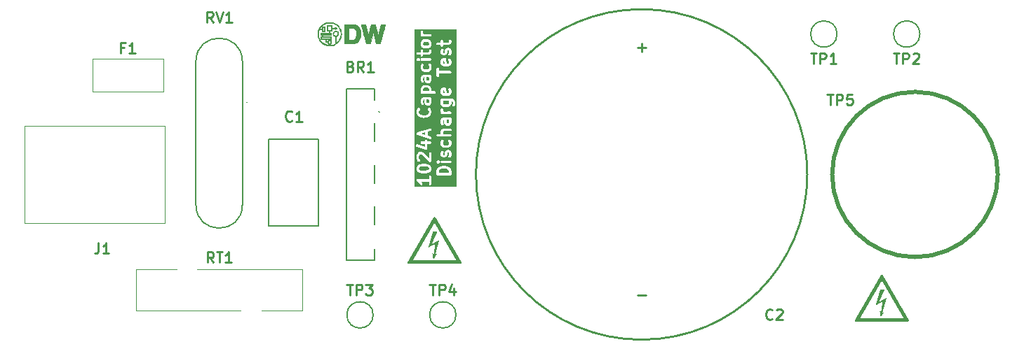
<source format=gbr>
%TF.GenerationSoftware,KiCad,Pcbnew,8.0.3*%
%TF.CreationDate,2024-08-03T11:21:45-05:00*%
%TF.ProjectId,1024A Capacitor Test PCB,31303234-4120-4436-9170-616369746f72,rev?*%
%TF.SameCoordinates,PX4a62f80PY7459280*%
%TF.FileFunction,Legend,Top*%
%TF.FilePolarity,Positive*%
%FSLAX46Y46*%
G04 Gerber Fmt 4.6, Leading zero omitted, Abs format (unit mm)*
G04 Created by KiCad (PCBNEW 8.0.3) date 2024-08-03 11:21:45*
%MOMM*%
%LPD*%
G01*
G04 APERTURE LIST*
%ADD10C,0.300000*%
%ADD11C,0.254000*%
%ADD12C,0.000000*%
%ADD13C,0.010000*%
%ADD14C,0.250000*%
%ADD15C,0.500000*%
%ADD16C,0.200000*%
%ADD17C,0.100000*%
%ADD18C,0.120000*%
G04 APERTURE END LIST*
D10*
G36*
X54466864Y22684715D02*
G01*
X54578868Y22630832D01*
X54682377Y22529872D01*
X54735918Y22375095D01*
X54737333Y22185436D01*
X53534686Y22183169D01*
X53533353Y22361837D01*
X53585254Y22523606D01*
X53683487Y22624318D01*
X53786392Y22677748D01*
X54037740Y22742966D01*
X54215953Y22745075D01*
X54466864Y22684715D01*
G37*
G36*
X52123377Y22934715D02*
G01*
X52235908Y22880578D01*
X52274574Y22843587D01*
X52321411Y22753377D01*
X52322628Y22680680D01*
X52280017Y22592104D01*
X52243029Y22553443D01*
X52141691Y22500827D01*
X51890502Y22435650D01*
X51570265Y22433261D01*
X51318362Y22493860D01*
X51205831Y22547997D01*
X51167167Y22584987D01*
X51120328Y22675199D01*
X51119111Y22747896D01*
X51161721Y22836469D01*
X51198713Y22875134D01*
X51300047Y22927748D01*
X51551238Y22992926D01*
X51871473Y22995315D01*
X52123377Y22934715D01*
G37*
G36*
X51894268Y26777646D02*
G01*
X51440737Y26927922D01*
X51893097Y27079609D01*
X51894268Y26777646D01*
G37*
G36*
X54736022Y28575392D02*
G01*
X54738158Y28289097D01*
X54704478Y28219088D01*
X54639160Y28185175D01*
X54566463Y28183958D01*
X54497728Y28217025D01*
X54464121Y28281753D01*
X54461863Y28584434D01*
X54463180Y28588383D01*
X54462263Y28601282D01*
X54722103Y28602201D01*
X54736022Y28575392D01*
G37*
G36*
X54736077Y30861001D02*
G01*
X54738044Y30646004D01*
X54694933Y30556391D01*
X54657942Y30517726D01*
X54568392Y30471231D01*
X54210758Y30468980D01*
X54120746Y30512283D01*
X54082084Y30549271D01*
X54035494Y30639003D01*
X54033527Y30853999D01*
X54048967Y30886094D01*
X54722238Y30887654D01*
X54736077Y30861001D01*
G37*
G36*
X52321106Y31039676D02*
G01*
X52323242Y30753381D01*
X52289562Y30683372D01*
X52224244Y30649459D01*
X52151547Y30648242D01*
X52082812Y30681309D01*
X52049205Y30746037D01*
X52046947Y31048718D01*
X52048264Y31052667D01*
X52047347Y31065566D01*
X52307187Y31066485D01*
X52321106Y31039676D01*
G37*
G36*
X54205388Y31826337D02*
G01*
X54139541Y31826021D01*
X54069158Y31859881D01*
X54035494Y31924717D01*
X54033527Y32139714D01*
X54067093Y32209487D01*
X54121482Y32237726D01*
X54205388Y31826337D01*
G37*
G36*
X52235908Y32452005D02*
G01*
X52274574Y32415014D01*
X52321161Y32325286D01*
X52323128Y32110288D01*
X52307268Y32077321D01*
X51634718Y32076053D01*
X51620578Y32103287D01*
X51618611Y32318284D01*
X51661721Y32407896D01*
X51698713Y32446561D01*
X51788265Y32493057D01*
X52145897Y32495308D01*
X52235908Y32452005D01*
G37*
G36*
X52321106Y33753962D02*
G01*
X52323242Y33467667D01*
X52289562Y33397658D01*
X52224244Y33363745D01*
X52151547Y33362528D01*
X52082812Y33395595D01*
X52049205Y33460323D01*
X52046947Y33763004D01*
X52048264Y33766953D01*
X52047347Y33779852D01*
X52307187Y33780771D01*
X52321106Y33753962D01*
G37*
G36*
X54205388Y35397765D02*
G01*
X54139541Y35397449D01*
X54069158Y35431309D01*
X54035494Y35496145D01*
X54033527Y35711142D01*
X54067093Y35780915D01*
X54121482Y35809154D01*
X54205388Y35397765D01*
G37*
G36*
X52235908Y38023434D02*
G01*
X52274574Y37986443D01*
X52321248Y37896546D01*
X52322950Y37752775D01*
X52280017Y37663533D01*
X52243026Y37624868D01*
X52153476Y37578373D01*
X51795842Y37576122D01*
X51705830Y37619425D01*
X51667168Y37656413D01*
X51620491Y37746314D01*
X51618789Y37890084D01*
X51661721Y37979325D01*
X51698713Y38017990D01*
X51788265Y38064486D01*
X52145897Y38066737D01*
X52235908Y38023434D01*
G37*
G36*
X55702453Y20541656D02*
G01*
X50583953Y20541656D01*
X50583953Y21285558D01*
X50820870Y21285558D01*
X50823752Y21271149D01*
X50823752Y21256452D01*
X50829435Y21242732D01*
X50832348Y21228169D01*
X50840525Y21215958D01*
X50846150Y21202380D01*
X50856651Y21191879D01*
X50864915Y21179539D01*
X50887427Y21161103D01*
X50887534Y21160996D01*
X50887581Y21160977D01*
X50887665Y21160908D01*
X51081384Y21034555D01*
X51202329Y20916587D01*
X51280943Y20765177D01*
X51325158Y20726831D01*
X51380681Y20708323D01*
X51439061Y20712472D01*
X51491410Y20738646D01*
X51529757Y20782862D01*
X51548264Y20838384D01*
X51544115Y20896764D01*
X51533606Y20924228D01*
X51459597Y21066768D01*
X51452734Y21083338D01*
X51447997Y21089110D01*
X51446512Y21091970D01*
X51443519Y21094566D01*
X51434079Y21106068D01*
X51402848Y21136531D01*
X52322742Y21138264D01*
X52323752Y20827881D01*
X52346150Y20773809D01*
X52387534Y20732425D01*
X52441606Y20710027D01*
X52500134Y20710027D01*
X52554206Y20732425D01*
X52595590Y20773809D01*
X52617988Y20827881D01*
X52620870Y20857145D01*
X52617988Y21743552D01*
X52595590Y21797624D01*
X52554206Y21839008D01*
X52500134Y21861406D01*
X52441606Y21861406D01*
X52387534Y21839008D01*
X52346150Y21797624D01*
X52323752Y21743552D01*
X52320870Y21714288D01*
X52321776Y21435436D01*
X50984868Y21432916D01*
X50970712Y21435716D01*
X50956442Y21432862D01*
X50941606Y21432834D01*
X50927885Y21427151D01*
X50913323Y21424238D01*
X50901111Y21416061D01*
X50887534Y21410436D01*
X50877032Y21399935D01*
X50864693Y21391671D01*
X50856541Y21379444D01*
X50846150Y21369052D01*
X50840466Y21355331D01*
X50832228Y21342973D01*
X50829376Y21328559D01*
X50823752Y21314980D01*
X50823752Y21300127D01*
X50820870Y21285558D01*
X50583953Y21285558D01*
X50583953Y22785716D01*
X50820870Y22785716D01*
X50822904Y22664192D01*
X50822048Y22661621D01*
X50823225Y22645052D01*
X50823752Y22613595D01*
X50825813Y22608618D01*
X50826196Y22603240D01*
X50836706Y22575777D01*
X50910715Y22433235D01*
X50917578Y22416666D01*
X50922313Y22410896D01*
X50923800Y22408033D01*
X50926793Y22405437D01*
X50936233Y22393935D01*
X51011385Y22322036D01*
X51021759Y22310074D01*
X51027981Y22306157D01*
X51030391Y22303852D01*
X51034053Y22302336D01*
X51046645Y22294409D01*
X51182052Y22229267D01*
X51192513Y22221516D01*
X51214467Y22213673D01*
X51216965Y22212471D01*
X51218045Y22212395D01*
X51220204Y22211623D01*
X51498173Y22144754D01*
X51513035Y22138598D01*
X51531200Y22136810D01*
X51535008Y22135893D01*
X51537195Y22136219D01*
X51542299Y22135716D01*
X51890472Y22138313D01*
X51906733Y22135893D01*
X51924827Y22138570D01*
X51928706Y22138598D01*
X51930750Y22139446D01*
X51935822Y22140195D01*
X52210442Y22211453D01*
X52224775Y22212471D01*
X52246695Y22220860D01*
X52249227Y22221516D01*
X52250097Y22222161D01*
X52252238Y22222980D01*
X52394784Y22296992D01*
X52411347Y22303852D01*
X52417116Y22308587D01*
X52419981Y22310074D01*
X52422578Y22313069D01*
X52434078Y22322506D01*
X52501385Y22392858D01*
X53235786Y22392858D01*
X53238668Y22006451D01*
X53261066Y21952379D01*
X53302450Y21910995D01*
X53356522Y21888597D01*
X53385786Y21885715D01*
X54915050Y21888597D01*
X54969122Y21910995D01*
X55010506Y21952379D01*
X55032904Y22006451D01*
X55035786Y22035715D01*
X55033136Y22390908D01*
X55034609Y22411618D01*
X55032927Y22419015D01*
X55032904Y22422122D01*
X55031388Y22425780D01*
X55028089Y22440292D01*
X54961476Y22632856D01*
X54961476Y22636407D01*
X54954021Y22654404D01*
X54944673Y22681429D01*
X54941141Y22685501D01*
X54939079Y22690480D01*
X54920424Y22713210D01*
X54775841Y22854233D01*
X54763468Y22868500D01*
X54757112Y22872501D01*
X54754835Y22874722D01*
X54751175Y22876238D01*
X54738582Y22884165D01*
X54603174Y22949308D01*
X54592714Y22957058D01*
X54570759Y22964902D01*
X54568262Y22966103D01*
X54567181Y22966180D01*
X54565023Y22966951D01*
X54287054Y23033820D01*
X54272193Y23039976D01*
X54254027Y23041765D01*
X54250220Y23042681D01*
X54248032Y23042356D01*
X54242929Y23042858D01*
X54036571Y23040417D01*
X54021352Y23042681D01*
X54003381Y23040024D01*
X53999379Y23039976D01*
X53997334Y23039129D01*
X53992263Y23038379D01*
X53717642Y22967122D01*
X53703310Y22966103D01*
X53681386Y22957715D01*
X53678858Y22957058D01*
X53677988Y22956414D01*
X53675846Y22955594D01*
X53533306Y22881586D01*
X53516736Y22874722D01*
X53510964Y22869986D01*
X53508104Y22868500D01*
X53505508Y22865508D01*
X53494006Y22856067D01*
X53368262Y22727151D01*
X53365248Y22725643D01*
X53352854Y22711354D01*
X53332494Y22690479D01*
X53330431Y22685500D01*
X53326901Y22681429D01*
X53314912Y22654578D01*
X53246055Y22439957D01*
X53238668Y22422122D01*
X53237930Y22414631D01*
X53236964Y22411619D01*
X53237244Y22407670D01*
X53235786Y22392858D01*
X52501385Y22392858D01*
X52505974Y22397655D01*
X52517942Y22408034D01*
X52521860Y22414260D01*
X52524162Y22416665D01*
X52525677Y22420324D01*
X52533606Y22432920D01*
X52593512Y22557446D01*
X52595590Y22559523D01*
X52602268Y22575646D01*
X52615544Y22603241D01*
X52615925Y22608617D01*
X52617988Y22613595D01*
X52620870Y22642859D01*
X52618835Y22764384D01*
X52619692Y22766954D01*
X52618514Y22783524D01*
X52617988Y22814980D01*
X52615925Y22819959D01*
X52615544Y22825334D01*
X52605034Y22852797D01*
X52531025Y22995340D01*
X52524162Y23011909D01*
X52519426Y23017680D01*
X52517941Y23020540D01*
X52514949Y23023135D01*
X52505507Y23034640D01*
X52430360Y23106533D01*
X52419981Y23118500D01*
X52413752Y23122421D01*
X52411347Y23124722D01*
X52407690Y23126237D01*
X52395095Y23134165D01*
X52259687Y23199308D01*
X52249227Y23207058D01*
X52227272Y23214902D01*
X52224775Y23216103D01*
X52223694Y23216180D01*
X52221536Y23216951D01*
X51943568Y23283821D01*
X51928706Y23289977D01*
X51910540Y23291766D01*
X51906733Y23292682D01*
X51904545Y23292357D01*
X51899442Y23292859D01*
X51551267Y23290263D01*
X51535007Y23292682D01*
X51516912Y23290006D01*
X51513035Y23289977D01*
X51510990Y23289131D01*
X51505918Y23288380D01*
X51231295Y23217122D01*
X51216965Y23216103D01*
X51195043Y23207715D01*
X51192512Y23207058D01*
X51191641Y23206414D01*
X51189501Y23205594D01*
X51046958Y23131584D01*
X51030391Y23124722D01*
X51024619Y23119986D01*
X51021759Y23118500D01*
X51019163Y23115508D01*
X51007661Y23106067D01*
X50935764Y23030918D01*
X50923800Y23020541D01*
X50919881Y23014316D01*
X50917578Y23011908D01*
X50916062Y23008249D01*
X50908135Y22995655D01*
X50848228Y22871131D01*
X50846150Y22869052D01*
X50839468Y22852921D01*
X50826197Y22825335D01*
X50825815Y22819961D01*
X50823752Y22814980D01*
X50820870Y22785716D01*
X50583953Y22785716D01*
X50583953Y24285715D01*
X50820870Y24285715D01*
X50823364Y23951283D01*
X50822048Y23947333D01*
X50823551Y23926176D01*
X50823752Y23899308D01*
X50825815Y23894328D01*
X50826197Y23888953D01*
X50836706Y23861490D01*
X50910715Y23718948D01*
X50917578Y23702380D01*
X50922313Y23696610D01*
X50923800Y23693747D01*
X50926793Y23691151D01*
X50936233Y23679649D01*
X51030391Y23589566D01*
X51084464Y23567170D01*
X51142990Y23567170D01*
X51197062Y23589566D01*
X51238448Y23630952D01*
X51260844Y23685024D01*
X51260844Y23743550D01*
X51238448Y23797623D01*
X51219793Y23820353D01*
X51167168Y23870700D01*
X51120633Y23960326D01*
X51118497Y24246620D01*
X51161722Y24336468D01*
X51198713Y24375134D01*
X51288924Y24421972D01*
X51370077Y24423331D01*
X51529521Y24372176D01*
X52387534Y23518137D01*
X52425769Y23502301D01*
X52441606Y23495740D01*
X52441607Y23495740D01*
X52500133Y23495740D01*
X52500134Y23495740D01*
X52525994Y23506452D01*
X52554205Y23518137D01*
X52595591Y23559523D01*
X52597851Y23564979D01*
X53238668Y23564979D01*
X53238668Y23564978D01*
X53238668Y23564977D01*
X53238668Y23506451D01*
X53243105Y23495740D01*
X53261065Y23452380D01*
X53261066Y23452379D01*
X53279721Y23429648D01*
X53373879Y23339567D01*
X53373880Y23339566D01*
X53427952Y23317169D01*
X53427953Y23317169D01*
X53486478Y23317169D01*
X53540550Y23339566D01*
X53563281Y23358221D01*
X53653364Y23452379D01*
X53662640Y23474777D01*
X53675761Y23506451D01*
X53675761Y23564979D01*
X53738668Y23564979D01*
X53738668Y23506451D01*
X53761066Y23452379D01*
X53802450Y23410995D01*
X53856522Y23388597D01*
X53885786Y23385715D01*
X54915050Y23388597D01*
X54969122Y23410995D01*
X55010506Y23452379D01*
X55032904Y23506451D01*
X55032904Y23564979D01*
X55010506Y23619051D01*
X54969122Y23660435D01*
X54915050Y23682833D01*
X54885786Y23685715D01*
X53856522Y23682833D01*
X53802450Y23660435D01*
X53761066Y23619051D01*
X53738668Y23564979D01*
X53675761Y23564979D01*
X53662640Y23596653D01*
X53653364Y23619050D01*
X53634710Y23641780D01*
X53540551Y23731864D01*
X53540550Y23731865D01*
X53508876Y23744985D01*
X53486479Y23754262D01*
X53486478Y23754262D01*
X53427952Y23754262D01*
X53373880Y23731865D01*
X53351149Y23713210D01*
X53261065Y23619050D01*
X53248853Y23589566D01*
X53238668Y23564979D01*
X52597851Y23564979D01*
X52617988Y23613595D01*
X52620870Y23642858D01*
X52617988Y24600694D01*
X52615316Y24607144D01*
X53735786Y24607144D01*
X53738060Y24414910D01*
X53736964Y24411619D01*
X53738326Y24392447D01*
X53738668Y24363594D01*
X53740731Y24358614D01*
X53741113Y24353239D01*
X53751622Y24325776D01*
X53822178Y24189885D01*
X53826901Y24175717D01*
X53833462Y24168152D01*
X53838716Y24158033D01*
X53852927Y24145709D01*
X53865248Y24131502D01*
X53880055Y24122181D01*
X53882931Y24119687D01*
X53885239Y24118918D01*
X53890133Y24115837D01*
X54014658Y24055931D01*
X54016736Y24053853D01*
X54032858Y24047175D01*
X54060454Y24033899D01*
X54065829Y24033518D01*
X54070808Y24031455D01*
X54100072Y24028573D01*
X54151827Y24030055D01*
X54152738Y24029751D01*
X54160501Y24030303D01*
X54200764Y24031455D01*
X54205742Y24033518D01*
X54211118Y24033899D01*
X54238581Y24044409D01*
X54374470Y24114963D01*
X54388642Y24119687D01*
X54396209Y24126250D01*
X54406325Y24131502D01*
X54418649Y24145712D01*
X54432857Y24158034D01*
X54442176Y24172839D01*
X54444672Y24175716D01*
X54445442Y24178027D01*
X54448522Y24182919D01*
X54508428Y24307445D01*
X54510506Y24309522D01*
X54517184Y24325645D01*
X54530460Y24353240D01*
X54530841Y24358616D01*
X54532904Y24363594D01*
X54535786Y24392858D01*
X54533705Y24568656D01*
X54567094Y24638058D01*
X54633195Y24672379D01*
X54635242Y24672437D01*
X54702414Y24640122D01*
X54736077Y24575287D01*
X54738044Y24360290D01*
X54669684Y24218191D01*
X54665536Y24159811D01*
X54684044Y24104289D01*
X54722391Y24060074D01*
X54774740Y24033899D01*
X54833120Y24029751D01*
X54888642Y24048259D01*
X54932857Y24086606D01*
X54948522Y24111491D01*
X55008428Y24236017D01*
X55010506Y24238094D01*
X55017184Y24254217D01*
X55030460Y24281812D01*
X55030841Y24287188D01*
X55032904Y24292166D01*
X55035786Y24321430D01*
X55033377Y24584690D01*
X55034608Y24588382D01*
X55033156Y24608811D01*
X55032904Y24636408D01*
X55030841Y24641387D01*
X55030460Y24646762D01*
X55019950Y24674225D01*
X54949395Y24810114D01*
X54944672Y24824285D01*
X54938109Y24831853D01*
X54932857Y24841968D01*
X54918650Y24854289D01*
X54906326Y24868500D01*
X54891515Y24877823D01*
X54888642Y24880315D01*
X54886334Y24881085D01*
X54881440Y24884165D01*
X54756912Y24944074D01*
X54754836Y24946150D01*
X54738718Y24952827D01*
X54711119Y24966104D01*
X54705741Y24966487D01*
X54700764Y24968548D01*
X54671500Y24971430D01*
X54619743Y24969949D01*
X54618833Y24970252D01*
X54611071Y24969701D01*
X54570808Y24968548D01*
X54565827Y24966485D01*
X54560453Y24966103D01*
X54532989Y24955594D01*
X54397097Y24885038D01*
X54382931Y24880315D01*
X54375365Y24873754D01*
X54365247Y24868500D01*
X54352923Y24854291D01*
X54338716Y24841969D01*
X54329396Y24827164D01*
X54326900Y24824285D01*
X54326129Y24821974D01*
X54323051Y24817083D01*
X54263144Y24692559D01*
X54261066Y24690480D01*
X54254384Y24674349D01*
X54241113Y24646763D01*
X54240731Y24641389D01*
X54238668Y24636408D01*
X54235786Y24607144D01*
X54237866Y24431347D01*
X54204478Y24361945D01*
X54138377Y24327625D01*
X54136328Y24327567D01*
X54069158Y24359881D01*
X54035407Y24424886D01*
X54033705Y24568656D01*
X54101888Y24710382D01*
X54106037Y24768762D01*
X54087530Y24824284D01*
X54049183Y24868500D01*
X53996834Y24894674D01*
X53938454Y24898823D01*
X53882931Y24880315D01*
X53838716Y24841969D01*
X53823051Y24817083D01*
X53763144Y24692559D01*
X53761066Y24690480D01*
X53754384Y24674349D01*
X53741113Y24646763D01*
X53740731Y24641389D01*
X53738668Y24636408D01*
X53735786Y24607144D01*
X52615316Y24607144D01*
X52595590Y24654766D01*
X52554206Y24696150D01*
X52500134Y24718548D01*
X52441606Y24718548D01*
X52387534Y24696150D01*
X52346150Y24654766D01*
X52323752Y24600694D01*
X52320870Y24571430D01*
X52322583Y24002099D01*
X51734461Y24587496D01*
X51732226Y24591967D01*
X51714683Y24607182D01*
X51697062Y24624722D01*
X51692082Y24626785D01*
X51688012Y24630315D01*
X51661161Y24642303D01*
X51446541Y24711161D01*
X51428706Y24718548D01*
X51421214Y24719286D01*
X51418203Y24720252D01*
X51414253Y24719972D01*
X51399442Y24721430D01*
X51277915Y24719396D01*
X51275345Y24720252D01*
X51258780Y24719075D01*
X51227320Y24718548D01*
X51222339Y24716485D01*
X51216965Y24716103D01*
X51189501Y24705594D01*
X51046953Y24631582D01*
X51030391Y24624721D01*
X51024622Y24619987D01*
X51021759Y24618500D01*
X51019161Y24615506D01*
X51007660Y24606066D01*
X50935767Y24530920D01*
X50923800Y24520540D01*
X50919879Y24514312D01*
X50917578Y24511906D01*
X50916063Y24508250D01*
X50908135Y24495654D01*
X50848228Y24371130D01*
X50846150Y24369051D01*
X50839468Y24352920D01*
X50826197Y24325334D01*
X50825815Y24319960D01*
X50823752Y24314979D01*
X50820870Y24285715D01*
X50583953Y24285715D01*
X50583953Y25518762D01*
X50750620Y25518762D01*
X50754769Y25460381D01*
X50780943Y25408034D01*
X50825157Y25369687D01*
X50852008Y25357699D01*
X51920471Y25004495D01*
X51941606Y24995740D01*
X51946954Y24995740D01*
X51952109Y24994036D01*
X51976086Y24995740D01*
X52000134Y24995740D01*
X52005114Y24997804D01*
X52010489Y24998185D01*
X52031988Y25008935D01*
X52054206Y25018138D01*
X52058017Y25021950D01*
X52062836Y25024359D01*
X52078584Y25042517D01*
X52095590Y25059522D01*
X52097652Y25064502D01*
X52101184Y25068573D01*
X52108785Y25091378D01*
X52117988Y25113594D01*
X52118741Y25121248D01*
X52119692Y25124098D01*
X52119411Y25128047D01*
X52120870Y25142858D01*
X52119166Y25708959D01*
X52500134Y25710025D01*
X52554206Y25732423D01*
X52595590Y25773807D01*
X52617988Y25827879D01*
X52617988Y25886407D01*
X52595590Y25940479D01*
X52571782Y25964287D01*
X53735786Y25964287D01*
X53738194Y25701027D01*
X53736964Y25697334D01*
X53738415Y25676911D01*
X53738668Y25649309D01*
X53740731Y25644329D01*
X53741113Y25638954D01*
X53751622Y25611491D01*
X53825633Y25468945D01*
X53832494Y25452382D01*
X53837228Y25446613D01*
X53838716Y25443748D01*
X53841710Y25441151D01*
X53851148Y25429651D01*
X53926301Y25357750D01*
X53936676Y25345788D01*
X53942899Y25341871D01*
X53945307Y25339567D01*
X53948966Y25338052D01*
X53961561Y25330123D01*
X54086086Y25270217D01*
X54088164Y25268139D01*
X54104286Y25261461D01*
X54131882Y25248185D01*
X54137257Y25247804D01*
X54142236Y25245741D01*
X54171500Y25242859D01*
X54577183Y25245413D01*
X54581310Y25244037D01*
X54602955Y25245575D01*
X54629336Y25245741D01*
X54634314Y25247804D01*
X54639690Y25248185D01*
X54667154Y25258695D01*
X54809695Y25332704D01*
X54826264Y25339566D01*
X54832034Y25344302D01*
X54834897Y25345788D01*
X54837493Y25348782D01*
X54848995Y25358221D01*
X54920896Y25433377D01*
X54932857Y25443749D01*
X54936774Y25449973D01*
X54939079Y25452381D01*
X54940595Y25456043D01*
X54948522Y25468634D01*
X55008428Y25593160D01*
X55010506Y25595237D01*
X55017184Y25611360D01*
X55030460Y25638955D01*
X55030841Y25644331D01*
X55032904Y25649309D01*
X55035786Y25678573D01*
X55033377Y25941833D01*
X55034608Y25945525D01*
X55033156Y25965954D01*
X55032904Y25993551D01*
X55030841Y25998530D01*
X55030460Y26003905D01*
X55019950Y26031368D01*
X54932857Y26199111D01*
X54888642Y26237458D01*
X54833120Y26255966D01*
X54774740Y26251818D01*
X54722391Y26225643D01*
X54684044Y26181428D01*
X54665536Y26125906D01*
X54669684Y26067526D01*
X54680194Y26040062D01*
X54736077Y25932430D01*
X54738044Y25717433D01*
X54694933Y25627820D01*
X54657942Y25589155D01*
X54568392Y25542660D01*
X54210758Y25540409D01*
X54120746Y25583712D01*
X54082084Y25620700D01*
X54035494Y25710432D01*
X54033527Y25925428D01*
X54101888Y26067525D01*
X54106037Y26125905D01*
X54087530Y26181427D01*
X54049183Y26225643D01*
X53996834Y26251817D01*
X53938454Y26255966D01*
X53882931Y26237458D01*
X53838716Y26199112D01*
X53823051Y26174226D01*
X53763144Y26049702D01*
X53761066Y26047623D01*
X53754384Y26031492D01*
X53741113Y26003906D01*
X53740731Y25998532D01*
X53738668Y25993551D01*
X53735786Y25964287D01*
X52571782Y25964287D01*
X52554206Y25981863D01*
X52500134Y26004261D01*
X52470870Y26007143D01*
X52118272Y26006156D01*
X52117988Y26100693D01*
X52095590Y26154765D01*
X52054206Y26196149D01*
X52000134Y26218547D01*
X51941606Y26218547D01*
X51887534Y26196149D01*
X51846150Y26154765D01*
X51823752Y26100693D01*
X51820870Y26071429D01*
X51821068Y26005324D01*
X51441606Y26004261D01*
X51387534Y25981863D01*
X51346150Y25940479D01*
X51323752Y25886407D01*
X51323752Y25827879D01*
X51346150Y25773807D01*
X51387534Y25732423D01*
X51441606Y25710025D01*
X51470870Y25707143D01*
X51821963Y25708127D01*
X51823041Y25349710D01*
X50918203Y25648823D01*
X50859822Y25644674D01*
X50807475Y25618500D01*
X50769128Y25574286D01*
X50750620Y25518762D01*
X50583953Y25518762D01*
X50583953Y26947333D01*
X50822048Y26947333D01*
X50823381Y26928572D01*
X50822048Y26909811D01*
X50825437Y26899644D01*
X50826197Y26888952D01*
X50834608Y26872129D01*
X50840556Y26854287D01*
X50847578Y26846191D01*
X50852371Y26836605D01*
X50866579Y26824282D01*
X50878903Y26810073D01*
X50888488Y26805281D01*
X50896585Y26798258D01*
X50923436Y26786270D01*
X52001885Y26428930D01*
X52013035Y26424311D01*
X52015824Y26424311D01*
X52452110Y26279749D01*
X52510490Y26283899D01*
X52562837Y26310073D01*
X52601184Y26354287D01*
X52619693Y26409811D01*
X52615543Y26468191D01*
X52589370Y26520539D01*
X52545155Y26558886D01*
X52518304Y26570874D01*
X52191881Y26679033D01*
X52191493Y26779265D01*
X53238668Y26779265D01*
X53238668Y26720737D01*
X53261066Y26666665D01*
X53302450Y26625281D01*
X53356522Y26602883D01*
X53385786Y26600001D01*
X54915050Y26602883D01*
X54969122Y26625281D01*
X55010506Y26666665D01*
X55032904Y26720737D01*
X55032904Y26779265D01*
X55010506Y26833337D01*
X54969122Y26874721D01*
X54915050Y26897119D01*
X54885786Y26900001D01*
X54090354Y26898502D01*
X54082084Y26906414D01*
X54035407Y26996315D01*
X54033705Y27140085D01*
X54067093Y27209487D01*
X54131583Y27242970D01*
X54915050Y27245740D01*
X54969122Y27268138D01*
X55010506Y27309522D01*
X55032904Y27363594D01*
X55032904Y27422122D01*
X55010506Y27476194D01*
X54969122Y27517578D01*
X54915050Y27539976D01*
X54885786Y27542858D01*
X54123388Y27540162D01*
X54118834Y27541680D01*
X54096110Y27540066D01*
X54070808Y27539976D01*
X54065829Y27537914D01*
X54060454Y27537532D01*
X54032991Y27527022D01*
X53897101Y27456468D01*
X53882931Y27451744D01*
X53875363Y27445182D01*
X53865248Y27439929D01*
X53852927Y27425723D01*
X53838716Y27413398D01*
X53829393Y27398588D01*
X53826901Y27395714D01*
X53826131Y27393407D01*
X53823051Y27388512D01*
X53763144Y27263988D01*
X53761066Y27261909D01*
X53754384Y27245778D01*
X53741113Y27218192D01*
X53740731Y27212818D01*
X53738668Y27207837D01*
X53735786Y27178573D01*
X53738060Y26986339D01*
X53736964Y26983048D01*
X53738326Y26963876D01*
X53738668Y26935023D01*
X53740731Y26930043D01*
X53741113Y26924668D01*
X53751370Y26897864D01*
X53356522Y26897119D01*
X53302450Y26874721D01*
X53261066Y26833337D01*
X53238668Y26779265D01*
X52191493Y26779265D01*
X52189943Y27179148D01*
X52545155Y27298258D01*
X52589370Y27336605D01*
X52615543Y27388953D01*
X52619693Y27447333D01*
X52601184Y27502857D01*
X52562837Y27547071D01*
X52510490Y27573245D01*
X52452110Y27577395D01*
X52423436Y27570875D01*
X50941599Y27073981D01*
X50931250Y27073245D01*
X50914642Y27064942D01*
X50896585Y27058886D01*
X50888488Y27051864D01*
X50878903Y27047071D01*
X50866579Y27032863D01*
X50852371Y27020539D01*
X50847578Y27010954D01*
X50840556Y27002857D01*
X50834608Y26985016D01*
X50826197Y26968192D01*
X50825437Y26957501D01*
X50822048Y26947333D01*
X50583953Y26947333D01*
X50583953Y28535716D01*
X53735786Y28535716D01*
X53738194Y28272455D01*
X53736964Y28268762D01*
X53738415Y28248339D01*
X53738668Y28220737D01*
X53740731Y28215757D01*
X53741113Y28210382D01*
X53751622Y28182919D01*
X53838716Y28015176D01*
X53882931Y27976830D01*
X53938454Y27958322D01*
X53996834Y27962471D01*
X54049183Y27988645D01*
X54087530Y28032861D01*
X54106037Y28088383D01*
X54101888Y28146763D01*
X54091379Y28174227D01*
X54035494Y28281860D01*
X54033527Y28496857D01*
X54067093Y28566630D01*
X54131583Y28600113D01*
X54151722Y28600184D01*
X54164594Y28575391D01*
X54166852Y28272712D01*
X54165536Y28268763D01*
X54167039Y28247601D01*
X54167240Y28220737D01*
X54169302Y28215759D01*
X54169684Y28210383D01*
X54180194Y28182919D01*
X54250748Y28047029D01*
X54255472Y28032860D01*
X54262033Y28025295D01*
X54267287Y28015176D01*
X54281498Y28002852D01*
X54293819Y27988645D01*
X54308626Y27979324D01*
X54311502Y27976830D01*
X54313810Y27976061D01*
X54318704Y27972980D01*
X54443229Y27913074D01*
X54445307Y27910996D01*
X54461429Y27904318D01*
X54489025Y27891042D01*
X54494400Y27890661D01*
X54499379Y27888598D01*
X54528643Y27885716D01*
X54650167Y27887751D01*
X54652738Y27886894D01*
X54669307Y27888072D01*
X54700764Y27888598D01*
X54705742Y27890661D01*
X54711118Y27891042D01*
X54738581Y27901552D01*
X54874470Y27972106D01*
X54888642Y27976830D01*
X54896209Y27983393D01*
X54906325Y27988645D01*
X54918649Y28002855D01*
X54932857Y28015177D01*
X54942176Y28029982D01*
X54944672Y28032859D01*
X54945442Y28035170D01*
X54948522Y28040062D01*
X55008428Y28164588D01*
X55010506Y28166665D01*
X55017184Y28182788D01*
X55030460Y28210383D01*
X55030841Y28215759D01*
X55032904Y28220737D01*
X55035786Y28250001D01*
X55033291Y28584434D01*
X55034608Y28588382D01*
X55033104Y28609545D01*
X55032904Y28636408D01*
X55030841Y28641387D01*
X55030460Y28646762D01*
X55019950Y28674225D01*
X55016438Y28680988D01*
X55032904Y28720737D01*
X55032904Y28779265D01*
X55010506Y28833337D01*
X54969122Y28874721D01*
X54915050Y28897119D01*
X54885786Y28900001D01*
X54264744Y28897805D01*
X54261690Y28898823D01*
X54246453Y28897741D01*
X54123388Y28897305D01*
X54118834Y28898823D01*
X54096110Y28897209D01*
X54070808Y28897119D01*
X54065829Y28895057D01*
X54060454Y28894675D01*
X54032991Y28884165D01*
X53897101Y28813611D01*
X53882931Y28808887D01*
X53875363Y28802325D01*
X53865248Y28797072D01*
X53852927Y28782866D01*
X53838716Y28770541D01*
X53829393Y28755731D01*
X53826901Y28752857D01*
X53826131Y28750550D01*
X53823051Y28745655D01*
X53763144Y28621131D01*
X53761066Y28619052D01*
X53754384Y28602921D01*
X53741113Y28575335D01*
X53740731Y28569961D01*
X53738668Y28564980D01*
X53735786Y28535716D01*
X50583953Y28535716D01*
X50583953Y29642857D01*
X50820870Y29642857D01*
X50823284Y29498642D01*
X50822048Y29481239D01*
X50823697Y29473985D01*
X50823752Y29470736D01*
X50825269Y29467074D01*
X50828568Y29452566D01*
X50895181Y29260006D01*
X50895181Y29256451D01*
X50902639Y29238444D01*
X50911985Y29211429D01*
X50915515Y29207359D01*
X50917578Y29202379D01*
X50936233Y29179648D01*
X51080816Y29038623D01*
X51093188Y29024358D01*
X51099540Y29020360D01*
X51101820Y29018136D01*
X51105482Y29016620D01*
X51118074Y29008693D01*
X51253481Y28943551D01*
X51263942Y28935800D01*
X51285896Y28927957D01*
X51288394Y28926755D01*
X51289474Y28926679D01*
X51291633Y28925907D01*
X51569601Y28859039D01*
X51584463Y28852882D01*
X51602628Y28851094D01*
X51606436Y28850177D01*
X51608623Y28850503D01*
X51613727Y28850000D01*
X51820084Y28852442D01*
X51835304Y28850177D01*
X51853274Y28852835D01*
X51857277Y28852882D01*
X51859321Y28853730D01*
X51864393Y28854479D01*
X52139013Y28925737D01*
X52153346Y28926755D01*
X52175266Y28935144D01*
X52177798Y28935800D01*
X52178668Y28936445D01*
X52180809Y28937264D01*
X52323352Y29011275D01*
X52339919Y29018136D01*
X52345689Y29022872D01*
X52348552Y29024358D01*
X52351148Y29027352D01*
X52362650Y29036791D01*
X52488395Y29165709D01*
X52491409Y29167215D01*
X52503799Y29181501D01*
X52524163Y29202378D01*
X52526225Y29207358D01*
X52529757Y29211429D01*
X52541745Y29238280D01*
X52610603Y29452910D01*
X52617988Y29470736D01*
X52618725Y29478225D01*
X52619693Y29481240D01*
X52619411Y29485195D01*
X52620870Y29500000D01*
X52618455Y29644208D01*
X52619693Y29661617D01*
X52618042Y29668877D01*
X52617988Y29672121D01*
X52616472Y29675779D01*
X52613173Y29690291D01*
X52546559Y29882858D01*
X52546559Y29886407D01*
X52543886Y29892859D01*
X53735786Y29892859D01*
X53737820Y29771335D01*
X53736964Y29768764D01*
X53738141Y29752195D01*
X53738668Y29720738D01*
X53740729Y29715761D01*
X53741112Y29710383D01*
X53751622Y29682920D01*
X53801089Y29587647D01*
X53761066Y29547623D01*
X53738668Y29493551D01*
X53738668Y29435023D01*
X53761066Y29380951D01*
X53802450Y29339567D01*
X53856522Y29317169D01*
X53885786Y29314287D01*
X54915050Y29317169D01*
X54969122Y29339567D01*
X55010506Y29380951D01*
X55032904Y29435023D01*
X55032904Y29493551D01*
X55010506Y29547623D01*
X54969122Y29589007D01*
X54915050Y29611405D01*
X54885786Y29614287D01*
X54209600Y29612394D01*
X54120747Y29655140D01*
X54082083Y29692130D01*
X54035244Y29782342D01*
X54032904Y29922123D01*
X54010506Y29976195D01*
X53969122Y30017579D01*
X53915050Y30039977D01*
X53856522Y30039977D01*
X53802450Y30017579D01*
X53761066Y29976195D01*
X53738668Y29922123D01*
X53735786Y29892859D01*
X52543886Y29892859D01*
X52539109Y29904392D01*
X52529757Y29931428D01*
X52526223Y29935503D01*
X52524162Y29940479D01*
X52505507Y29963210D01*
X52411347Y30053292D01*
X52357275Y30075689D01*
X52298749Y30075689D01*
X52244677Y30053291D01*
X52203292Y30011905D01*
X52180895Y29957833D01*
X52180895Y29899307D01*
X52203293Y29845235D01*
X52221948Y29822504D01*
X52267930Y29778513D01*
X52321175Y29624593D01*
X52322770Y29529366D01*
X52271401Y29369251D01*
X52173169Y29268542D01*
X52070262Y29215111D01*
X51818915Y29149893D01*
X51640702Y29147784D01*
X51389791Y29208144D01*
X51277787Y29262027D01*
X51174278Y29362988D01*
X51120564Y29518263D01*
X51118969Y29613494D01*
X51170550Y29774267D01*
X51238448Y29845235D01*
X51260844Y29899308D01*
X51260844Y29957834D01*
X51238448Y30011906D01*
X51197062Y30053292D01*
X51142990Y30075688D01*
X51084464Y30075688D01*
X51030391Y30053292D01*
X51007661Y30034637D01*
X50952033Y29976493D01*
X50950332Y29975642D01*
X50941719Y29965713D01*
X50917578Y29940478D01*
X50915515Y29935499D01*
X50911985Y29931428D01*
X50899996Y29904577D01*
X50831139Y29689956D01*
X50823752Y29672121D01*
X50823014Y29664630D01*
X50822048Y29661618D01*
X50822328Y29657669D01*
X50820870Y29642857D01*
X50583953Y29642857D01*
X50583953Y31000000D01*
X51320870Y31000000D01*
X51323278Y30736739D01*
X51322048Y30733046D01*
X51323499Y30712623D01*
X51323752Y30685021D01*
X51325815Y30680041D01*
X51326197Y30674666D01*
X51336706Y30647203D01*
X51423800Y30479460D01*
X51468015Y30441114D01*
X51523538Y30422606D01*
X51581918Y30426755D01*
X51634267Y30452929D01*
X51672614Y30497145D01*
X51691121Y30552667D01*
X51686972Y30611047D01*
X51676463Y30638511D01*
X51620578Y30746144D01*
X51618611Y30961141D01*
X51652177Y31030914D01*
X51716667Y31064397D01*
X51736806Y31064468D01*
X51749678Y31039675D01*
X51751936Y30736996D01*
X51750620Y30733047D01*
X51752123Y30711885D01*
X51752324Y30685021D01*
X51754386Y30680043D01*
X51754768Y30674667D01*
X51765278Y30647203D01*
X51835832Y30511313D01*
X51840556Y30497144D01*
X51847117Y30489579D01*
X51852371Y30479460D01*
X51866582Y30467136D01*
X51878903Y30452929D01*
X51893710Y30443608D01*
X51896586Y30441114D01*
X51898894Y30440345D01*
X51903788Y30437264D01*
X52028313Y30377358D01*
X52030391Y30375280D01*
X52046513Y30368602D01*
X52074109Y30355326D01*
X52079484Y30354945D01*
X52084463Y30352882D01*
X52113727Y30350000D01*
X52235251Y30352035D01*
X52237822Y30351178D01*
X52254391Y30352356D01*
X52285848Y30352882D01*
X52290826Y30354945D01*
X52296202Y30355326D01*
X52323665Y30365836D01*
X52459554Y30436390D01*
X52473726Y30441114D01*
X52481293Y30447677D01*
X52491409Y30452929D01*
X52503733Y30467139D01*
X52517941Y30479461D01*
X52527260Y30494266D01*
X52529756Y30497143D01*
X52530526Y30499454D01*
X52533606Y30504346D01*
X52593512Y30628872D01*
X52595590Y30630949D01*
X52602268Y30647072D01*
X52615544Y30674667D01*
X52615925Y30680043D01*
X52617988Y30685021D01*
X52620870Y30714285D01*
X52619538Y30892858D01*
X53735786Y30892858D01*
X53738194Y30629598D01*
X53736964Y30625905D01*
X53738415Y30605482D01*
X53738668Y30577880D01*
X53740731Y30572900D01*
X53741113Y30567525D01*
X53751622Y30540062D01*
X53825633Y30397516D01*
X53832494Y30380953D01*
X53837228Y30375184D01*
X53838716Y30372319D01*
X53841710Y30369722D01*
X53851148Y30358222D01*
X53926301Y30286321D01*
X53936676Y30274359D01*
X53942899Y30270442D01*
X53945307Y30268138D01*
X53948966Y30266623D01*
X53961561Y30258694D01*
X54086086Y30198788D01*
X54088164Y30196710D01*
X54104286Y30190032D01*
X54131882Y30176756D01*
X54137257Y30176375D01*
X54142236Y30174312D01*
X54171500Y30171430D01*
X54577183Y30173984D01*
X54581310Y30172608D01*
X54602955Y30174146D01*
X54629336Y30174312D01*
X54634314Y30176375D01*
X54639690Y30176756D01*
X54667154Y30187266D01*
X54809695Y30261275D01*
X54826264Y30268137D01*
X54832034Y30272873D01*
X54834897Y30274359D01*
X54837493Y30277353D01*
X54848995Y30286792D01*
X54920896Y30361948D01*
X54932857Y30372320D01*
X54936774Y30378544D01*
X54939079Y30380952D01*
X54940595Y30384614D01*
X54948522Y30397205D01*
X55008428Y30521731D01*
X55010506Y30523808D01*
X55017184Y30539931D01*
X55030460Y30567526D01*
X55030841Y30572902D01*
X55032904Y30577880D01*
X55035786Y30607144D01*
X55033377Y30870404D01*
X55034608Y30874096D01*
X55033593Y30888376D01*
X55060249Y30888437D01*
X55150825Y30844863D01*
X55189489Y30807873D01*
X55236164Y30717975D01*
X55237866Y30574204D01*
X55169684Y30432476D01*
X55165536Y30374096D01*
X55184044Y30318574D01*
X55222391Y30274359D01*
X55274740Y30248184D01*
X55333120Y30244036D01*
X55388642Y30262544D01*
X55432857Y30300891D01*
X55448522Y30325776D01*
X55508428Y30450302D01*
X55510506Y30452379D01*
X55517184Y30468502D01*
X55530460Y30496097D01*
X55530841Y30501473D01*
X55532904Y30506451D01*
X55535786Y30535715D01*
X55533511Y30727949D01*
X55534608Y30731239D01*
X55533245Y30750418D01*
X55532904Y30779265D01*
X55530841Y30784244D01*
X55530460Y30789619D01*
X55519950Y30817082D01*
X55445944Y30959620D01*
X55439079Y30976193D01*
X55434341Y30981966D01*
X55432857Y30984825D01*
X55429865Y30987420D01*
X55420424Y30998924D01*
X55345273Y31070822D01*
X55334897Y31082786D01*
X55328671Y31086705D01*
X55326264Y31089008D01*
X55322604Y31090524D01*
X55310011Y31098451D01*
X55185485Y31158358D01*
X55183408Y31160435D01*
X55167285Y31167114D01*
X55139690Y31180389D01*
X55134314Y31180771D01*
X55129336Y31182833D01*
X55100072Y31185715D01*
X53959086Y31183071D01*
X53938454Y31184537D01*
X53933879Y31183013D01*
X53856522Y31182833D01*
X53802450Y31160435D01*
X53761066Y31119051D01*
X53738668Y31064979D01*
X53738668Y31006451D01*
X53756133Y30964287D01*
X53754384Y30960063D01*
X53741113Y30932477D01*
X53740731Y30927103D01*
X53738668Y30922122D01*
X53735786Y30892858D01*
X52619538Y30892858D01*
X52618375Y31048718D01*
X52619692Y31052666D01*
X52618188Y31073829D01*
X52617988Y31100692D01*
X52615925Y31105671D01*
X52615544Y31111046D01*
X52605034Y31138509D01*
X52601522Y31145272D01*
X52617988Y31185021D01*
X52617988Y31243549D01*
X52595590Y31297621D01*
X52554206Y31339005D01*
X52500134Y31361403D01*
X52470870Y31364285D01*
X51849828Y31362089D01*
X51846774Y31363107D01*
X51831537Y31362025D01*
X51708472Y31361589D01*
X51703918Y31363107D01*
X51681194Y31361493D01*
X51655892Y31361403D01*
X51650913Y31359341D01*
X51645538Y31358959D01*
X51618075Y31348449D01*
X51482185Y31277895D01*
X51468015Y31273171D01*
X51460447Y31266609D01*
X51450332Y31261356D01*
X51438011Y31247150D01*
X51423800Y31234825D01*
X51414477Y31220015D01*
X51411985Y31217141D01*
X51411215Y31214834D01*
X51408135Y31209939D01*
X51348228Y31085415D01*
X51346150Y31083336D01*
X51339468Y31067205D01*
X51326197Y31039619D01*
X51325815Y31034245D01*
X51323752Y31029264D01*
X51320870Y31000000D01*
X50583953Y31000000D01*
X50583953Y32357143D01*
X51320870Y32357143D01*
X51323278Y32093882D01*
X51322048Y32090189D01*
X51323499Y32069766D01*
X51323752Y32042164D01*
X51325815Y32037184D01*
X51326197Y32031809D01*
X51336706Y32004346D01*
X51340216Y31997584D01*
X51323752Y31957835D01*
X51323752Y31899307D01*
X51346150Y31845235D01*
X51387534Y31803851D01*
X51441606Y31781453D01*
X51470870Y31778571D01*
X52409877Y31780341D01*
X52418204Y31779749D01*
X52420036Y31780360D01*
X53000134Y31781453D01*
X53054206Y31803851D01*
X53095590Y31845235D01*
X53117988Y31899307D01*
X53117988Y31957835D01*
X53095590Y32011907D01*
X53054206Y32053291D01*
X53000134Y32075689D01*
X52970870Y32078571D01*
X52620810Y32077912D01*
X52619889Y32178573D01*
X53735786Y32178573D01*
X53738194Y31915312D01*
X53736964Y31911619D01*
X53738415Y31891196D01*
X53738668Y31863594D01*
X53740731Y31858614D01*
X53741113Y31853239D01*
X53751622Y31825776D01*
X53822178Y31689885D01*
X53826901Y31675717D01*
X53833462Y31668152D01*
X53838716Y31658033D01*
X53852927Y31645709D01*
X53865248Y31631502D01*
X53880055Y31622181D01*
X53882931Y31619687D01*
X53885239Y31618918D01*
X53890133Y31615837D01*
X54014658Y31555931D01*
X54016736Y31553853D01*
X54032858Y31547175D01*
X54060454Y31533899D01*
X54065829Y31533518D01*
X54070808Y31531455D01*
X54100072Y31528573D01*
X54379169Y31529913D01*
X54385943Y31528572D01*
X54392973Y31529979D01*
X54648380Y31531204D01*
X54652738Y31529751D01*
X54674979Y31531332D01*
X54700764Y31531455D01*
X54705742Y31533518D01*
X54711118Y31533899D01*
X54738581Y31544409D01*
X54874470Y31614963D01*
X54888642Y31619687D01*
X54896209Y31626250D01*
X54906325Y31631502D01*
X54918649Y31645712D01*
X54932857Y31658034D01*
X54942176Y31672839D01*
X54944672Y31675716D01*
X54945442Y31678027D01*
X54948522Y31682919D01*
X55008428Y31807445D01*
X55010506Y31809522D01*
X55017184Y31825645D01*
X55030460Y31853240D01*
X55030841Y31858616D01*
X55032904Y31863594D01*
X55035786Y31892858D01*
X55033377Y32156119D01*
X55034608Y32159811D01*
X55033156Y32180240D01*
X55032904Y32207837D01*
X55030841Y32212816D01*
X55030460Y32218191D01*
X55019950Y32245654D01*
X54932857Y32413397D01*
X54888642Y32451744D01*
X54833120Y32470252D01*
X54774740Y32466104D01*
X54722391Y32439929D01*
X54684044Y32395714D01*
X54665536Y32340192D01*
X54669684Y32281812D01*
X54680194Y32254348D01*
X54736077Y32146716D01*
X54738044Y31931718D01*
X54704478Y31861945D01*
X54639911Y31828422D01*
X54508438Y31827791D01*
X54390047Y32408261D01*
X54390047Y32422122D01*
X54384477Y32435568D01*
X54381451Y32450406D01*
X54373272Y32462618D01*
X54367649Y32476194D01*
X54357146Y32486697D01*
X54348883Y32499035D01*
X54336657Y32507186D01*
X54326265Y32517578D01*
X54312544Y32523262D01*
X54300187Y32531500D01*
X54285770Y32534352D01*
X54272193Y32539976D01*
X54242929Y32542858D01*
X54242784Y32542856D01*
X54242772Y32542858D01*
X54242757Y32542856D01*
X54121404Y32540824D01*
X54118834Y32541680D01*
X54102264Y32540503D01*
X54070808Y32539976D01*
X54065829Y32537914D01*
X54060454Y32537532D01*
X54032991Y32527022D01*
X53897101Y32456468D01*
X53882931Y32451744D01*
X53875363Y32445182D01*
X53865248Y32439929D01*
X53852927Y32425723D01*
X53838716Y32413398D01*
X53829393Y32398588D01*
X53826901Y32395714D01*
X53826131Y32393407D01*
X53823051Y32388512D01*
X53763144Y32263988D01*
X53761066Y32261909D01*
X53754384Y32245778D01*
X53741113Y32218192D01*
X53740731Y32212818D01*
X53738668Y32207837D01*
X53735786Y32178573D01*
X52619889Y32178573D01*
X52618461Y32334689D01*
X52619692Y32338381D01*
X52618240Y32358810D01*
X52617988Y32386407D01*
X52615925Y32391386D01*
X52615544Y32396761D01*
X52605034Y32424224D01*
X52531025Y32566767D01*
X52524162Y32583336D01*
X52519426Y32589107D01*
X52517941Y32591967D01*
X52514949Y32594562D01*
X52505507Y32606067D01*
X52430360Y32677960D01*
X52419981Y32689927D01*
X52413752Y32693848D01*
X52411347Y32696149D01*
X52407690Y32697664D01*
X52395095Y32705592D01*
X52270570Y32765499D01*
X52268492Y32767577D01*
X52252360Y32774259D01*
X52224775Y32787530D01*
X52219400Y32787912D01*
X52214420Y32789975D01*
X52185156Y32792857D01*
X51779472Y32790304D01*
X51775345Y32791679D01*
X51753705Y32790142D01*
X51727320Y32789975D01*
X51722339Y32787912D01*
X51716965Y32787530D01*
X51689501Y32777021D01*
X51546958Y32703011D01*
X51530391Y32696149D01*
X51524619Y32691413D01*
X51521759Y32689927D01*
X51519163Y32686935D01*
X51507661Y32677494D01*
X51435764Y32602345D01*
X51423800Y32591968D01*
X51419881Y32585743D01*
X51417578Y32583335D01*
X51416062Y32579676D01*
X51408135Y32567082D01*
X51348228Y32442558D01*
X51346150Y32440479D01*
X51339468Y32424348D01*
X51326197Y32396762D01*
X51325815Y32391388D01*
X51323752Y32386407D01*
X51320870Y32357143D01*
X50583953Y32357143D01*
X50583953Y33714286D01*
X51320870Y33714286D01*
X51323278Y33451025D01*
X51322048Y33447332D01*
X51323499Y33426909D01*
X51323752Y33399307D01*
X51325815Y33394327D01*
X51326197Y33388952D01*
X51336706Y33361489D01*
X51423800Y33193746D01*
X51468015Y33155400D01*
X51523538Y33136892D01*
X51581918Y33141041D01*
X51634267Y33167215D01*
X51672614Y33211431D01*
X51691121Y33266953D01*
X51686972Y33325333D01*
X51676463Y33352797D01*
X51620578Y33460430D01*
X51618611Y33675427D01*
X51652177Y33745200D01*
X51716667Y33778683D01*
X51736806Y33778754D01*
X51749678Y33753961D01*
X51751936Y33451282D01*
X51750620Y33447333D01*
X51752123Y33426171D01*
X51752324Y33399307D01*
X51754386Y33394329D01*
X51754768Y33388953D01*
X51765278Y33361489D01*
X51835832Y33225599D01*
X51840556Y33211430D01*
X51847117Y33203865D01*
X51852371Y33193746D01*
X51866582Y33181422D01*
X51878903Y33167215D01*
X51893710Y33157894D01*
X51896586Y33155400D01*
X51898894Y33154631D01*
X51903788Y33151550D01*
X52028313Y33091644D01*
X52030391Y33089566D01*
X52046513Y33082888D01*
X52074109Y33069612D01*
X52079484Y33069231D01*
X52084463Y33067168D01*
X52113727Y33064286D01*
X52235251Y33066321D01*
X52237822Y33065464D01*
X52254391Y33066642D01*
X52285848Y33067168D01*
X52290826Y33069231D01*
X52296202Y33069612D01*
X52323665Y33080122D01*
X52459554Y33150676D01*
X52473726Y33155400D01*
X52481293Y33161963D01*
X52491409Y33167215D01*
X52503733Y33181425D01*
X52517941Y33193747D01*
X52527260Y33208552D01*
X52529756Y33211429D01*
X52530526Y33213740D01*
X52533606Y33218632D01*
X52593512Y33343158D01*
X52595590Y33345235D01*
X52602268Y33361358D01*
X52615544Y33388953D01*
X52615925Y33394329D01*
X52617988Y33399307D01*
X52620870Y33428571D01*
X52618375Y33763004D01*
X52619692Y33766952D01*
X52618188Y33788115D01*
X52617988Y33814978D01*
X52615925Y33819957D01*
X52615544Y33825332D01*
X52605034Y33852795D01*
X52601522Y33859558D01*
X52617988Y33899307D01*
X52617988Y33957835D01*
X52595590Y34011907D01*
X52554206Y34053291D01*
X52500134Y34075689D01*
X52470870Y34078571D01*
X51849828Y34076375D01*
X51846774Y34077393D01*
X51831537Y34076311D01*
X51708472Y34075875D01*
X51703918Y34077393D01*
X51681194Y34075779D01*
X51655892Y34075689D01*
X51650913Y34073627D01*
X51645538Y34073245D01*
X51618075Y34062735D01*
X51482185Y33992181D01*
X51468015Y33987457D01*
X51460447Y33980895D01*
X51450332Y33975642D01*
X51438011Y33961436D01*
X51423800Y33949111D01*
X51414477Y33934301D01*
X51411985Y33931427D01*
X51411215Y33929120D01*
X51408135Y33924225D01*
X51348228Y33799701D01*
X51346150Y33797622D01*
X51339468Y33781491D01*
X51326197Y33753905D01*
X51325815Y33748531D01*
X51323752Y33743550D01*
X51320870Y33714286D01*
X50583953Y33714286D01*
X50583953Y35142857D01*
X51320870Y35142857D01*
X51323278Y34879597D01*
X51322048Y34875904D01*
X51323499Y34855481D01*
X51323752Y34827879D01*
X51325815Y34822899D01*
X51326197Y34817524D01*
X51336706Y34790061D01*
X51410717Y34647515D01*
X51417578Y34630952D01*
X51422312Y34625183D01*
X51423800Y34622318D01*
X51426794Y34619721D01*
X51436232Y34608221D01*
X51511385Y34536320D01*
X51521760Y34524358D01*
X51527983Y34520441D01*
X51530391Y34518137D01*
X51534050Y34516622D01*
X51546645Y34508693D01*
X51671170Y34448787D01*
X51673248Y34446709D01*
X51689370Y34440031D01*
X51716966Y34426755D01*
X51722341Y34426374D01*
X51727320Y34424311D01*
X51756584Y34421429D01*
X52162267Y34423983D01*
X52166394Y34422607D01*
X52188039Y34424145D01*
X52214420Y34424311D01*
X52219398Y34426374D01*
X52224774Y34426755D01*
X52252238Y34437265D01*
X52394779Y34511274D01*
X52411348Y34518136D01*
X52417118Y34522872D01*
X52419981Y34524358D01*
X52422577Y34527352D01*
X52434079Y34536791D01*
X52505980Y34611947D01*
X52517941Y34622319D01*
X52521858Y34628543D01*
X52524163Y34630951D01*
X52525679Y34634613D01*
X52533606Y34647204D01*
X52593512Y34771730D01*
X52595590Y34773807D01*
X52602268Y34789930D01*
X52615544Y34817525D01*
X52615821Y34821429D01*
X53235786Y34821429D01*
X53238668Y33935023D01*
X53261066Y33880951D01*
X53302450Y33839567D01*
X53356522Y33817169D01*
X53415050Y33817169D01*
X53469122Y33839567D01*
X53510506Y33880951D01*
X53532904Y33935023D01*
X53535786Y33964287D01*
X53534879Y34243139D01*
X54915050Y34245740D01*
X54969122Y34268138D01*
X55010506Y34309522D01*
X55032904Y34363594D01*
X55032904Y34422122D01*
X55010506Y34476194D01*
X54969122Y34517578D01*
X54915050Y34539976D01*
X54885786Y34542858D01*
X53533913Y34540311D01*
X53532904Y34850693D01*
X53510506Y34904765D01*
X53469122Y34946149D01*
X53415050Y34968547D01*
X53356522Y34968547D01*
X53302450Y34946149D01*
X53261066Y34904765D01*
X53238668Y34850693D01*
X53235786Y34821429D01*
X52615821Y34821429D01*
X52615925Y34822901D01*
X52617988Y34827879D01*
X52620870Y34857143D01*
X52618461Y35120403D01*
X52619692Y35124095D01*
X52618240Y35144524D01*
X52617988Y35172121D01*
X52615925Y35177100D01*
X52615544Y35182475D01*
X52605034Y35209938D01*
X52517941Y35377681D01*
X52473726Y35416028D01*
X52418204Y35434536D01*
X52359824Y35430388D01*
X52307475Y35404213D01*
X52269128Y35359998D01*
X52250620Y35304476D01*
X52254768Y35246096D01*
X52265278Y35218632D01*
X52321161Y35111000D01*
X52323128Y34896003D01*
X52280017Y34806390D01*
X52243026Y34767725D01*
X52153476Y34721230D01*
X51795842Y34718979D01*
X51705830Y34762282D01*
X51667168Y34799270D01*
X51620578Y34889002D01*
X51618611Y35103998D01*
X51686972Y35246095D01*
X51691121Y35304475D01*
X51672614Y35359997D01*
X51634267Y35404213D01*
X51581918Y35430387D01*
X51523538Y35434536D01*
X51468015Y35416028D01*
X51423800Y35377682D01*
X51408135Y35352796D01*
X51348228Y35228272D01*
X51346150Y35226193D01*
X51339468Y35210062D01*
X51326197Y35182476D01*
X51325815Y35177102D01*
X51323752Y35172121D01*
X51320870Y35142857D01*
X50583953Y35142857D01*
X50583953Y35957835D01*
X50823752Y35957835D01*
X50823752Y35957834D01*
X50823752Y35957833D01*
X50823752Y35899307D01*
X50829096Y35886407D01*
X50846149Y35845236D01*
X50846150Y35845235D01*
X50864805Y35822504D01*
X50958963Y35732423D01*
X50958964Y35732422D01*
X51013036Y35710025D01*
X51013037Y35710025D01*
X51071562Y35710025D01*
X51125634Y35732422D01*
X51147054Y35750001D01*
X53735786Y35750001D01*
X53738194Y35486740D01*
X53736964Y35483047D01*
X53738415Y35462624D01*
X53738668Y35435022D01*
X53740731Y35430042D01*
X53741113Y35424667D01*
X53751622Y35397204D01*
X53822178Y35261313D01*
X53826901Y35247145D01*
X53833462Y35239580D01*
X53838716Y35229461D01*
X53852927Y35217137D01*
X53865248Y35202930D01*
X53880055Y35193609D01*
X53882931Y35191115D01*
X53885239Y35190346D01*
X53890133Y35187265D01*
X54014658Y35127359D01*
X54016736Y35125281D01*
X54032858Y35118603D01*
X54060454Y35105327D01*
X54065829Y35104946D01*
X54070808Y35102883D01*
X54100072Y35100001D01*
X54379169Y35101341D01*
X54385943Y35100000D01*
X54392973Y35101407D01*
X54648380Y35102632D01*
X54652738Y35101179D01*
X54674979Y35102760D01*
X54700764Y35102883D01*
X54705742Y35104946D01*
X54711118Y35105327D01*
X54738581Y35115837D01*
X54874470Y35186391D01*
X54888642Y35191115D01*
X54896209Y35197678D01*
X54906325Y35202930D01*
X54918649Y35217140D01*
X54932857Y35229462D01*
X54942176Y35244267D01*
X54944672Y35247144D01*
X54945442Y35249455D01*
X54948522Y35254347D01*
X55008428Y35378873D01*
X55010506Y35380950D01*
X55017184Y35397073D01*
X55030460Y35424668D01*
X55030841Y35430044D01*
X55032904Y35435022D01*
X55035786Y35464286D01*
X55033377Y35727547D01*
X55034608Y35731239D01*
X55033156Y35751668D01*
X55032904Y35779265D01*
X55030841Y35784244D01*
X55030460Y35789619D01*
X55019950Y35817082D01*
X54932857Y35984825D01*
X54888642Y36023172D01*
X54833120Y36041680D01*
X54774740Y36037532D01*
X54722391Y36011357D01*
X54684044Y35967142D01*
X54665536Y35911620D01*
X54669684Y35853240D01*
X54680194Y35825776D01*
X54736077Y35718144D01*
X54738044Y35503146D01*
X54704478Y35433373D01*
X54639911Y35399850D01*
X54508438Y35399219D01*
X54390047Y35979689D01*
X54390047Y35993550D01*
X54384477Y36006996D01*
X54381451Y36021834D01*
X54373272Y36034046D01*
X54367649Y36047622D01*
X54357146Y36058125D01*
X54348883Y36070463D01*
X54336657Y36078614D01*
X54326265Y36089006D01*
X54312544Y36094690D01*
X54300187Y36102928D01*
X54285770Y36105780D01*
X54272193Y36111404D01*
X54242929Y36114286D01*
X54242784Y36114284D01*
X54242772Y36114286D01*
X54242757Y36114284D01*
X54121404Y36112252D01*
X54118834Y36113108D01*
X54102264Y36111931D01*
X54070808Y36111404D01*
X54065829Y36109342D01*
X54060454Y36108960D01*
X54032991Y36098450D01*
X53897101Y36027896D01*
X53882931Y36023172D01*
X53875363Y36016610D01*
X53865248Y36011357D01*
X53852927Y35997151D01*
X53838716Y35984826D01*
X53829393Y35970016D01*
X53826901Y35967142D01*
X53826131Y35964835D01*
X53823051Y35959940D01*
X53763144Y35835416D01*
X53761066Y35833337D01*
X53754384Y35817206D01*
X53741113Y35789620D01*
X53740731Y35784246D01*
X53738668Y35779265D01*
X53735786Y35750001D01*
X51147054Y35750001D01*
X51148365Y35751077D01*
X51238448Y35845235D01*
X51250661Y35874721D01*
X51260845Y35899307D01*
X51260845Y35957835D01*
X51323752Y35957835D01*
X51323752Y35899307D01*
X51346150Y35845235D01*
X51387534Y35803851D01*
X51441606Y35781453D01*
X51470870Y35778571D01*
X52500134Y35781453D01*
X52554206Y35803851D01*
X52595590Y35845235D01*
X52617988Y35899307D01*
X52617988Y35957835D01*
X52595590Y36011907D01*
X52554206Y36053291D01*
X52500134Y36075689D01*
X52470870Y36078571D01*
X51441606Y36075689D01*
X51387534Y36053291D01*
X51346150Y36011907D01*
X51323752Y35957835D01*
X51260845Y35957835D01*
X51238448Y36011905D01*
X51238448Y36011906D01*
X51219794Y36034636D01*
X51125635Y36124720D01*
X51125634Y36124721D01*
X51093960Y36137841D01*
X51071563Y36147118D01*
X51071562Y36147118D01*
X51013036Y36147118D01*
X50958964Y36124721D01*
X50936233Y36106066D01*
X50846149Y36011906D01*
X50846149Y36011905D01*
X50823752Y35957835D01*
X50583953Y35957835D01*
X50583953Y36672121D01*
X50823752Y36672121D01*
X50823752Y36613593D01*
X50846150Y36559521D01*
X50887534Y36518137D01*
X50941606Y36495739D01*
X50970870Y36492857D01*
X51323299Y36493630D01*
X51323752Y36399308D01*
X51346150Y36345236D01*
X51387534Y36303852D01*
X51441606Y36281454D01*
X51500134Y36281454D01*
X51554206Y36303852D01*
X51595590Y36345236D01*
X51617988Y36399308D01*
X51620870Y36428572D01*
X51620554Y36494281D01*
X52233057Y36495624D01*
X52237822Y36494035D01*
X52261039Y36495685D01*
X52285848Y36495739D01*
X52290825Y36497801D01*
X52296203Y36498183D01*
X52323666Y36508693D01*
X52459557Y36579250D01*
X52473726Y36583972D01*
X52481291Y36590534D01*
X52491410Y36595787D01*
X52503734Y36609999D01*
X52517941Y36622319D01*
X52527262Y36637127D01*
X52529756Y36640002D01*
X52530525Y36642311D01*
X52533606Y36647204D01*
X52593512Y36771730D01*
X52595590Y36773807D01*
X52602268Y36789930D01*
X52615544Y36817525D01*
X52615925Y36822901D01*
X52617988Y36827879D01*
X52620870Y36857143D01*
X52619076Y36964286D01*
X53735786Y36964286D01*
X53738060Y36772052D01*
X53736964Y36768761D01*
X53738326Y36749589D01*
X53738668Y36720736D01*
X53740731Y36715756D01*
X53741113Y36710381D01*
X53751622Y36682918D01*
X53822178Y36547027D01*
X53826901Y36532859D01*
X53833462Y36525294D01*
X53838716Y36515175D01*
X53852927Y36502851D01*
X53865248Y36488644D01*
X53880055Y36479323D01*
X53882931Y36476829D01*
X53885239Y36476060D01*
X53890133Y36472979D01*
X54014658Y36413073D01*
X54016736Y36410995D01*
X54032858Y36404317D01*
X54060454Y36391041D01*
X54065829Y36390660D01*
X54070808Y36388597D01*
X54100072Y36385715D01*
X54151827Y36387197D01*
X54152738Y36386893D01*
X54160501Y36387445D01*
X54200764Y36388597D01*
X54205742Y36390660D01*
X54211118Y36391041D01*
X54238581Y36401551D01*
X54374470Y36472105D01*
X54388642Y36476829D01*
X54396209Y36483392D01*
X54406325Y36488644D01*
X54418649Y36502854D01*
X54432857Y36515176D01*
X54442176Y36529981D01*
X54444672Y36532858D01*
X54445442Y36535169D01*
X54448522Y36540061D01*
X54508428Y36664587D01*
X54510506Y36666664D01*
X54517184Y36682787D01*
X54530460Y36710382D01*
X54530841Y36715758D01*
X54532904Y36720736D01*
X54535786Y36750000D01*
X54533705Y36925798D01*
X54567094Y36995200D01*
X54633195Y37029521D01*
X54635242Y37029579D01*
X54702414Y36997264D01*
X54736077Y36932429D01*
X54738044Y36717432D01*
X54669684Y36575333D01*
X54665536Y36516953D01*
X54684044Y36461431D01*
X54722391Y36417216D01*
X54774740Y36391041D01*
X54833120Y36386893D01*
X54888642Y36405401D01*
X54932857Y36443748D01*
X54948522Y36468633D01*
X55008428Y36593159D01*
X55010506Y36595236D01*
X55017184Y36611359D01*
X55030460Y36638954D01*
X55030841Y36644330D01*
X55032904Y36649308D01*
X55035786Y36678572D01*
X55033377Y36941832D01*
X55034608Y36945524D01*
X55033156Y36965953D01*
X55032904Y36993550D01*
X55030841Y36998529D01*
X55030460Y37003904D01*
X55019950Y37031367D01*
X54949395Y37167256D01*
X54944672Y37181427D01*
X54938109Y37188995D01*
X54932857Y37199110D01*
X54918650Y37211431D01*
X54906326Y37225642D01*
X54891515Y37234965D01*
X54888642Y37237457D01*
X54886334Y37238227D01*
X54881440Y37241307D01*
X54756912Y37301216D01*
X54754836Y37303292D01*
X54738718Y37309969D01*
X54711119Y37323246D01*
X54705741Y37323629D01*
X54700764Y37325690D01*
X54671500Y37328572D01*
X54619743Y37327091D01*
X54618833Y37327394D01*
X54611071Y37326843D01*
X54570808Y37325690D01*
X54565827Y37323627D01*
X54560453Y37323245D01*
X54532989Y37312736D01*
X54397097Y37242180D01*
X54382931Y37237457D01*
X54375365Y37230896D01*
X54365247Y37225642D01*
X54352923Y37211433D01*
X54338716Y37199111D01*
X54329396Y37184306D01*
X54326900Y37181427D01*
X54326129Y37179116D01*
X54323051Y37174225D01*
X54263144Y37049701D01*
X54261066Y37047622D01*
X54254384Y37031491D01*
X54241113Y37003905D01*
X54240731Y36998531D01*
X54238668Y36993550D01*
X54235786Y36964286D01*
X54237866Y36788489D01*
X54204478Y36719087D01*
X54138377Y36684767D01*
X54136328Y36684709D01*
X54069158Y36717023D01*
X54035407Y36782028D01*
X54033705Y36925798D01*
X54101888Y37067524D01*
X54106037Y37125904D01*
X54087530Y37181426D01*
X54049183Y37225642D01*
X53996834Y37251816D01*
X53938454Y37255965D01*
X53882931Y37237457D01*
X53838716Y37199111D01*
X53823051Y37174225D01*
X53763144Y37049701D01*
X53761066Y37047622D01*
X53754384Y37031491D01*
X53741113Y37003905D01*
X53740731Y36998531D01*
X53738668Y36993550D01*
X53735786Y36964286D01*
X52619076Y36964286D01*
X52617988Y37029264D01*
X52595590Y37083336D01*
X52554206Y37124720D01*
X52500134Y37147118D01*
X52441606Y37147118D01*
X52387534Y37124720D01*
X52346150Y37083336D01*
X52323752Y37029264D01*
X52320870Y37000000D01*
X52322628Y36894964D01*
X52289562Y36826229D01*
X52225154Y36792789D01*
X51619128Y36791460D01*
X51617988Y37029264D01*
X51595590Y37083336D01*
X51554206Y37124720D01*
X51500134Y37147118D01*
X51441606Y37147118D01*
X51387534Y37124720D01*
X51346150Y37083336D01*
X51323752Y37029264D01*
X51320870Y37000000D01*
X51321873Y36790809D01*
X50941606Y36789975D01*
X50887534Y36767577D01*
X50846150Y36726193D01*
X50823752Y36672121D01*
X50583953Y36672121D01*
X50583953Y37928572D01*
X51320870Y37928572D01*
X51323144Y37736338D01*
X51322048Y37733047D01*
X51323410Y37713875D01*
X51323752Y37685022D01*
X51325815Y37680042D01*
X51326197Y37674667D01*
X51336706Y37647204D01*
X51410717Y37504658D01*
X51417578Y37488095D01*
X51422312Y37482326D01*
X51423800Y37479461D01*
X51426794Y37476864D01*
X51436232Y37465364D01*
X51511385Y37393463D01*
X51521760Y37381501D01*
X51527983Y37377584D01*
X51530391Y37375280D01*
X51534050Y37373765D01*
X51546645Y37365836D01*
X51671170Y37305930D01*
X51673248Y37303852D01*
X51689370Y37297174D01*
X51716966Y37283898D01*
X51722341Y37283517D01*
X51727320Y37281454D01*
X51756584Y37278572D01*
X52162267Y37281126D01*
X52166394Y37279750D01*
X52188039Y37281288D01*
X52214420Y37281454D01*
X52219398Y37283517D01*
X52224774Y37283898D01*
X52252238Y37294408D01*
X52394779Y37368417D01*
X52411348Y37375279D01*
X52417118Y37380015D01*
X52419981Y37381501D01*
X52422577Y37384495D01*
X52434079Y37393934D01*
X52505980Y37469090D01*
X52517941Y37479462D01*
X52521858Y37485686D01*
X52524163Y37488094D01*
X52525679Y37491756D01*
X52533606Y37504347D01*
X52593512Y37628873D01*
X52595590Y37630950D01*
X52602268Y37647073D01*
X52615544Y37674668D01*
X52615925Y37680044D01*
X52617988Y37685022D01*
X52620870Y37714286D01*
X52619256Y37850693D01*
X53238668Y37850693D01*
X53238668Y37792165D01*
X53261066Y37738093D01*
X53302450Y37696709D01*
X53356522Y37674311D01*
X53385786Y37671429D01*
X53738215Y37672202D01*
X53738668Y37577880D01*
X53761066Y37523808D01*
X53802450Y37482424D01*
X53856522Y37460026D01*
X53915050Y37460026D01*
X53969122Y37482424D01*
X54010506Y37523808D01*
X54032904Y37577880D01*
X54035786Y37607144D01*
X54035470Y37672853D01*
X54647973Y37674196D01*
X54652738Y37672607D01*
X54675955Y37674257D01*
X54700764Y37674311D01*
X54705741Y37676373D01*
X54711119Y37676755D01*
X54738582Y37687265D01*
X54874473Y37757822D01*
X54888642Y37762544D01*
X54896207Y37769106D01*
X54906326Y37774359D01*
X54918650Y37788571D01*
X54932857Y37800891D01*
X54942178Y37815699D01*
X54944672Y37818574D01*
X54945441Y37820883D01*
X54948522Y37825776D01*
X55008428Y37950302D01*
X55010506Y37952379D01*
X55017184Y37968502D01*
X55030460Y37996097D01*
X55030841Y38001473D01*
X55032904Y38006451D01*
X55035786Y38035715D01*
X55032904Y38207836D01*
X55010506Y38261908D01*
X54969122Y38303292D01*
X54915050Y38325690D01*
X54856522Y38325690D01*
X54802450Y38303292D01*
X54761066Y38261908D01*
X54738668Y38207836D01*
X54735786Y38178572D01*
X54737544Y38073536D01*
X54704478Y38004801D01*
X54640070Y37971361D01*
X54034044Y37970032D01*
X54032904Y38207836D01*
X54010506Y38261908D01*
X53969122Y38303292D01*
X53915050Y38325690D01*
X53856522Y38325690D01*
X53802450Y38303292D01*
X53761066Y38261908D01*
X53738668Y38207836D01*
X53735786Y38178572D01*
X53736789Y37969381D01*
X53356522Y37968547D01*
X53302450Y37946149D01*
X53261066Y37904765D01*
X53238668Y37850693D01*
X52619256Y37850693D01*
X52618595Y37906520D01*
X52619692Y37909810D01*
X52618329Y37928989D01*
X52617988Y37957836D01*
X52615925Y37962815D01*
X52615544Y37968190D01*
X52605034Y37995653D01*
X52531025Y38138196D01*
X52524162Y38154765D01*
X52519426Y38160536D01*
X52517941Y38163396D01*
X52514949Y38165991D01*
X52505507Y38177496D01*
X52430360Y38249389D01*
X52419981Y38261356D01*
X52413752Y38265277D01*
X52411347Y38267578D01*
X52407690Y38269093D01*
X52395095Y38277021D01*
X52270570Y38336928D01*
X52268492Y38339006D01*
X52252360Y38345688D01*
X52224775Y38358959D01*
X52219400Y38359341D01*
X52214420Y38361404D01*
X52185156Y38364286D01*
X51779472Y38361733D01*
X51775345Y38363108D01*
X51753705Y38361571D01*
X51727320Y38361404D01*
X51722339Y38359341D01*
X51716965Y38358959D01*
X51689501Y38348450D01*
X51546958Y38274440D01*
X51530391Y38267578D01*
X51524619Y38262842D01*
X51521759Y38261356D01*
X51519163Y38258364D01*
X51507661Y38248923D01*
X51435764Y38173774D01*
X51423800Y38163397D01*
X51419881Y38157172D01*
X51417578Y38154764D01*
X51416062Y38151105D01*
X51408135Y38138511D01*
X51348228Y38013987D01*
X51346150Y38011908D01*
X51339468Y37995777D01*
X51326197Y37968191D01*
X51325815Y37962817D01*
X51323752Y37957836D01*
X51320870Y37928572D01*
X50583953Y37928572D01*
X50583953Y39285715D01*
X51320870Y39285715D01*
X51322904Y39164191D01*
X51322048Y39161620D01*
X51323225Y39145051D01*
X51323752Y39113594D01*
X51325813Y39108617D01*
X51326196Y39103239D01*
X51336706Y39075776D01*
X51386173Y38980503D01*
X51346150Y38940479D01*
X51323752Y38886407D01*
X51323752Y38827879D01*
X51346150Y38773807D01*
X51387534Y38732423D01*
X51441606Y38710025D01*
X51470870Y38707143D01*
X52500134Y38710025D01*
X52554206Y38732423D01*
X52595590Y38773807D01*
X52617988Y38827879D01*
X52617988Y38886407D01*
X52595590Y38940479D01*
X52554206Y38981863D01*
X52500134Y39004261D01*
X52470870Y39007143D01*
X51794684Y39005250D01*
X51705831Y39047996D01*
X51667167Y39084986D01*
X51620328Y39175198D01*
X51617988Y39314979D01*
X51595590Y39369051D01*
X51554206Y39410435D01*
X51500134Y39432833D01*
X51441606Y39432833D01*
X51387534Y39410435D01*
X51346150Y39369051D01*
X51323752Y39314979D01*
X51320870Y39285715D01*
X50583953Y39285715D01*
X50583953Y39599500D01*
X55702453Y39599500D01*
X55702453Y20541656D01*
G37*
D11*
X93788333Y4546635D02*
X93727857Y4486158D01*
X93727857Y4486158D02*
X93546428Y4425682D01*
X93546428Y4425682D02*
X93425476Y4425682D01*
X93425476Y4425682D02*
X93244047Y4486158D01*
X93244047Y4486158D02*
X93123095Y4607111D01*
X93123095Y4607111D02*
X93062618Y4728063D01*
X93062618Y4728063D02*
X93002142Y4969968D01*
X93002142Y4969968D02*
X93002142Y5151397D01*
X93002142Y5151397D02*
X93062618Y5393301D01*
X93062618Y5393301D02*
X93123095Y5514254D01*
X93123095Y5514254D02*
X93244047Y5635206D01*
X93244047Y5635206D02*
X93425476Y5695682D01*
X93425476Y5695682D02*
X93546428Y5695682D01*
X93546428Y5695682D02*
X93727857Y5635206D01*
X93727857Y5635206D02*
X93788333Y5574730D01*
X94272142Y5574730D02*
X94332618Y5635206D01*
X94332618Y5635206D02*
X94453571Y5695682D01*
X94453571Y5695682D02*
X94755952Y5695682D01*
X94755952Y5695682D02*
X94876904Y5635206D01*
X94876904Y5635206D02*
X94937380Y5574730D01*
X94937380Y5574730D02*
X94997857Y5453778D01*
X94997857Y5453778D02*
X94997857Y5332825D01*
X94997857Y5332825D02*
X94937380Y5151397D01*
X94937380Y5151397D02*
X94211666Y4425682D01*
X94211666Y4425682D02*
X94997857Y4425682D01*
X78483809Y37347559D02*
X77516190Y37347559D01*
X77999999Y37831369D02*
X77999999Y36863750D01*
X78483809Y7347559D02*
X77516190Y7347559D01*
X100397381Y31695682D02*
X101123095Y31695682D01*
X100760238Y30425682D02*
X100760238Y31695682D01*
X101546428Y30425682D02*
X101546428Y31695682D01*
X101546428Y31695682D02*
X102030238Y31695682D01*
X102030238Y31695682D02*
X102151190Y31635206D01*
X102151190Y31635206D02*
X102211667Y31574730D01*
X102211667Y31574730D02*
X102272143Y31453778D01*
X102272143Y31453778D02*
X102272143Y31272349D01*
X102272143Y31272349D02*
X102211667Y31151397D01*
X102211667Y31151397D02*
X102151190Y31090920D01*
X102151190Y31090920D02*
X102030238Y31030444D01*
X102030238Y31030444D02*
X101546428Y31030444D01*
X103421190Y31695682D02*
X102816428Y31695682D01*
X102816428Y31695682D02*
X102755952Y31090920D01*
X102755952Y31090920D02*
X102816428Y31151397D01*
X102816428Y31151397D02*
X102937381Y31211873D01*
X102937381Y31211873D02*
X103239762Y31211873D01*
X103239762Y31211873D02*
X103360714Y31151397D01*
X103360714Y31151397D02*
X103421190Y31090920D01*
X103421190Y31090920D02*
X103481667Y30969968D01*
X103481667Y30969968D02*
X103481667Y30667587D01*
X103481667Y30667587D02*
X103421190Y30546635D01*
X103421190Y30546635D02*
X103360714Y30486158D01*
X103360714Y30486158D02*
X103239762Y30425682D01*
X103239762Y30425682D02*
X102937381Y30425682D01*
X102937381Y30425682D02*
X102816428Y30486158D01*
X102816428Y30486158D02*
X102755952Y30546635D01*
X52397381Y8695682D02*
X53123095Y8695682D01*
X52760238Y7425682D02*
X52760238Y8695682D01*
X53546428Y7425682D02*
X53546428Y8695682D01*
X53546428Y8695682D02*
X54030238Y8695682D01*
X54030238Y8695682D02*
X54151190Y8635206D01*
X54151190Y8635206D02*
X54211667Y8574730D01*
X54211667Y8574730D02*
X54272143Y8453778D01*
X54272143Y8453778D02*
X54272143Y8272349D01*
X54272143Y8272349D02*
X54211667Y8151397D01*
X54211667Y8151397D02*
X54151190Y8090920D01*
X54151190Y8090920D02*
X54030238Y8030444D01*
X54030238Y8030444D02*
X53546428Y8030444D01*
X55360714Y8272349D02*
X55360714Y7425682D01*
X55058333Y8756158D02*
X54755952Y7849016D01*
X54755952Y7849016D02*
X55542143Y7849016D01*
X42397381Y8695682D02*
X43123095Y8695682D01*
X42760238Y7425682D02*
X42760238Y8695682D01*
X43546428Y7425682D02*
X43546428Y8695682D01*
X43546428Y8695682D02*
X44030238Y8695682D01*
X44030238Y8695682D02*
X44151190Y8635206D01*
X44151190Y8635206D02*
X44211667Y8574730D01*
X44211667Y8574730D02*
X44272143Y8453778D01*
X44272143Y8453778D02*
X44272143Y8272349D01*
X44272143Y8272349D02*
X44211667Y8151397D01*
X44211667Y8151397D02*
X44151190Y8090920D01*
X44151190Y8090920D02*
X44030238Y8030444D01*
X44030238Y8030444D02*
X43546428Y8030444D01*
X44695476Y8695682D02*
X45481667Y8695682D01*
X45481667Y8695682D02*
X45058333Y8211873D01*
X45058333Y8211873D02*
X45239762Y8211873D01*
X45239762Y8211873D02*
X45360714Y8151397D01*
X45360714Y8151397D02*
X45421190Y8090920D01*
X45421190Y8090920D02*
X45481667Y7969968D01*
X45481667Y7969968D02*
X45481667Y7667587D01*
X45481667Y7667587D02*
X45421190Y7546635D01*
X45421190Y7546635D02*
X45360714Y7486158D01*
X45360714Y7486158D02*
X45239762Y7425682D01*
X45239762Y7425682D02*
X44876905Y7425682D01*
X44876905Y7425682D02*
X44755952Y7486158D01*
X44755952Y7486158D02*
X44695476Y7546635D01*
X108397381Y36695682D02*
X109123095Y36695682D01*
X108760238Y35425682D02*
X108760238Y36695682D01*
X109546428Y35425682D02*
X109546428Y36695682D01*
X109546428Y36695682D02*
X110030238Y36695682D01*
X110030238Y36695682D02*
X110151190Y36635206D01*
X110151190Y36635206D02*
X110211667Y36574730D01*
X110211667Y36574730D02*
X110272143Y36453778D01*
X110272143Y36453778D02*
X110272143Y36272349D01*
X110272143Y36272349D02*
X110211667Y36151397D01*
X110211667Y36151397D02*
X110151190Y36090920D01*
X110151190Y36090920D02*
X110030238Y36030444D01*
X110030238Y36030444D02*
X109546428Y36030444D01*
X110755952Y36574730D02*
X110816428Y36635206D01*
X110816428Y36635206D02*
X110937381Y36695682D01*
X110937381Y36695682D02*
X111239762Y36695682D01*
X111239762Y36695682D02*
X111360714Y36635206D01*
X111360714Y36635206D02*
X111421190Y36574730D01*
X111421190Y36574730D02*
X111481667Y36453778D01*
X111481667Y36453778D02*
X111481667Y36332825D01*
X111481667Y36332825D02*
X111421190Y36151397D01*
X111421190Y36151397D02*
X110695476Y35425682D01*
X110695476Y35425682D02*
X111481667Y35425682D01*
X98397381Y36695682D02*
X99123095Y36695682D01*
X98760238Y35425682D02*
X98760238Y36695682D01*
X99546428Y35425682D02*
X99546428Y36695682D01*
X99546428Y36695682D02*
X100030238Y36695682D01*
X100030238Y36695682D02*
X100151190Y36635206D01*
X100151190Y36635206D02*
X100211667Y36574730D01*
X100211667Y36574730D02*
X100272143Y36453778D01*
X100272143Y36453778D02*
X100272143Y36272349D01*
X100272143Y36272349D02*
X100211667Y36151397D01*
X100211667Y36151397D02*
X100151190Y36090920D01*
X100151190Y36090920D02*
X100030238Y36030444D01*
X100030238Y36030444D02*
X99546428Y36030444D01*
X101481667Y35425682D02*
X100755952Y35425682D01*
X101118809Y35425682D02*
X101118809Y36695682D01*
X101118809Y36695682D02*
X100997857Y36514254D01*
X100997857Y36514254D02*
X100876905Y36393301D01*
X100876905Y36393301D02*
X100755952Y36332825D01*
X26244048Y40425682D02*
X25820714Y41030444D01*
X25518333Y40425682D02*
X25518333Y41695682D01*
X25518333Y41695682D02*
X26002143Y41695682D01*
X26002143Y41695682D02*
X26123095Y41635206D01*
X26123095Y41635206D02*
X26183572Y41574730D01*
X26183572Y41574730D02*
X26244048Y41453778D01*
X26244048Y41453778D02*
X26244048Y41272349D01*
X26244048Y41272349D02*
X26183572Y41151397D01*
X26183572Y41151397D02*
X26123095Y41090920D01*
X26123095Y41090920D02*
X26002143Y41030444D01*
X26002143Y41030444D02*
X25518333Y41030444D01*
X26606905Y41695682D02*
X27030238Y40425682D01*
X27030238Y40425682D02*
X27453572Y41695682D01*
X28542143Y40425682D02*
X27816428Y40425682D01*
X28179285Y40425682D02*
X28179285Y41695682D01*
X28179285Y41695682D02*
X28058333Y41514254D01*
X28058333Y41514254D02*
X27937381Y41393301D01*
X27937381Y41393301D02*
X27816428Y41332825D01*
X26304524Y11335682D02*
X25881190Y11940444D01*
X25578809Y11335682D02*
X25578809Y12605682D01*
X25578809Y12605682D02*
X26062619Y12605682D01*
X26062619Y12605682D02*
X26183571Y12545206D01*
X26183571Y12545206D02*
X26244048Y12484730D01*
X26244048Y12484730D02*
X26304524Y12363778D01*
X26304524Y12363778D02*
X26304524Y12182349D01*
X26304524Y12182349D02*
X26244048Y12061397D01*
X26244048Y12061397D02*
X26183571Y12000920D01*
X26183571Y12000920D02*
X26062619Y11940444D01*
X26062619Y11940444D02*
X25578809Y11940444D01*
X26667381Y12605682D02*
X27393095Y12605682D01*
X27030238Y11335682D02*
X27030238Y12605682D01*
X28481667Y11335682D02*
X27755952Y11335682D01*
X28118809Y11335682D02*
X28118809Y12605682D01*
X28118809Y12605682D02*
X27997857Y12424254D01*
X27997857Y12424254D02*
X27876905Y12303301D01*
X27876905Y12303301D02*
X27755952Y12242825D01*
X12426667Y13695682D02*
X12426667Y12788539D01*
X12426667Y12788539D02*
X12366190Y12607111D01*
X12366190Y12607111D02*
X12245238Y12486158D01*
X12245238Y12486158D02*
X12063809Y12425682D01*
X12063809Y12425682D02*
X11942857Y12425682D01*
X13696667Y12425682D02*
X12970952Y12425682D01*
X13333809Y12425682D02*
X13333809Y13695682D01*
X13333809Y13695682D02*
X13212857Y13514254D01*
X13212857Y13514254D02*
X13091905Y13393301D01*
X13091905Y13393301D02*
X12970952Y13332825D01*
X15536667Y37340920D02*
X15113333Y37340920D01*
X15113333Y36675682D02*
X15113333Y37945682D01*
X15113333Y37945682D02*
X15718095Y37945682D01*
X16867143Y36675682D02*
X16141428Y36675682D01*
X16504285Y36675682D02*
X16504285Y37945682D01*
X16504285Y37945682D02*
X16383333Y37764254D01*
X16383333Y37764254D02*
X16262381Y37643301D01*
X16262381Y37643301D02*
X16141428Y37582825D01*
X35788333Y28546635D02*
X35727857Y28486158D01*
X35727857Y28486158D02*
X35546428Y28425682D01*
X35546428Y28425682D02*
X35425476Y28425682D01*
X35425476Y28425682D02*
X35244047Y28486158D01*
X35244047Y28486158D02*
X35123095Y28607111D01*
X35123095Y28607111D02*
X35062618Y28728063D01*
X35062618Y28728063D02*
X35002142Y28969968D01*
X35002142Y28969968D02*
X35002142Y29151397D01*
X35002142Y29151397D02*
X35062618Y29393301D01*
X35062618Y29393301D02*
X35123095Y29514254D01*
X35123095Y29514254D02*
X35244047Y29635206D01*
X35244047Y29635206D02*
X35425476Y29695682D01*
X35425476Y29695682D02*
X35546428Y29695682D01*
X35546428Y29695682D02*
X35727857Y29635206D01*
X35727857Y29635206D02*
X35788333Y29574730D01*
X36997857Y28425682D02*
X36272142Y28425682D01*
X36634999Y28425682D02*
X36634999Y29695682D01*
X36634999Y29695682D02*
X36514047Y29514254D01*
X36514047Y29514254D02*
X36393095Y29393301D01*
X36393095Y29393301D02*
X36272142Y29332825D01*
X42850952Y35090920D02*
X43032380Y35030444D01*
X43032380Y35030444D02*
X43092857Y34969968D01*
X43092857Y34969968D02*
X43153333Y34849016D01*
X43153333Y34849016D02*
X43153333Y34667587D01*
X43153333Y34667587D02*
X43092857Y34546635D01*
X43092857Y34546635D02*
X43032380Y34486158D01*
X43032380Y34486158D02*
X42911428Y34425682D01*
X42911428Y34425682D02*
X42427618Y34425682D01*
X42427618Y34425682D02*
X42427618Y35695682D01*
X42427618Y35695682D02*
X42850952Y35695682D01*
X42850952Y35695682D02*
X42971904Y35635206D01*
X42971904Y35635206D02*
X43032380Y35574730D01*
X43032380Y35574730D02*
X43092857Y35453778D01*
X43092857Y35453778D02*
X43092857Y35332825D01*
X43092857Y35332825D02*
X43032380Y35211873D01*
X43032380Y35211873D02*
X42971904Y35151397D01*
X42971904Y35151397D02*
X42850952Y35090920D01*
X42850952Y35090920D02*
X42427618Y35090920D01*
X44423333Y34425682D02*
X43999999Y35030444D01*
X43697618Y34425682D02*
X43697618Y35695682D01*
X43697618Y35695682D02*
X44181428Y35695682D01*
X44181428Y35695682D02*
X44302380Y35635206D01*
X44302380Y35635206D02*
X44362857Y35574730D01*
X44362857Y35574730D02*
X44423333Y35453778D01*
X44423333Y35453778D02*
X44423333Y35272349D01*
X44423333Y35272349D02*
X44362857Y35151397D01*
X44362857Y35151397D02*
X44302380Y35090920D01*
X44302380Y35090920D02*
X44181428Y35030444D01*
X44181428Y35030444D02*
X43697618Y35030444D01*
X45632857Y34425682D02*
X44907142Y34425682D01*
X45269999Y34425682D02*
X45269999Y35695682D01*
X45269999Y35695682D02*
X45149047Y35514254D01*
X45149047Y35514254D02*
X45028095Y35393301D01*
X45028095Y35393301D02*
X44907142Y35332825D01*
D12*
%TO.C,G2*%
G36*
X107312668Y8032071D02*
G01*
X107304635Y8015167D01*
X107298720Y8001285D01*
X107296055Y7993107D01*
X107296005Y7992573D01*
X107292807Y7986841D01*
X107290990Y7986408D01*
X107286513Y7982459D01*
X107286058Y7979624D01*
X107284899Y7973881D01*
X107281201Y7963314D01*
X107274635Y7947147D01*
X107264870Y7924602D01*
X107251577Y7894904D01*
X107234425Y7857275D01*
X107229694Y7846970D01*
X107221718Y7829377D01*
X107215624Y7815486D01*
X107212370Y7807498D01*
X107212078Y7806469D01*
X107210136Y7801316D01*
X107204956Y7789431D01*
X107197501Y7773008D01*
X107194205Y7765887D01*
X107182950Y7741646D01*
X107170489Y7714729D01*
X107159485Y7690888D01*
X107159299Y7690486D01*
X107149894Y7670076D01*
X107140802Y7650373D01*
X107133808Y7635242D01*
X107133125Y7633767D01*
X107128430Y7623391D01*
X107120520Y7605640D01*
X107110132Y7582178D01*
X107098001Y7554669D01*
X107084864Y7524776D01*
X107080752Y7515398D01*
X107067986Y7486438D01*
X107056465Y7460612D01*
X107046796Y7439262D01*
X107039590Y7423727D01*
X107035455Y7415348D01*
X107034789Y7414291D01*
X107031341Y7407686D01*
X107030834Y7405686D01*
X107028207Y7398240D01*
X107022030Y7383279D01*
X107012935Y7362221D01*
X107001554Y7336484D01*
X106988522Y7307487D01*
X106974468Y7276648D01*
X106960027Y7245386D01*
X106946285Y7216078D01*
X106937584Y7197457D01*
X106930754Y7182416D01*
X106926717Y7173012D01*
X106926020Y7170946D01*
X106924064Y7165788D01*
X106918801Y7153754D01*
X106911137Y7136888D01*
X106905636Y7125024D01*
X106898295Y7109243D01*
X106891518Y7094488D01*
X106884596Y7079163D01*
X106876821Y7061672D01*
X106867485Y7040417D01*
X106855879Y7013802D01*
X106841296Y6980231D01*
X106835965Y6967942D01*
X106825043Y6943241D01*
X106812613Y6915843D01*
X106801298Y6891530D01*
X106800921Y6890736D01*
X106792710Y6872844D01*
X106786476Y6858111D01*
X106783232Y6848974D01*
X106782990Y6847580D01*
X106779149Y6842484D01*
X106777236Y6842175D01*
X106773666Y6840428D01*
X106774305Y6839352D01*
X106773417Y6833962D01*
X106768811Y6820921D01*
X106761013Y6801479D01*
X106750545Y6776891D01*
X106737934Y6748409D01*
X106723704Y6717286D01*
X106718693Y6706544D01*
X106701238Y6668928D01*
X106687206Y6637865D01*
X106676891Y6614022D01*
X106670587Y6598067D01*
X106669268Y6594095D01*
X106667149Y6584624D01*
X106669739Y6582157D01*
X106675089Y6583434D01*
X106684104Y6587328D01*
X106698682Y6594678D01*
X106715863Y6603983D01*
X106717970Y6605167D01*
X106740150Y6617547D01*
X106764654Y6631040D01*
X106782990Y6641001D01*
X106799355Y6649899D01*
X106821652Y6662148D01*
X106847214Y6676277D01*
X106873368Y6690813D01*
X106879165Y6694047D01*
X106914143Y6713569D01*
X106944017Y6730225D01*
X106971032Y6745264D01*
X106997435Y6759933D01*
X107025470Y6775480D01*
X107057384Y6793152D01*
X107095423Y6814197D01*
X107100417Y6816959D01*
X107122889Y6829316D01*
X107142141Y6839766D01*
X107156605Y6847468D01*
X107164713Y6851582D01*
X107165864Y6852039D01*
X107170883Y6854425D01*
X107181159Y6860436D01*
X107186283Y6863609D01*
X107199873Y6871778D01*
X107218335Y6882394D01*
X107237841Y6893257D01*
X107239204Y6894001D01*
X107275162Y6913618D01*
X107303215Y6928956D01*
X107324130Y6940434D01*
X107338675Y6948473D01*
X107345243Y6952149D01*
X107354519Y6957311D01*
X107370113Y6965915D01*
X107389689Y6976674D01*
X107406893Y6986103D01*
X107432367Y7000063D01*
X107462218Y7016448D01*
X107492185Y7032918D01*
X107511484Y7043539D01*
X107532477Y7054992D01*
X107550239Y7064477D01*
X107563054Y7071092D01*
X107569205Y7073935D01*
X107569436Y7073981D01*
X107571968Y7069664D01*
X107570563Y7057431D01*
X107565360Y7038396D01*
X107561389Y7025215D01*
X107555676Y7005283D01*
X107549008Y6981382D01*
X107542651Y6958078D01*
X107535524Y6931833D01*
X107528377Y6905851D01*
X107522106Y6883370D01*
X107518095Y6869301D01*
X107511629Y6846751D01*
X107504696Y6822122D01*
X107501373Y6810117D01*
X107489669Y6767509D01*
X107477906Y6724769D01*
X107466479Y6683332D01*
X107455787Y6644632D01*
X107446226Y6610105D01*
X107438192Y6581187D01*
X107432082Y6559312D01*
X107429095Y6548719D01*
X107416955Y6505941D01*
X107406178Y6467768D01*
X107396077Y6431730D01*
X107385966Y6395357D01*
X107375156Y6356181D01*
X107362961Y6311733D01*
X107352913Y6274990D01*
X107348700Y6259602D01*
X107344212Y6243275D01*
X107339104Y6224773D01*
X107333035Y6202857D01*
X107325660Y6176291D01*
X107316637Y6143838D01*
X107305623Y6104259D01*
X107293423Y6060447D01*
X107285758Y6032864D01*
X107278067Y6005092D01*
X107271243Y5980356D01*
X107266176Y5961879D01*
X107266156Y5961806D01*
X107257075Y5928636D01*
X107247202Y5892874D01*
X107235914Y5852266D01*
X107222584Y5804557D01*
X107221733Y5801515D01*
X107213887Y5773383D01*
X107205510Y5743175D01*
X107197811Y5715259D01*
X107193742Y5700408D01*
X107188625Y5681860D01*
X107181433Y5656083D01*
X107172801Y5625331D01*
X107163361Y5591860D01*
X107153748Y5557925D01*
X107152192Y5552447D01*
X107140088Y5509850D01*
X107130343Y5475512D01*
X107122611Y5448205D01*
X107116548Y5426702D01*
X107111810Y5409773D01*
X107108051Y5396192D01*
X107104928Y5384731D01*
X107102095Y5374161D01*
X107100980Y5369961D01*
X107091558Y5334170D01*
X107084513Y5306844D01*
X107079603Y5286935D01*
X107076584Y5273401D01*
X107075213Y5265194D01*
X107075246Y5261269D01*
X107075549Y5260710D01*
X107081036Y5261643D01*
X107093175Y5267128D01*
X107110368Y5276306D01*
X107131018Y5288321D01*
X107153529Y5302314D01*
X107156292Y5304094D01*
X107185078Y5322517D01*
X107206307Y5335660D01*
X107220537Y5343852D01*
X107228325Y5347423D01*
X107229845Y5347617D01*
X107235260Y5350326D01*
X107236187Y5351530D01*
X107241891Y5356692D01*
X107253105Y5364622D01*
X107267458Y5373877D01*
X107282579Y5383014D01*
X107296098Y5390589D01*
X107305643Y5395160D01*
X107308787Y5395731D01*
X107306977Y5391046D01*
X107300351Y5379712D01*
X107289792Y5363131D01*
X107276184Y5342704D01*
X107265636Y5327326D01*
X107235535Y5283874D01*
X107210751Y5247980D01*
X107190932Y5219127D01*
X107175728Y5196801D01*
X107164787Y5180487D01*
X107157757Y5169668D01*
X107154812Y5164803D01*
X107147318Y5153930D01*
X107138783Y5143818D01*
X107131383Y5134974D01*
X107128234Y5129292D01*
X107128233Y5129242D01*
X107125562Y5124295D01*
X107118147Y5112613D01*
X107106881Y5095551D01*
X107092659Y5074467D01*
X107078030Y5053113D01*
X107036554Y4992893D01*
X107000603Y4940509D01*
X106970021Y4895732D01*
X106944654Y4858334D01*
X106940446Y4852097D01*
X106927302Y4833036D01*
X106913993Y4814457D01*
X106903115Y4799974D01*
X106901871Y4798400D01*
X106892942Y4786216D01*
X106887358Y4776678D01*
X106886431Y4773739D01*
X106883416Y4766869D01*
X106875977Y4756007D01*
X106872101Y4751129D01*
X106857904Y4734004D01*
X106854893Y4758527D01*
X106851782Y4779343D01*
X106847725Y4801123D01*
X106846529Y4806645D01*
X106842796Y4825230D01*
X106838990Y4847466D01*
X106836997Y4860897D01*
X106834854Y4875322D01*
X106831354Y4897391D01*
X106826836Y4925031D01*
X106821640Y4956170D01*
X106816104Y4988733D01*
X106815526Y4992098D01*
X106810366Y5022403D01*
X106805878Y5049341D01*
X106802304Y5071424D01*
X106799881Y5087164D01*
X106798849Y5095073D01*
X106798840Y5095671D01*
X106798938Y5097770D01*
X106798499Y5102052D01*
X106797294Y5109840D01*
X106795097Y5122460D01*
X106791679Y5141236D01*
X106786813Y5167493D01*
X106782626Y5189942D01*
X106778218Y5214380D01*
X106772921Y5245037D01*
X106767331Y5278381D01*
X106762048Y5310881D01*
X106760891Y5318175D01*
X106755684Y5350783D01*
X106749975Y5385893D01*
X106744396Y5419671D01*
X106739575Y5448280D01*
X106738782Y5452900D01*
X106733989Y5480949D01*
X106730927Y5500286D01*
X106729640Y5511916D01*
X106730172Y5516847D01*
X106732567Y5516084D01*
X106736871Y5510634D01*
X106741068Y5504533D01*
X106748591Y5492426D01*
X106752956Y5483400D01*
X106753398Y5481439D01*
X106757126Y5474899D01*
X106760264Y5472546D01*
X106767306Y5465821D01*
X106775404Y5454621D01*
X106776293Y5453154D01*
X106789191Y5432222D01*
X106805453Y5406974D01*
X106822664Y5381087D01*
X106838405Y5358236D01*
X106842175Y5352946D01*
X106854699Y5334801D01*
X106867321Y5315371D01*
X106872879Y5306306D01*
X106881234Y5293627D01*
X106888251Y5285405D01*
X106891150Y5283651D01*
X106895070Y5287959D01*
X106898141Y5298456D01*
X106898335Y5299680D01*
X106899934Y5310851D01*
X106902649Y5330120D01*
X106906245Y5355813D01*
X106910490Y5386256D01*
X106915150Y5419776D01*
X106919993Y5454697D01*
X106924786Y5489347D01*
X106929066Y5520389D01*
X106932628Y5546023D01*
X106937041Y5577422D01*
X106941740Y5610589D01*
X106946119Y5641223D01*
X106950352Y5671064D01*
X106955358Y5706974D01*
X106960625Y5745243D01*
X106965640Y5782161D01*
X106967703Y5797531D01*
X106971659Y5826759D01*
X106975365Y5853448D01*
X106978551Y5875703D01*
X106980945Y5891628D01*
X106982130Y5898638D01*
X106984512Y5912452D01*
X106987038Y5929804D01*
X106987670Y5934680D01*
X106990143Y5952197D01*
X106992862Y5968290D01*
X106993529Y5971670D01*
X106996286Y5988241D01*
X106997738Y6001262D01*
X106998996Y6013497D01*
X107001242Y6031670D01*
X107004002Y6051964D01*
X107004157Y6053049D01*
X107007168Y6074350D01*
X107010908Y6101199D01*
X107014790Y6129372D01*
X107016827Y6144291D01*
X107020921Y6173976D01*
X107025604Y6207258D01*
X107030100Y6238646D01*
X107031803Y6250330D01*
X107036134Y6279833D01*
X107041040Y6313248D01*
X107045661Y6344727D01*
X107047008Y6353903D01*
X107055129Y6409810D01*
X107062260Y6460099D01*
X107068318Y6504150D01*
X107073225Y6541343D01*
X107076900Y6571057D01*
X107079262Y6592671D01*
X107080231Y6605565D01*
X107080074Y6608982D01*
X107078364Y6611063D01*
X107074462Y6611067D01*
X107067136Y6608447D01*
X107055155Y6602653D01*
X107037286Y6593136D01*
X107012298Y6579349D01*
X107007398Y6576622D01*
X106989112Y6566462D01*
X106967748Y6554629D01*
X106953364Y6546682D01*
X106940129Y6539321D01*
X106920107Y6528108D01*
X106895094Y6514053D01*
X106866886Y6498165D01*
X106837280Y6481455D01*
X106830063Y6477376D01*
X106792042Y6455906D01*
X106760665Y6438262D01*
X106734010Y6423383D01*
X106710153Y6410205D01*
X106687173Y6397667D01*
X106663145Y6384708D01*
X106636146Y6370265D01*
X106635029Y6369669D01*
X106616744Y6359725D01*
X106601946Y6351322D01*
X106592676Y6345637D01*
X106590641Y6344056D01*
X106585359Y6340296D01*
X106573718Y6333395D01*
X106558109Y6324763D01*
X106556117Y6323696D01*
X106543688Y6316954D01*
X106524034Y6306158D01*
X106498537Y6292073D01*
X106468578Y6275465D01*
X106435540Y6257099D01*
X106400804Y6237739D01*
X106389188Y6231253D01*
X106356030Y6212811D01*
X106325727Y6196107D01*
X106299324Y6181703D01*
X106277864Y6170164D01*
X106262391Y6162053D01*
X106253949Y6157935D01*
X106252691Y6157549D01*
X106253576Y6162520D01*
X106256895Y6175720D01*
X106262309Y6195909D01*
X106269480Y6221850D01*
X106278071Y6252304D01*
X106287744Y6286033D01*
X106288128Y6287364D01*
X106297998Y6321575D01*
X106306991Y6352893D01*
X106314733Y6380002D01*
X106320851Y6401590D01*
X106324970Y6416341D01*
X106326716Y6422940D01*
X106326718Y6422952D01*
X106328751Y6430737D01*
X106332924Y6445417D01*
X106338505Y6464449D01*
X106341578Y6474738D01*
X106348396Y6497826D01*
X106354925Y6520601D01*
X106360053Y6539160D01*
X106361272Y6543787D01*
X106364476Y6555566D01*
X106369983Y6575110D01*
X106377307Y6600724D01*
X106385961Y6630711D01*
X106395459Y6663377D01*
X106400871Y6681884D01*
X106410421Y6714568D01*
X106419214Y6744830D01*
X106426808Y6771141D01*
X106432764Y6791972D01*
X106436641Y6805795D01*
X106437794Y6810117D01*
X106440068Y6818538D01*
X106444696Y6835103D01*
X106451298Y6858478D01*
X106459496Y6887329D01*
X106468911Y6920321D01*
X106479167Y6956121D01*
X106481852Y6965476D01*
X106492591Y7002870D01*
X106502897Y7038774D01*
X106512327Y7071643D01*
X106520438Y7099928D01*
X106526784Y7122081D01*
X106530924Y7136557D01*
X106531363Y7138097D01*
X106537429Y7159258D01*
X106544583Y7184022D01*
X106552266Y7210478D01*
X106559920Y7236715D01*
X106566986Y7260821D01*
X106572905Y7280885D01*
X106577118Y7294994D01*
X106578934Y7300855D01*
X106581180Y7307999D01*
X106581513Y7309376D01*
X106583019Y7315641D01*
X106587018Y7330226D01*
X106593186Y7351995D01*
X106601199Y7379814D01*
X106610734Y7412548D01*
X106617759Y7436486D01*
X106626632Y7466869D01*
X106635514Y7497702D01*
X106643587Y7526121D01*
X106650036Y7549262D01*
X106652225Y7557321D01*
X106657237Y7575550D01*
X106664378Y7600888D01*
X106672977Y7630988D01*
X106682363Y7663499D01*
X106691674Y7695418D01*
X106701198Y7728017D01*
X106710621Y7760506D01*
X106719268Y7790533D01*
X106726461Y7815750D01*
X106731443Y7833515D01*
X106736580Y7851963D01*
X106743754Y7877474D01*
X106752283Y7907632D01*
X106761481Y7940019D01*
X106769788Y7969146D01*
X106796574Y8062855D01*
X107062911Y8064130D01*
X107329248Y8065405D01*
X107312668Y8032071D01*
G37*
G36*
X107025217Y9833102D02*
G01*
X107041652Y9831533D01*
X107055523Y9827991D01*
X107070474Y9821718D01*
X107079018Y9817558D01*
X107100890Y9805470D01*
X107119458Y9792018D01*
X107136312Y9775517D01*
X107153044Y9754283D01*
X107171247Y9726628D01*
X107182566Y9707894D01*
X107195113Y9686490D01*
X107205615Y9668192D01*
X107213153Y9654632D01*
X107216808Y9647440D01*
X107217010Y9646784D01*
X107219494Y9641554D01*
X107226092Y9630241D01*
X107235524Y9615017D01*
X107238442Y9610436D01*
X107251740Y9588788D01*
X107265574Y9564859D01*
X107276366Y9544932D01*
X107285310Y9528042D01*
X107293211Y9513989D01*
X107298425Y9505692D01*
X107298589Y9505476D01*
X107304198Y9496868D01*
X107311952Y9483385D01*
X107315994Y9475884D01*
X107323971Y9461422D01*
X107331008Y9449833D01*
X107333489Y9446291D01*
X107338874Y9438118D01*
X107346889Y9424487D01*
X107353938Y9411767D01*
X107363710Y9393819D01*
X107373306Y9376472D01*
X107378430Y9367379D01*
X107393165Y9341683D01*
X107411146Y9310467D01*
X107430641Y9276729D01*
X107449918Y9243465D01*
X107467243Y9213671D01*
X107472523Y9204622D01*
X107485766Y9181945D01*
X107499092Y9159118D01*
X107510552Y9139478D01*
X107515705Y9130641D01*
X107525562Y9113747D01*
X107538194Y9092115D01*
X107551398Y9069520D01*
X107556033Y9061592D01*
X107568212Y9040511D01*
X107579922Y9019809D01*
X107589284Y9002820D01*
X107592127Y8997476D01*
X107601773Y8979943D01*
X107613364Y8960157D01*
X107619227Y8950622D01*
X107631135Y8931144D01*
X107643726Y8909720D01*
X107649054Y8900340D01*
X107657189Y8885880D01*
X107668689Y8865585D01*
X107682007Y8842178D01*
X107695266Y8818961D01*
X107708567Y8795600D01*
X107721240Y8773135D01*
X107731857Y8754111D01*
X107738988Y8741072D01*
X107739022Y8741010D01*
X107747307Y8726445D01*
X107754893Y8714657D01*
X107757669Y8711029D01*
X107763206Y8703433D01*
X107764466Y8700270D01*
X107766850Y8695195D01*
X107773412Y8683225D01*
X107783264Y8665929D01*
X107795520Y8644877D01*
X107801456Y8634809D01*
X107814508Y8612498D01*
X107825539Y8593137D01*
X107833660Y8578328D01*
X107837980Y8569676D01*
X107838447Y8568241D01*
X107841521Y8561616D01*
X107844829Y8557644D01*
X107849851Y8550743D01*
X107858269Y8537369D01*
X107868743Y8519702D01*
X107876136Y8506738D01*
X107887172Y8487243D01*
X107901726Y8461757D01*
X107918349Y8432811D01*
X107935589Y8402934D01*
X107946888Y8383437D01*
X107967437Y8348013D01*
X107990876Y8307528D01*
X108017604Y8261295D01*
X108048016Y8208626D01*
X108082511Y8148833D01*
X108121485Y8081230D01*
X108124969Y8075185D01*
X108137286Y8053732D01*
X108150605Y8030411D01*
X108160193Y8013534D01*
X108168692Y7998605D01*
X108180052Y7978771D01*
X108193246Y7955816D01*
X108207242Y7931522D01*
X108221014Y7907673D01*
X108233530Y7886052D01*
X108243763Y7868441D01*
X108250684Y7856624D01*
X108252704Y7853243D01*
X108257381Y7845309D01*
X108265861Y7830667D01*
X108277075Y7811187D01*
X108289953Y7788736D01*
X108303426Y7765183D01*
X108316423Y7742397D01*
X108327876Y7722248D01*
X108336715Y7706602D01*
X108340211Y7700350D01*
X108350740Y7681816D01*
X108362346Y7662009D01*
X108365979Y7655961D01*
X108381333Y7630402D01*
X108397602Y7602919D01*
X108413989Y7574903D01*
X108429696Y7547744D01*
X108443926Y7522833D01*
X108455883Y7501561D01*
X108464768Y7485319D01*
X108469785Y7475497D01*
X108470584Y7473476D01*
X108473775Y7465344D01*
X108475175Y7463612D01*
X108480941Y7456392D01*
X108490723Y7441279D01*
X108504002Y7419137D01*
X108520257Y7390833D01*
X108538012Y7358973D01*
X108547645Y7341691D01*
X108557194Y7324899D01*
X108560990Y7318362D01*
X108566211Y7309360D01*
X108575495Y7293231D01*
X108588015Y7271416D01*
X108602946Y7245354D01*
X108619461Y7216487D01*
X108629525Y7198877D01*
X108646650Y7168988D01*
X108662762Y7141031D01*
X108677017Y7116458D01*
X108688571Y7096718D01*
X108696583Y7083263D01*
X108699271Y7078913D01*
X108708241Y7064216D01*
X108718646Y7046176D01*
X108723728Y7036990D01*
X108731738Y7022564D01*
X108738217Y7011485D01*
X108740872Y7007398D01*
X108745040Y7000786D01*
X108752311Y6988243D01*
X108760897Y6972874D01*
X108770752Y6955126D01*
X108780077Y6938643D01*
X108785975Y6928486D01*
X108792579Y6917233D01*
X108802249Y6900555D01*
X108813165Y6881592D01*
X108815969Y6876699D01*
X108826570Y6858184D01*
X108834558Y6844263D01*
X108841352Y6832481D01*
X108848373Y6820386D01*
X108857044Y6805524D01*
X108868786Y6785442D01*
X108873779Y6776905D01*
X108887335Y6753589D01*
X108901351Y6729253D01*
X108913641Y6707703D01*
X108918463Y6699146D01*
X108931540Y6675859D01*
X108940682Y6659782D01*
X108946733Y6649495D01*
X108950537Y6643577D01*
X108952938Y6640610D01*
X108953658Y6639961D01*
X108957467Y6634448D01*
X108963813Y6623124D01*
X108967859Y6615301D01*
X108976046Y6599925D01*
X108987150Y6580214D01*
X108998889Y6560214D01*
X108999872Y6558583D01*
X109007655Y6545487D01*
X109019524Y6525248D01*
X109034658Y6499279D01*
X109052236Y6468993D01*
X109071435Y6435802D01*
X109091435Y6401122D01*
X109097322Y6390893D01*
X109118405Y6354262D01*
X109139813Y6317102D01*
X109160525Y6281179D01*
X109179525Y6248261D01*
X109195791Y6220113D01*
X109208306Y6198501D01*
X109209712Y6196078D01*
X109237557Y6148038D01*
X109260630Y6108065D01*
X109279175Y6075729D01*
X109293434Y6050601D01*
X109303650Y6032254D01*
X109310065Y6020258D01*
X109312922Y6014184D01*
X109313126Y6013372D01*
X109315851Y6007429D01*
X109322200Y5998228D01*
X109329526Y5987461D01*
X109339020Y5971873D01*
X109346131Y5959340D01*
X109357645Y5938705D01*
X109373138Y5911507D01*
X109391517Y5879639D01*
X109411687Y5844996D01*
X109432554Y5809473D01*
X109438227Y5799874D01*
X109448324Y5782386D01*
X109456141Y5768037D01*
X109460532Y5758968D01*
X109461087Y5757130D01*
X109464756Y5751547D01*
X109465141Y5751372D01*
X109467127Y5749564D01*
X109470586Y5744704D01*
X109476027Y5735915D01*
X109483960Y5722317D01*
X109494892Y5703032D01*
X109509334Y5677182D01*
X109527792Y5643889D01*
X109536081Y5628893D01*
X109544971Y5613191D01*
X109555101Y5595821D01*
X109557434Y5591903D01*
X109566625Y5576231D01*
X109577576Y5557112D01*
X109584360Y5545049D01*
X109595740Y5525109D01*
X109608239Y5503921D01*
X109614718Y5493262D01*
X109626200Y5474018D01*
X109638459Y5452469D01*
X109644217Y5441921D01*
X109652493Y5426831D01*
X109659382Y5414980D01*
X109662724Y5409863D01*
X109666444Y5404011D01*
X109674264Y5390920D01*
X109685416Y5371928D01*
X109699130Y5348372D01*
X109714637Y5321590D01*
X109731167Y5292922D01*
X109747951Y5263705D01*
X109764219Y5235277D01*
X109779202Y5208977D01*
X109792130Y5186143D01*
X109802235Y5168112D01*
X109808746Y5156224D01*
X109810438Y5152952D01*
X109817350Y5140239D01*
X109823675Y5130757D01*
X109829545Y5122218D01*
X109837672Y5108837D01*
X109842040Y5101165D01*
X109847842Y5090874D01*
X109857759Y5073456D01*
X109870977Y5050331D01*
X109886685Y5022916D01*
X109904072Y4992632D01*
X109919655Y4965534D01*
X109937656Y4934255D01*
X109954523Y4904944D01*
X109969480Y4878948D01*
X109981752Y4857615D01*
X109990564Y4842293D01*
X109994850Y4834835D01*
X110001774Y4822903D01*
X110012004Y4805433D01*
X110023813Y4785369D01*
X110029554Y4775651D01*
X110046322Y4747144D01*
X110059481Y4724353D01*
X110070564Y4704574D01*
X110081102Y4685106D01*
X110084094Y4679476D01*
X110091816Y4665651D01*
X110098611Y4654717D01*
X110100311Y4652350D01*
X110105591Y4644108D01*
X110113338Y4630363D01*
X110119945Y4617825D01*
X110127771Y4603151D01*
X110134139Y4592352D01*
X110137228Y4588233D01*
X110141120Y4582906D01*
X110148022Y4571326D01*
X110156343Y4556175D01*
X110166766Y4537070D01*
X110179695Y4514133D01*
X110192529Y4491969D01*
X110193932Y4489592D01*
X110212132Y4458426D01*
X110225719Y4433732D01*
X110235358Y4413652D01*
X110241714Y4396327D01*
X110245454Y4379896D01*
X110247241Y4362499D01*
X110247741Y4342278D01*
X110247747Y4339165D01*
X110247443Y4315189D01*
X110246171Y4297981D01*
X110243388Y4284453D01*
X110238550Y4271518D01*
X110234222Y4262324D01*
X110212425Y4228938D01*
X110182989Y4201361D01*
X110146602Y4180117D01*
X110108939Y4166964D01*
X110106279Y4166431D01*
X110102373Y4165923D01*
X110096996Y4165440D01*
X110089921Y4164980D01*
X110080921Y4164542D01*
X110069770Y4164128D01*
X110056241Y4163735D01*
X110040108Y4163364D01*
X110021145Y4163014D01*
X109999126Y4162683D01*
X109973823Y4162373D01*
X109945010Y4162082D01*
X109912461Y4161810D01*
X109875950Y4161556D01*
X109835250Y4161319D01*
X109790135Y4161100D01*
X109740377Y4160897D01*
X109685752Y4160710D01*
X109626032Y4160539D01*
X109560991Y4160382D01*
X109490402Y4160240D01*
X109414040Y4160112D01*
X109331677Y4159997D01*
X109243088Y4159894D01*
X109148045Y4159804D01*
X109046323Y4159726D01*
X108937695Y4159658D01*
X108821935Y4159602D01*
X108698815Y4159555D01*
X108568111Y4159518D01*
X108429594Y4159490D01*
X108283040Y4159470D01*
X108128221Y4159458D01*
X107964911Y4159453D01*
X107792883Y4159455D01*
X107611912Y4159464D01*
X107421770Y4159478D01*
X107222232Y4159497D01*
X107013071Y4159521D01*
X106999288Y4159523D01*
X106790414Y4159549D01*
X106591174Y4159577D01*
X106401339Y4159605D01*
X106220680Y4159637D01*
X106048968Y4159671D01*
X105885973Y4159709D01*
X105731466Y4159751D01*
X105585218Y4159798D01*
X105446998Y4159850D01*
X105316578Y4159909D01*
X105193729Y4159975D01*
X105078220Y4160049D01*
X104969823Y4160131D01*
X104868308Y4160222D01*
X104773446Y4160323D01*
X104685007Y4160434D01*
X104602762Y4160556D01*
X104526482Y4160689D01*
X104455938Y4160836D01*
X104390899Y4160995D01*
X104331137Y4161168D01*
X104276422Y4161355D01*
X104226524Y4161557D01*
X104181215Y4161776D01*
X104140265Y4162010D01*
X104103445Y4162262D01*
X104070525Y4162531D01*
X104041276Y4162819D01*
X104015469Y4163126D01*
X103992873Y4163453D01*
X103973261Y4163800D01*
X103956401Y4164168D01*
X103942066Y4164559D01*
X103930025Y4164971D01*
X103920050Y4165407D01*
X103911911Y4165867D01*
X103905378Y4166351D01*
X103900222Y4166860D01*
X103896214Y4167396D01*
X103893124Y4167957D01*
X103890723Y4168546D01*
X103890350Y4168654D01*
X103849532Y4184276D01*
X103815605Y4204699D01*
X103789420Y4229287D01*
X103772193Y4256588D01*
X103765255Y4271783D01*
X103758918Y4285233D01*
X103758084Y4286949D01*
X103755401Y4297290D01*
X103753397Y4314324D01*
X103752403Y4334887D01*
X103752353Y4341396D01*
X103752775Y4363384D01*
X103754549Y4379559D01*
X103758622Y4393963D01*
X103765940Y4410639D01*
X103770935Y4420739D01*
X103781879Y4442001D01*
X103793400Y4463548D01*
X103803150Y4480998D01*
X103803846Y4482194D01*
X103814664Y4500975D01*
X103825764Y4520692D01*
X103830370Y4529049D01*
X103838687Y4544008D01*
X103850519Y4564787D01*
X103866223Y4592004D01*
X103874258Y4605818D01*
X104376155Y4605818D01*
X104381040Y4605647D01*
X104395502Y4605479D01*
X104419256Y4605315D01*
X104452014Y4605153D01*
X104493492Y4604995D01*
X104543403Y4604841D01*
X104601460Y4604690D01*
X104667377Y4604545D01*
X104740868Y4604404D01*
X104821646Y4604268D01*
X104909426Y4604138D01*
X105003921Y4604013D01*
X105104844Y4603894D01*
X105211910Y4603782D01*
X105324832Y4603676D01*
X105443324Y4603577D01*
X105567100Y4603485D01*
X105695873Y4603401D01*
X105829357Y4603324D01*
X105967266Y4603256D01*
X106109313Y4603196D01*
X106255213Y4603144D01*
X106404678Y4603102D01*
X106557423Y4603069D01*
X106713162Y4603046D01*
X106871607Y4603033D01*
X107000000Y4603029D01*
X107208337Y4603036D01*
X107406951Y4603055D01*
X107595981Y4603087D01*
X107775570Y4603133D01*
X107945857Y4603193D01*
X108106983Y4603266D01*
X108259089Y4603354D01*
X108402316Y4603456D01*
X108536804Y4603574D01*
X108662693Y4603706D01*
X108780125Y4603854D01*
X108889240Y4604018D01*
X108990179Y4604198D01*
X109083082Y4604394D01*
X109168090Y4604607D01*
X109245344Y4604837D01*
X109314984Y4605084D01*
X109377151Y4605348D01*
X109431985Y4605630D01*
X109479628Y4605930D01*
X109520220Y4606249D01*
X109553901Y4606586D01*
X109580812Y4606943D01*
X109601095Y4607318D01*
X109614888Y4607713D01*
X109622334Y4608128D01*
X109623845Y4608431D01*
X109621598Y4615405D01*
X109615788Y4627860D01*
X109609766Y4639256D01*
X109594176Y4667354D01*
X109582504Y4688231D01*
X109573930Y4703317D01*
X109567632Y4714044D01*
X109562792Y4721842D01*
X109559826Y4726330D01*
X109552601Y4737801D01*
X109548148Y4746058D01*
X109544633Y4752635D01*
X109537020Y4766126D01*
X109526216Y4784947D01*
X109513131Y4807513D01*
X109502934Y4824971D01*
X109488728Y4849295D01*
X109470821Y4880073D01*
X109450430Y4915205D01*
X109428771Y4952593D01*
X109407061Y4990141D01*
X109390783Y5018349D01*
X109368355Y5057249D01*
X109350195Y5088741D01*
X109335645Y5113964D01*
X109324048Y5134056D01*
X109314745Y5150154D01*
X109307078Y5163398D01*
X109300390Y5174924D01*
X109294023Y5185873D01*
X109287318Y5197381D01*
X109284767Y5201757D01*
X109276466Y5216723D01*
X109270673Y5228558D01*
X109268738Y5234256D01*
X109265420Y5239109D01*
X109264341Y5239262D01*
X109259808Y5243355D01*
X109253819Y5253583D01*
X109251887Y5257757D01*
X109244514Y5272759D01*
X109234510Y5290814D01*
X109228443Y5300913D01*
X109216953Y5319981D01*
X109204567Y5341500D01*
X109198372Y5352699D01*
X109189101Y5369445D01*
X109180446Y5384453D01*
X109175744Y5392156D01*
X109167780Y5404923D01*
X109162194Y5414350D01*
X109157478Y5422577D01*
X109149120Y5437099D01*
X109138411Y5455672D01*
X109129523Y5471068D01*
X109117346Y5492250D01*
X109106032Y5512111D01*
X109097101Y5527970D01*
X109093123Y5535181D01*
X109086572Y5546766D01*
X109081894Y5554107D01*
X109081224Y5554909D01*
X109077800Y5560041D01*
X109070598Y5571945D01*
X109060677Y5588797D01*
X109049097Y5608774D01*
X109036918Y5630050D01*
X109025198Y5650804D01*
X109018181Y5663418D01*
X109009203Y5679157D01*
X109000652Y5693320D01*
X108997673Y5697942D01*
X108992034Y5707089D01*
X108982943Y5722635D01*
X108971697Y5742334D01*
X108960639Y5762058D01*
X108950661Y5779807D01*
X108936640Y5804452D01*
X108919508Y5834372D01*
X108900196Y5867943D01*
X108879636Y5903545D01*
X108858760Y5939555D01*
X108854427Y5947010D01*
X108834500Y5981327D01*
X108815487Y6014162D01*
X108798147Y6044198D01*
X108783237Y6070120D01*
X108771515Y6090610D01*
X108763741Y6104351D01*
X108762105Y6107301D01*
X108755109Y6119959D01*
X108747614Y6133303D01*
X108738910Y6148561D01*
X108728286Y6166964D01*
X108715031Y6189740D01*
X108698434Y6218119D01*
X108677783Y6253330D01*
X108669410Y6267592D01*
X108654178Y6293626D01*
X108639809Y6318357D01*
X108627430Y6339834D01*
X108618166Y6356110D01*
X108614184Y6363276D01*
X108597565Y6393543D01*
X108583066Y6419059D01*
X108568355Y6443875D01*
X108559269Y6458796D01*
X108549683Y6474677D01*
X108542500Y6487060D01*
X108538964Y6493783D01*
X108538796Y6494334D01*
X108536278Y6499353D01*
X108529929Y6509476D01*
X108526536Y6514560D01*
X108519750Y6526577D01*
X108517040Y6535648D01*
X108517434Y6537735D01*
X108517665Y6540719D01*
X108515972Y6539989D01*
X108511699Y6542679D01*
X108504324Y6552326D01*
X108495192Y6567083D01*
X108491782Y6573201D01*
X108481322Y6592157D01*
X108467709Y6616371D01*
X108452782Y6642590D01*
X108439691Y6665304D01*
X108424994Y6690695D01*
X108409750Y6717146D01*
X108395864Y6741344D01*
X108386175Y6758330D01*
X108379473Y6770117D01*
X108372791Y6781806D01*
X108365485Y6794508D01*
X108356910Y6809332D01*
X108346423Y6827388D01*
X108333378Y6849786D01*
X108317132Y6877635D01*
X108297041Y6912045D01*
X108278795Y6943282D01*
X108263349Y6970028D01*
X108247115Y6998649D01*
X108232059Y7025650D01*
X108220513Y7046855D01*
X108210261Y7065689D01*
X108201523Y7081074D01*
X108195442Y7091038D01*
X108193406Y7093709D01*
X108189483Y7098986D01*
X108182401Y7110508D01*
X108173662Y7125828D01*
X108173285Y7126511D01*
X108162834Y7145205D01*
X108149743Y7168247D01*
X108136374Y7191487D01*
X108132576Y7198026D01*
X108120384Y7219029D01*
X108108469Y7239682D01*
X108098800Y7256568D01*
X108096060Y7261398D01*
X108085960Y7278590D01*
X108075412Y7295518D01*
X108071960Y7300766D01*
X108064763Y7312190D01*
X108060713Y7320056D01*
X108060388Y7321337D01*
X108057945Y7326741D01*
X108051378Y7338475D01*
X108041837Y7354532D01*
X108035498Y7364865D01*
X108024092Y7383600D01*
X108014339Y7400248D01*
X108007689Y7412306D01*
X108005991Y7415809D01*
X108000552Y7426669D01*
X107992403Y7441033D01*
X107989185Y7446350D01*
X107980830Y7460202D01*
X107969749Y7479011D01*
X107958074Y7499152D01*
X107955828Y7503068D01*
X107945559Y7520938D01*
X107936715Y7536195D01*
X107930779Y7546283D01*
X107929709Y7548045D01*
X107924045Y7557620D01*
X107916616Y7570680D01*
X107915486Y7572706D01*
X107910248Y7581933D01*
X107900941Y7598132D01*
X107888461Y7619750D01*
X107873706Y7645236D01*
X107857570Y7673037D01*
X107853162Y7680622D01*
X107836769Y7708829D01*
X107821472Y7735177D01*
X107808178Y7758103D01*
X107797793Y7776040D01*
X107791226Y7787426D01*
X107790252Y7789126D01*
X107770167Y7824269D01*
X107749799Y7859852D01*
X107729774Y7894787D01*
X107710717Y7927987D01*
X107693253Y7958366D01*
X107678006Y7984836D01*
X107665603Y8006311D01*
X107656668Y8021702D01*
X107651826Y8029923D01*
X107651286Y8030796D01*
X107647389Y8037305D01*
X107639483Y8050876D01*
X107628440Y8070000D01*
X107615132Y8093167D01*
X107601435Y8117107D01*
X107582728Y8149737D01*
X107561566Y8186437D01*
X107540082Y8223521D01*
X107520407Y8257306D01*
X107512975Y8270000D01*
X107496166Y8298731D01*
X107478689Y8328731D01*
X107462169Y8357206D01*
X107448230Y8381359D01*
X107442796Y8390835D01*
X107430402Y8412458D01*
X107414792Y8439596D01*
X107397705Y8469234D01*
X107380877Y8498356D01*
X107375698Y8507303D01*
X107362121Y8531072D01*
X107350494Y8552055D01*
X107341653Y8568693D01*
X107336433Y8579424D01*
X107335379Y8582516D01*
X107332611Y8587837D01*
X107331360Y8588117D01*
X107326708Y8592079D01*
X107320405Y8601843D01*
X107319192Y8604146D01*
X107311890Y8617679D01*
X107302122Y8634772D01*
X107296150Y8644835D01*
X107287406Y8659593D01*
X107280529Y8671701D01*
X107277811Y8676893D01*
X107273819Y8684350D01*
X107266168Y8697808D01*
X107256264Y8714807D01*
X107252441Y8721282D01*
X107240777Y8741111D01*
X107229595Y8760377D01*
X107220954Y8775526D01*
X107219573Y8778000D01*
X107215891Y8784615D01*
X107212038Y8791469D01*
X107207420Y8799585D01*
X107201445Y8809989D01*
X107193523Y8823706D01*
X107183060Y8841761D01*
X107169464Y8865178D01*
X107152144Y8894983D01*
X107130508Y8932200D01*
X107128400Y8935825D01*
X107112813Y8962677D01*
X107098045Y8988194D01*
X107085177Y9010505D01*
X107075288Y9027738D01*
X107070068Y9036932D01*
X107059949Y9054504D01*
X107049388Y9072161D01*
X107046071Y9077524D01*
X107039062Y9089153D01*
X107034964Y9096847D01*
X107034524Y9098157D01*
X107032060Y9103837D01*
X107025879Y9114429D01*
X107017796Y9127146D01*
X107009629Y9139204D01*
X107003193Y9147816D01*
X107000496Y9150353D01*
X106996915Y9146247D01*
X106989376Y9134828D01*
X106978680Y9117423D01*
X106965627Y9095359D01*
X106951019Y9069963D01*
X106938311Y9047347D01*
X106930469Y9033561D01*
X106920004Y9015571D01*
X106910768Y8999942D01*
X106900950Y8983170D01*
X106888206Y8960978D01*
X106874376Y8936581D01*
X106864279Y8918563D01*
X106852163Y8897036D01*
X106841003Y8877609D01*
X106832103Y8862527D01*
X106827050Y8854447D01*
X106818875Y8841589D01*
X106810017Y8826527D01*
X106809082Y8824855D01*
X106801994Y8812226D01*
X106791755Y8794139D01*
X106780123Y8773686D01*
X106768860Y8753962D01*
X106759725Y8738061D01*
X106758579Y8736078D01*
X106754085Y8728471D01*
X106746079Y8715054D01*
X106736139Y8698467D01*
X106734118Y8695104D01*
X106724678Y8679169D01*
X106717600Y8666797D01*
X106714111Y8660139D01*
X106713942Y8659611D01*
X106711545Y8654970D01*
X106704879Y8643215D01*
X106694730Y8625702D01*
X106681884Y8603787D01*
X106667126Y8578827D01*
X106667087Y8578762D01*
X106652308Y8553700D01*
X106639443Y8531574D01*
X106629283Y8513767D01*
X106622617Y8501662D01*
X106620233Y8496647D01*
X106617671Y8490782D01*
X106611465Y8480934D01*
X106611074Y8480373D01*
X106603398Y8468448D01*
X106593833Y8452340D01*
X106588360Y8442622D01*
X106576893Y8422016D01*
X106563682Y8398672D01*
X106550395Y8375499D01*
X106538699Y8355405D01*
X106530851Y8342261D01*
X106523358Y8329716D01*
X106512548Y8311236D01*
X106499794Y8289217D01*
X106486473Y8266049D01*
X106473961Y8244126D01*
X106463633Y8225841D01*
X106456865Y8213586D01*
X106456701Y8213282D01*
X106449482Y8200134D01*
X106443534Y8189878D01*
X106442751Y8188622D01*
X106435190Y8176332D01*
X106425192Y8159478D01*
X106413819Y8139930D01*
X106402139Y8119559D01*
X106391215Y8100233D01*
X106382112Y8083824D01*
X106375896Y8072201D01*
X106373631Y8067248D01*
X106370759Y8060950D01*
X106366924Y8055845D01*
X106361035Y8047438D01*
X106352641Y8033623D01*
X106345505Y8020932D01*
X106335068Y8002309D01*
X106322270Y7980329D01*
X106310808Y7961275D01*
X106298467Y7940556D01*
X106284394Y7915982D01*
X106271390Y7892457D01*
X106269940Y7889760D01*
X106258478Y7868979D01*
X106246727Y7848673D01*
X106236830Y7832524D01*
X106234897Y7829568D01*
X106226893Y7817306D01*
X106221760Y7808916D01*
X106220738Y7806807D01*
X106218387Y7802042D01*
X106211880Y7790184D01*
X106202033Y7772659D01*
X106189663Y7750893D01*
X106175586Y7726313D01*
X106160620Y7700344D01*
X106145580Y7674411D01*
X106131283Y7649942D01*
X106118547Y7628362D01*
X106118371Y7628067D01*
X106103485Y7602794D01*
X106087554Y7575374D01*
X106072922Y7549856D01*
X106065563Y7536824D01*
X106054260Y7516811D01*
X106039714Y7491321D01*
X106023667Y7463392D01*
X106007858Y7436060D01*
X106005240Y7431554D01*
X105987527Y7401078D01*
X105973833Y7377465D01*
X105963205Y7359061D01*
X105954688Y7344209D01*
X105947328Y7331256D01*
X105943775Y7324957D01*
X105936601Y7313146D01*
X105931557Y7305787D01*
X105927312Y7299099D01*
X105919714Y7286160D01*
X105909810Y7268854D01*
X105898651Y7249060D01*
X105887285Y7228660D01*
X105876762Y7209538D01*
X105868131Y7193573D01*
X105862441Y7182648D01*
X105860699Y7178707D01*
X105858166Y7173643D01*
X105852022Y7164210D01*
X105851540Y7163519D01*
X105843558Y7151174D01*
X105834028Y7135188D01*
X105830097Y7128233D01*
X105813571Y7098690D01*
X105797525Y7070579D01*
X105782718Y7045178D01*
X105769911Y7023765D01*
X105759865Y7007617D01*
X105753338Y6998013D01*
X105751361Y6995890D01*
X105747305Y6990265D01*
X105747262Y6989574D01*
X105746815Y6987347D01*
X105745152Y6983295D01*
X105741794Y6976552D01*
X105736262Y6966254D01*
X105728074Y6951533D01*
X105716751Y6931526D01*
X105701813Y6905365D01*
X105682780Y6872186D01*
X105665366Y6841893D01*
X105654827Y6823826D01*
X105646001Y6809169D01*
X105640101Y6799913D01*
X105638476Y6797787D01*
X105634855Y6792408D01*
X105626978Y6779019D01*
X105615235Y6758311D01*
X105600016Y6730976D01*
X105581712Y6697705D01*
X105571722Y6679421D01*
X105565047Y6667837D01*
X105560156Y6660495D01*
X105559421Y6659693D01*
X105555955Y6654580D01*
X105548919Y6642766D01*
X105539461Y6626213D01*
X105532295Y6613364D01*
X105521139Y6593249D01*
X105510988Y6575077D01*
X105503296Y6561444D01*
X105500537Y6556645D01*
X105493768Y6545012D01*
X105484606Y6529190D01*
X105478796Y6519126D01*
X105467554Y6500200D01*
X105454665Y6479300D01*
X105448094Y6468970D01*
X105439435Y6455185D01*
X105433466Y6444935D01*
X105431612Y6440871D01*
X105429209Y6435854D01*
X105422320Y6423153D01*
X105411421Y6403607D01*
X105396988Y6378057D01*
X105379498Y6347342D01*
X105359428Y6312302D01*
X105337254Y6273778D01*
X105313452Y6232609D01*
X105312290Y6230602D01*
X105299387Y6208319D01*
X105283438Y6180749D01*
X105266326Y6151150D01*
X105249934Y6122780D01*
X105247404Y6118398D01*
X105229814Y6087936D01*
X105209753Y6053194D01*
X105189682Y6018434D01*
X105172061Y5987920D01*
X105171934Y5987699D01*
X105155018Y5958472D01*
X105135328Y5924558D01*
X105115085Y5889775D01*
X105096508Y5857942D01*
X105093021Y5851981D01*
X105079288Y5828353D01*
X105067497Y5807766D01*
X105058476Y5791689D01*
X105053055Y5781593D01*
X105051845Y5778864D01*
X105049350Y5773712D01*
X105042731Y5762495D01*
X105033282Y5747385D01*
X105030590Y5743194D01*
X105019294Y5725287D01*
X105009225Y5708607D01*
X105002372Y5696460D01*
X105001867Y5695476D01*
X104996372Y5685238D01*
X104987241Y5668905D01*
X104975835Y5648888D01*
X104965704Y5631359D01*
X104952800Y5609068D01*
X104940409Y5587465D01*
X104930155Y5569393D01*
X104924832Y5559845D01*
X104915530Y5543366D01*
X104906341Y5527814D01*
X104903269Y5522855D01*
X104898326Y5514644D01*
X104889264Y5499179D01*
X104876846Y5477777D01*
X104861833Y5451757D01*
X104844990Y5422436D01*
X104829071Y5394622D01*
X104811262Y5363477D01*
X104794642Y5334460D01*
X104779966Y5308885D01*
X104767991Y5288071D01*
X104759474Y5273334D01*
X104755410Y5266389D01*
X104750265Y5257644D01*
X104742012Y5243401D01*
X104730294Y5223039D01*
X104714755Y5195938D01*
X104695038Y5161477D01*
X104671892Y5120970D01*
X104665237Y5109482D01*
X104654865Y5091770D01*
X104642103Y5070084D01*
X104628277Y5046676D01*
X104614714Y5023799D01*
X104607925Y5012389D01*
X104600110Y4998950D01*
X104589127Y4979638D01*
X104576546Y4957232D01*
X104566090Y4938408D01*
X104553501Y4915868D01*
X104541304Y4894471D01*
X104531023Y4876859D01*
X104524958Y4866893D01*
X104515552Y4851583D01*
X104504428Y4832726D01*
X104492650Y4812224D01*
X104481281Y4791979D01*
X104471386Y4773892D01*
X104464027Y4759866D01*
X104460269Y4751800D01*
X104460000Y4750769D01*
X104456356Y4745376D01*
X104456050Y4745236D01*
X104451638Y4740353D01*
X104444352Y4729449D01*
X104438101Y4718932D01*
X104417747Y4682921D01*
X104401101Y4653140D01*
X104388457Y4630126D01*
X104380107Y4614414D01*
X104376346Y4606542D01*
X104376155Y4605818D01*
X103874258Y4605818D01*
X103886158Y4626277D01*
X103910680Y4668227D01*
X103918715Y4681942D01*
X103931496Y4703897D01*
X103944395Y4726304D01*
X103955252Y4745404D01*
X103958381Y4750990D01*
X103969257Y4770083D01*
X103982213Y4792187D01*
X103992329Y4809029D01*
X104001482Y4824348D01*
X104008185Y4836163D01*
X104011143Y4842184D01*
X104011185Y4842418D01*
X104013596Y4847675D01*
X104019736Y4858296D01*
X104024090Y4865338D01*
X104030337Y4875619D01*
X104040562Y4892890D01*
X104053847Y4915581D01*
X104069272Y4942120D01*
X104085918Y4970935D01*
X104092501Y4982376D01*
X104110481Y5013629D01*
X104128612Y5045076D01*
X104145697Y5074648D01*
X104160541Y5100278D01*
X104171951Y5119897D01*
X104173974Y5123359D01*
X104186558Y5144930D01*
X104198833Y5166073D01*
X104208952Y5183600D01*
X104212834Y5190380D01*
X104224267Y5210397D01*
X104238003Y5234368D01*
X104253219Y5260865D01*
X104269094Y5288463D01*
X104284805Y5315737D01*
X104299532Y5341260D01*
X104312451Y5363606D01*
X104322742Y5381350D01*
X104329582Y5393065D01*
X104331984Y5397088D01*
X104336708Y5405025D01*
X104344498Y5418585D01*
X104353243Y5434078D01*
X104362023Y5449583D01*
X104374271Y5470978D01*
X104388479Y5495636D01*
X104403136Y5520933D01*
X104405688Y5525321D01*
X104420075Y5550148D01*
X104434089Y5574513D01*
X104446288Y5595902D01*
X104455234Y5611797D01*
X104456506Y5614097D01*
X104468134Y5634489D01*
X104481252Y5656471D01*
X104487918Y5667212D01*
X104496510Y5681089D01*
X104502469Y5691324D01*
X104504388Y5695364D01*
X104506769Y5700326D01*
X104513296Y5712184D01*
X104523052Y5729369D01*
X104535118Y5750312D01*
X104548575Y5773445D01*
X104562503Y5797200D01*
X104575984Y5820008D01*
X104588100Y5840302D01*
X104597930Y5856513D01*
X104604556Y5867072D01*
X104606952Y5870411D01*
X104611083Y5877124D01*
X104611956Y5880081D01*
X104615775Y5889000D01*
X104622421Y5899809D01*
X104629697Y5911121D01*
X104639159Y5927107D01*
X104646174Y5939612D01*
X104663052Y5970403D01*
X104675929Y5993596D01*
X104685448Y6010299D01*
X104692249Y6021616D01*
X104696974Y6028654D01*
X104699857Y6032117D01*
X104706403Y6041916D01*
X104709265Y6048737D01*
X104712818Y6056324D01*
X104720552Y6070711D01*
X104731547Y6090255D01*
X104744884Y6113312D01*
X104755511Y6131319D01*
X104771540Y6158379D01*
X104787456Y6185465D01*
X104801857Y6210177D01*
X104813341Y6230114D01*
X104817809Y6238000D01*
X104827623Y6255435D01*
X104836059Y6270305D01*
X104841557Y6279864D01*
X104842168Y6280898D01*
X104847178Y6289691D01*
X104854911Y6303678D01*
X104861303Y6315422D01*
X104869612Y6330373D01*
X104876537Y6342104D01*
X104879809Y6347023D01*
X104884629Y6354354D01*
X104891947Y6366831D01*
X104896021Y6374149D01*
X104902433Y6385589D01*
X104912739Y6403637D01*
X104925844Y6426391D01*
X104940655Y6451949D01*
X104952492Y6472272D01*
X104968801Y6500353D01*
X104985114Y6528689D01*
X105000057Y6554877D01*
X105012258Y6576516D01*
X105018033Y6586942D01*
X105027783Y6603992D01*
X105036094Y6617124D01*
X105041676Y6624359D01*
X105042931Y6625165D01*
X105046774Y6628973D01*
X105046913Y6630322D01*
X105048685Y6635075D01*
X105054112Y6645862D01*
X105063361Y6662974D01*
X105076596Y6686702D01*
X105093984Y6717340D01*
X105115690Y6755178D01*
X105141882Y6800507D01*
X105172723Y6853620D01*
X105208381Y6914807D01*
X105223112Y6940038D01*
X105236776Y6963524D01*
X105250271Y6986886D01*
X105261901Y7007176D01*
X105269009Y7019728D01*
X105280510Y7040129D01*
X105293257Y7062545D01*
X105299954Y7074233D01*
X105310650Y7092870D01*
X105323417Y7115186D01*
X105335226Y7135884D01*
X105345272Y7152959D01*
X105354200Y7167139D01*
X105360356Y7175816D01*
X105361119Y7176673D01*
X105366651Y7185881D01*
X105367495Y7190236D01*
X105370274Y7196570D01*
X105372427Y7197282D01*
X105377203Y7201047D01*
X105377359Y7202299D01*
X105378640Y7206443D01*
X105382789Y7215070D01*
X105390269Y7229026D01*
X105401541Y7249155D01*
X105417066Y7276301D01*
X105431247Y7300855D01*
X105435373Y7308010D01*
X105443196Y7321606D01*
X105453502Y7339529D01*
X105462455Y7355107D01*
X105488497Y7400403D01*
X105510305Y7438273D01*
X105528536Y7469855D01*
X105543848Y7496288D01*
X105556899Y7518711D01*
X105565059Y7532660D01*
X105576317Y7552000D01*
X105586812Y7570266D01*
X105594652Y7584162D01*
X105595978Y7586570D01*
X105603277Y7599457D01*
X105613525Y7616946D01*
X105624448Y7635162D01*
X105633691Y7650684D01*
X105640507Y7662715D01*
X105643620Y7668992D01*
X105643689Y7669317D01*
X105646062Y7674211D01*
X105652537Y7685920D01*
X105662153Y7702794D01*
X105673948Y7723182D01*
X105686958Y7745435D01*
X105700223Y7767903D01*
X105712780Y7788936D01*
X105723666Y7806884D01*
X105728202Y7814218D01*
X105736079Y7827408D01*
X105741207Y7837100D01*
X105742330Y7840210D01*
X105744762Y7845995D01*
X105750966Y7857017D01*
X105755528Y7864438D01*
X105762880Y7876475D01*
X105773759Y7894811D01*
X105786827Y7917167D01*
X105800743Y7941263D01*
X105804003Y7946952D01*
X105819989Y7974810D01*
X105837411Y8005040D01*
X105854160Y8033988D01*
X105868079Y8057922D01*
X105881802Y8081490D01*
X105898427Y8110146D01*
X105915945Y8140424D01*
X105932350Y8168856D01*
X105933791Y8171359D01*
X105949179Y8198086D01*
X105967687Y8230231D01*
X105987515Y8264666D01*
X106006861Y8298261D01*
X106017569Y8316855D01*
X106033874Y8345223D01*
X106049948Y8373294D01*
X106064564Y8398914D01*
X106076493Y8419932D01*
X106083475Y8432340D01*
X106093038Y8449180D01*
X106101140Y8462921D01*
X106106290Y8471048D01*
X106106848Y8471796D01*
X106111875Y8479262D01*
X106119152Y8491393D01*
X106121572Y8495641D01*
X106131066Y8512466D01*
X106140683Y8529398D01*
X106141825Y8531398D01*
X106151104Y8547718D01*
X106160882Y8565028D01*
X106162078Y8567156D01*
X106169087Y8579467D01*
X106179414Y8597398D01*
X106191389Y8618058D01*
X106198367Y8630039D01*
X106211521Y8652764D01*
X106224908Y8676192D01*
X106236403Y8696592D01*
X106240517Y8704020D01*
X106252457Y8724915D01*
X106266327Y8747983D01*
X106275743Y8762952D01*
X106285147Y8778083D01*
X106291935Y8790134D01*
X106294710Y8796614D01*
X106294719Y8796761D01*
X106297287Y8803075D01*
X106303877Y8814461D01*
X106309515Y8823154D01*
X106317759Y8835710D01*
X106323130Y8844548D01*
X106324311Y8847079D01*
X106326632Y8852034D01*
X106332672Y8862920D01*
X106339830Y8875191D01*
X106351485Y8895191D01*
X106364047Y8917324D01*
X106370205Y8928427D01*
X106378368Y8942941D01*
X106390148Y8963380D01*
X106404077Y8987217D01*
X106418687Y9011927D01*
X106421268Y9016260D01*
X106434177Y9038053D01*
X106445054Y9056704D01*
X106452998Y9070642D01*
X106457107Y9078300D01*
X106457476Y9079241D01*
X106459898Y9084357D01*
X106466082Y9094903D01*
X106470744Y9102380D01*
X106481047Y9119327D01*
X106492405Y9139087D01*
X106497753Y9148824D01*
X106506058Y9163787D01*
X106517743Y9184202D01*
X106531086Y9207079D01*
X106541203Y9224154D01*
X106552829Y9243818D01*
X106562322Y9260250D01*
X106568682Y9271692D01*
X106570913Y9276358D01*
X106573324Y9281645D01*
X106579397Y9292081D01*
X106582590Y9297203D01*
X106587177Y9304631D01*
X106593976Y9315988D01*
X106603375Y9331941D01*
X106615759Y9353153D01*
X106631517Y9380290D01*
X106651037Y9414017D01*
X106674704Y9454999D01*
X106701612Y9501656D01*
X106705942Y9509192D01*
X106713993Y9523225D01*
X106724583Y9541693D01*
X106735570Y9560863D01*
X106759451Y9602276D01*
X106779673Y9636801D01*
X106796007Y9664061D01*
X106808225Y9683677D01*
X106816097Y9695271D01*
X106818846Y9698377D01*
X106823128Y9704740D01*
X106823222Y9705775D01*
X106826224Y9716135D01*
X106834377Y9731447D01*
X106846067Y9749484D01*
X106859678Y9768017D01*
X106873599Y9784820D01*
X106886214Y9797665D01*
X106893961Y9803422D01*
X106902823Y9808880D01*
X106906291Y9811715D01*
X106911952Y9814984D01*
X106923822Y9820232D01*
X106933418Y9824045D01*
X106953848Y9829831D01*
X106978738Y9832816D01*
X107002572Y9833456D01*
X107025217Y9833102D01*
G37*
%TO.C,G1*%
G36*
X53312668Y15032071D02*
G01*
X53304635Y15015167D01*
X53298720Y15001285D01*
X53296055Y14993107D01*
X53296005Y14992573D01*
X53292807Y14986841D01*
X53290990Y14986408D01*
X53286513Y14982459D01*
X53286058Y14979624D01*
X53284899Y14973881D01*
X53281201Y14963314D01*
X53274635Y14947147D01*
X53264870Y14924602D01*
X53251577Y14894904D01*
X53234425Y14857275D01*
X53229694Y14846970D01*
X53221718Y14829377D01*
X53215624Y14815486D01*
X53212370Y14807498D01*
X53212078Y14806469D01*
X53210136Y14801316D01*
X53204956Y14789431D01*
X53197501Y14773008D01*
X53194205Y14765887D01*
X53182950Y14741646D01*
X53170489Y14714729D01*
X53159485Y14690888D01*
X53159299Y14690486D01*
X53149894Y14670076D01*
X53140802Y14650373D01*
X53133808Y14635242D01*
X53133125Y14633767D01*
X53128430Y14623391D01*
X53120520Y14605640D01*
X53110132Y14582178D01*
X53098001Y14554669D01*
X53084864Y14524776D01*
X53080752Y14515398D01*
X53067986Y14486438D01*
X53056465Y14460612D01*
X53046796Y14439262D01*
X53039590Y14423727D01*
X53035455Y14415348D01*
X53034789Y14414291D01*
X53031341Y14407686D01*
X53030834Y14405686D01*
X53028207Y14398240D01*
X53022030Y14383279D01*
X53012935Y14362221D01*
X53001554Y14336484D01*
X52988522Y14307487D01*
X52974468Y14276648D01*
X52960027Y14245386D01*
X52946285Y14216078D01*
X52937584Y14197457D01*
X52930754Y14182416D01*
X52926717Y14173012D01*
X52926020Y14170946D01*
X52924064Y14165788D01*
X52918801Y14153754D01*
X52911137Y14136888D01*
X52905636Y14125024D01*
X52898295Y14109243D01*
X52891518Y14094488D01*
X52884596Y14079163D01*
X52876821Y14061672D01*
X52867485Y14040417D01*
X52855879Y14013802D01*
X52841296Y13980231D01*
X52835965Y13967942D01*
X52825043Y13943241D01*
X52812613Y13915843D01*
X52801298Y13891530D01*
X52800921Y13890736D01*
X52792710Y13872844D01*
X52786476Y13858111D01*
X52783232Y13848974D01*
X52782990Y13847580D01*
X52779149Y13842484D01*
X52777236Y13842175D01*
X52773666Y13840428D01*
X52774305Y13839352D01*
X52773417Y13833962D01*
X52768811Y13820921D01*
X52761013Y13801479D01*
X52750545Y13776891D01*
X52737934Y13748409D01*
X52723704Y13717286D01*
X52718693Y13706544D01*
X52701238Y13668928D01*
X52687206Y13637865D01*
X52676891Y13614022D01*
X52670587Y13598067D01*
X52669268Y13594095D01*
X52667149Y13584624D01*
X52669739Y13582157D01*
X52675089Y13583434D01*
X52684104Y13587328D01*
X52698682Y13594678D01*
X52715863Y13603983D01*
X52717970Y13605167D01*
X52740150Y13617547D01*
X52764654Y13631040D01*
X52782990Y13641001D01*
X52799355Y13649899D01*
X52821652Y13662148D01*
X52847214Y13676277D01*
X52873368Y13690813D01*
X52879165Y13694047D01*
X52914143Y13713569D01*
X52944017Y13730225D01*
X52971032Y13745264D01*
X52997435Y13759933D01*
X53025470Y13775480D01*
X53057384Y13793152D01*
X53095423Y13814197D01*
X53100417Y13816959D01*
X53122889Y13829316D01*
X53142141Y13839766D01*
X53156605Y13847468D01*
X53164713Y13851582D01*
X53165864Y13852039D01*
X53170883Y13854425D01*
X53181159Y13860436D01*
X53186283Y13863609D01*
X53199873Y13871778D01*
X53218335Y13882394D01*
X53237841Y13893257D01*
X53239204Y13894001D01*
X53275162Y13913618D01*
X53303215Y13928956D01*
X53324130Y13940434D01*
X53338675Y13948473D01*
X53345243Y13952149D01*
X53354519Y13957311D01*
X53370113Y13965915D01*
X53389689Y13976674D01*
X53406893Y13986103D01*
X53432367Y14000063D01*
X53462218Y14016448D01*
X53492185Y14032918D01*
X53511484Y14043539D01*
X53532477Y14054992D01*
X53550239Y14064477D01*
X53563054Y14071092D01*
X53569205Y14073935D01*
X53569436Y14073981D01*
X53571968Y14069664D01*
X53570563Y14057431D01*
X53565360Y14038396D01*
X53561389Y14025215D01*
X53555676Y14005283D01*
X53549008Y13981382D01*
X53542651Y13958078D01*
X53535524Y13931833D01*
X53528377Y13905851D01*
X53522106Y13883370D01*
X53518095Y13869301D01*
X53511629Y13846751D01*
X53504696Y13822122D01*
X53501373Y13810117D01*
X53489669Y13767509D01*
X53477906Y13724769D01*
X53466479Y13683332D01*
X53455787Y13644632D01*
X53446226Y13610105D01*
X53438192Y13581187D01*
X53432082Y13559312D01*
X53429095Y13548719D01*
X53416955Y13505941D01*
X53406178Y13467768D01*
X53396077Y13431730D01*
X53385966Y13395357D01*
X53375156Y13356181D01*
X53362961Y13311733D01*
X53352913Y13274990D01*
X53348700Y13259602D01*
X53344212Y13243275D01*
X53339104Y13224773D01*
X53333035Y13202857D01*
X53325660Y13176291D01*
X53316637Y13143838D01*
X53305623Y13104259D01*
X53293423Y13060447D01*
X53285758Y13032864D01*
X53278067Y13005092D01*
X53271243Y12980356D01*
X53266176Y12961879D01*
X53266156Y12961806D01*
X53257075Y12928636D01*
X53247202Y12892874D01*
X53235914Y12852266D01*
X53222584Y12804557D01*
X53221733Y12801515D01*
X53213887Y12773383D01*
X53205510Y12743175D01*
X53197811Y12715259D01*
X53193742Y12700408D01*
X53188625Y12681860D01*
X53181433Y12656083D01*
X53172801Y12625331D01*
X53163361Y12591860D01*
X53153748Y12557925D01*
X53152192Y12552447D01*
X53140088Y12509850D01*
X53130343Y12475512D01*
X53122611Y12448205D01*
X53116548Y12426702D01*
X53111810Y12409773D01*
X53108051Y12396192D01*
X53104928Y12384731D01*
X53102095Y12374161D01*
X53100980Y12369961D01*
X53091558Y12334170D01*
X53084513Y12306844D01*
X53079603Y12286935D01*
X53076584Y12273401D01*
X53075213Y12265194D01*
X53075246Y12261269D01*
X53075549Y12260710D01*
X53081036Y12261643D01*
X53093175Y12267128D01*
X53110368Y12276306D01*
X53131018Y12288321D01*
X53153529Y12302314D01*
X53156292Y12304094D01*
X53185078Y12322517D01*
X53206307Y12335660D01*
X53220537Y12343852D01*
X53228325Y12347423D01*
X53229845Y12347617D01*
X53235260Y12350326D01*
X53236187Y12351530D01*
X53241891Y12356692D01*
X53253105Y12364622D01*
X53267458Y12373877D01*
X53282579Y12383014D01*
X53296098Y12390589D01*
X53305643Y12395160D01*
X53308787Y12395731D01*
X53306977Y12391046D01*
X53300351Y12379712D01*
X53289792Y12363131D01*
X53276184Y12342704D01*
X53265636Y12327326D01*
X53235535Y12283874D01*
X53210751Y12247980D01*
X53190932Y12219127D01*
X53175728Y12196801D01*
X53164787Y12180487D01*
X53157757Y12169668D01*
X53154812Y12164803D01*
X53147318Y12153930D01*
X53138783Y12143818D01*
X53131383Y12134974D01*
X53128234Y12129292D01*
X53128233Y12129242D01*
X53125562Y12124295D01*
X53118147Y12112613D01*
X53106881Y12095551D01*
X53092659Y12074467D01*
X53078030Y12053113D01*
X53036554Y11992893D01*
X53000603Y11940509D01*
X52970021Y11895732D01*
X52944654Y11858334D01*
X52940446Y11852097D01*
X52927302Y11833036D01*
X52913993Y11814457D01*
X52903115Y11799974D01*
X52901871Y11798400D01*
X52892942Y11786216D01*
X52887358Y11776678D01*
X52886431Y11773739D01*
X52883416Y11766869D01*
X52875977Y11756007D01*
X52872101Y11751129D01*
X52857904Y11734004D01*
X52854893Y11758527D01*
X52851782Y11779343D01*
X52847725Y11801123D01*
X52846529Y11806645D01*
X52842796Y11825230D01*
X52838990Y11847466D01*
X52836997Y11860897D01*
X52834854Y11875322D01*
X52831354Y11897391D01*
X52826836Y11925031D01*
X52821640Y11956170D01*
X52816104Y11988733D01*
X52815526Y11992098D01*
X52810366Y12022403D01*
X52805878Y12049341D01*
X52802304Y12071424D01*
X52799881Y12087164D01*
X52798849Y12095073D01*
X52798840Y12095671D01*
X52798938Y12097770D01*
X52798499Y12102052D01*
X52797294Y12109840D01*
X52795097Y12122460D01*
X52791679Y12141236D01*
X52786813Y12167493D01*
X52782626Y12189942D01*
X52778218Y12214380D01*
X52772921Y12245037D01*
X52767331Y12278381D01*
X52762048Y12310881D01*
X52760891Y12318175D01*
X52755684Y12350783D01*
X52749975Y12385893D01*
X52744396Y12419671D01*
X52739575Y12448280D01*
X52738782Y12452900D01*
X52733989Y12480949D01*
X52730927Y12500286D01*
X52729640Y12511916D01*
X52730172Y12516847D01*
X52732567Y12516084D01*
X52736871Y12510634D01*
X52741068Y12504533D01*
X52748591Y12492426D01*
X52752956Y12483400D01*
X52753398Y12481439D01*
X52757126Y12474899D01*
X52760264Y12472546D01*
X52767306Y12465821D01*
X52775404Y12454621D01*
X52776293Y12453154D01*
X52789191Y12432222D01*
X52805453Y12406974D01*
X52822664Y12381087D01*
X52838405Y12358236D01*
X52842175Y12352946D01*
X52854699Y12334801D01*
X52867321Y12315371D01*
X52872879Y12306306D01*
X52881234Y12293627D01*
X52888251Y12285405D01*
X52891150Y12283651D01*
X52895070Y12287959D01*
X52898141Y12298456D01*
X52898335Y12299680D01*
X52899934Y12310851D01*
X52902649Y12330120D01*
X52906245Y12355813D01*
X52910490Y12386256D01*
X52915150Y12419776D01*
X52919993Y12454697D01*
X52924786Y12489347D01*
X52929066Y12520389D01*
X52932628Y12546023D01*
X52937041Y12577422D01*
X52941740Y12610589D01*
X52946119Y12641223D01*
X52950352Y12671064D01*
X52955358Y12706974D01*
X52960625Y12745243D01*
X52965640Y12782161D01*
X52967703Y12797531D01*
X52971659Y12826759D01*
X52975365Y12853448D01*
X52978551Y12875703D01*
X52980945Y12891628D01*
X52982130Y12898638D01*
X52984512Y12912452D01*
X52987038Y12929804D01*
X52987670Y12934680D01*
X52990143Y12952197D01*
X52992862Y12968290D01*
X52993529Y12971670D01*
X52996286Y12988241D01*
X52997738Y13001262D01*
X52998996Y13013497D01*
X53001242Y13031670D01*
X53004002Y13051964D01*
X53004157Y13053049D01*
X53007168Y13074350D01*
X53010908Y13101199D01*
X53014790Y13129372D01*
X53016827Y13144291D01*
X53020921Y13173976D01*
X53025604Y13207258D01*
X53030100Y13238646D01*
X53031803Y13250330D01*
X53036134Y13279833D01*
X53041040Y13313248D01*
X53045661Y13344727D01*
X53047008Y13353903D01*
X53055129Y13409810D01*
X53062260Y13460099D01*
X53068318Y13504150D01*
X53073225Y13541343D01*
X53076900Y13571057D01*
X53079262Y13592671D01*
X53080231Y13605565D01*
X53080074Y13608982D01*
X53078364Y13611063D01*
X53074462Y13611067D01*
X53067136Y13608447D01*
X53055155Y13602653D01*
X53037286Y13593136D01*
X53012298Y13579349D01*
X53007398Y13576622D01*
X52989112Y13566462D01*
X52967748Y13554629D01*
X52953364Y13546682D01*
X52940129Y13539321D01*
X52920107Y13528108D01*
X52895094Y13514053D01*
X52866886Y13498165D01*
X52837280Y13481455D01*
X52830063Y13477376D01*
X52792042Y13455906D01*
X52760665Y13438262D01*
X52734010Y13423383D01*
X52710153Y13410205D01*
X52687173Y13397667D01*
X52663145Y13384708D01*
X52636146Y13370265D01*
X52635029Y13369669D01*
X52616744Y13359725D01*
X52601946Y13351322D01*
X52592676Y13345637D01*
X52590641Y13344056D01*
X52585359Y13340296D01*
X52573718Y13333395D01*
X52558109Y13324763D01*
X52556117Y13323696D01*
X52543688Y13316954D01*
X52524034Y13306158D01*
X52498537Y13292073D01*
X52468578Y13275465D01*
X52435540Y13257099D01*
X52400804Y13237739D01*
X52389188Y13231253D01*
X52356030Y13212811D01*
X52325727Y13196107D01*
X52299324Y13181703D01*
X52277864Y13170164D01*
X52262391Y13162053D01*
X52253949Y13157935D01*
X52252691Y13157549D01*
X52253576Y13162520D01*
X52256895Y13175720D01*
X52262309Y13195909D01*
X52269480Y13221850D01*
X52278071Y13252304D01*
X52287744Y13286033D01*
X52288128Y13287364D01*
X52297998Y13321575D01*
X52306991Y13352893D01*
X52314733Y13380002D01*
X52320851Y13401590D01*
X52324970Y13416341D01*
X52326716Y13422940D01*
X52326718Y13422952D01*
X52328751Y13430737D01*
X52332924Y13445417D01*
X52338505Y13464449D01*
X52341578Y13474738D01*
X52348396Y13497826D01*
X52354925Y13520601D01*
X52360053Y13539160D01*
X52361272Y13543787D01*
X52364476Y13555566D01*
X52369983Y13575110D01*
X52377307Y13600724D01*
X52385961Y13630711D01*
X52395459Y13663377D01*
X52400871Y13681884D01*
X52410421Y13714568D01*
X52419214Y13744830D01*
X52426808Y13771141D01*
X52432764Y13791972D01*
X52436641Y13805795D01*
X52437794Y13810117D01*
X52440068Y13818538D01*
X52444696Y13835103D01*
X52451298Y13858478D01*
X52459496Y13887329D01*
X52468911Y13920321D01*
X52479167Y13956121D01*
X52481852Y13965476D01*
X52492591Y14002870D01*
X52502897Y14038774D01*
X52512327Y14071643D01*
X52520438Y14099928D01*
X52526784Y14122081D01*
X52530924Y14136557D01*
X52531363Y14138097D01*
X52537429Y14159258D01*
X52544583Y14184022D01*
X52552266Y14210478D01*
X52559920Y14236715D01*
X52566986Y14260821D01*
X52572905Y14280885D01*
X52577118Y14294994D01*
X52578934Y14300855D01*
X52581180Y14307999D01*
X52581513Y14309376D01*
X52583019Y14315641D01*
X52587018Y14330226D01*
X52593186Y14351995D01*
X52601199Y14379814D01*
X52610734Y14412548D01*
X52617759Y14436486D01*
X52626632Y14466869D01*
X52635514Y14497702D01*
X52643587Y14526121D01*
X52650036Y14549262D01*
X52652225Y14557321D01*
X52657237Y14575550D01*
X52664378Y14600888D01*
X52672977Y14630988D01*
X52682363Y14663499D01*
X52691674Y14695418D01*
X52701198Y14728017D01*
X52710621Y14760506D01*
X52719268Y14790533D01*
X52726461Y14815750D01*
X52731443Y14833515D01*
X52736580Y14851963D01*
X52743754Y14877474D01*
X52752283Y14907632D01*
X52761481Y14940019D01*
X52769788Y14969146D01*
X52796574Y15062855D01*
X53062911Y15064130D01*
X53329248Y15065405D01*
X53312668Y15032071D01*
G37*
G36*
X53025217Y16833102D02*
G01*
X53041652Y16831533D01*
X53055523Y16827991D01*
X53070474Y16821718D01*
X53079018Y16817558D01*
X53100890Y16805470D01*
X53119458Y16792018D01*
X53136312Y16775517D01*
X53153044Y16754283D01*
X53171247Y16726628D01*
X53182566Y16707894D01*
X53195113Y16686490D01*
X53205615Y16668192D01*
X53213153Y16654632D01*
X53216808Y16647440D01*
X53217010Y16646784D01*
X53219494Y16641554D01*
X53226092Y16630241D01*
X53235524Y16615017D01*
X53238442Y16610436D01*
X53251740Y16588788D01*
X53265574Y16564859D01*
X53276366Y16544932D01*
X53285310Y16528042D01*
X53293211Y16513989D01*
X53298425Y16505692D01*
X53298589Y16505476D01*
X53304198Y16496868D01*
X53311952Y16483385D01*
X53315994Y16475884D01*
X53323971Y16461422D01*
X53331008Y16449833D01*
X53333489Y16446291D01*
X53338874Y16438118D01*
X53346889Y16424487D01*
X53353938Y16411767D01*
X53363710Y16393819D01*
X53373306Y16376472D01*
X53378430Y16367379D01*
X53393165Y16341683D01*
X53411146Y16310467D01*
X53430641Y16276729D01*
X53449918Y16243465D01*
X53467243Y16213671D01*
X53472523Y16204622D01*
X53485766Y16181945D01*
X53499092Y16159118D01*
X53510552Y16139478D01*
X53515705Y16130641D01*
X53525562Y16113747D01*
X53538194Y16092115D01*
X53551398Y16069520D01*
X53556033Y16061592D01*
X53568212Y16040511D01*
X53579922Y16019809D01*
X53589284Y16002820D01*
X53592127Y15997476D01*
X53601773Y15979943D01*
X53613364Y15960157D01*
X53619227Y15950622D01*
X53631135Y15931144D01*
X53643726Y15909720D01*
X53649054Y15900340D01*
X53657189Y15885880D01*
X53668689Y15865585D01*
X53682007Y15842178D01*
X53695266Y15818961D01*
X53708567Y15795600D01*
X53721240Y15773135D01*
X53731857Y15754111D01*
X53738988Y15741072D01*
X53739022Y15741010D01*
X53747307Y15726445D01*
X53754893Y15714657D01*
X53757669Y15711029D01*
X53763206Y15703433D01*
X53764466Y15700270D01*
X53766850Y15695195D01*
X53773412Y15683225D01*
X53783264Y15665929D01*
X53795520Y15644877D01*
X53801456Y15634809D01*
X53814508Y15612498D01*
X53825539Y15593137D01*
X53833660Y15578328D01*
X53837980Y15569676D01*
X53838447Y15568241D01*
X53841521Y15561616D01*
X53844829Y15557644D01*
X53849851Y15550743D01*
X53858269Y15537369D01*
X53868743Y15519702D01*
X53876136Y15506738D01*
X53887172Y15487243D01*
X53901726Y15461757D01*
X53918349Y15432811D01*
X53935589Y15402934D01*
X53946888Y15383437D01*
X53967437Y15348013D01*
X53990876Y15307528D01*
X54017604Y15261295D01*
X54048016Y15208626D01*
X54082511Y15148833D01*
X54121485Y15081230D01*
X54124969Y15075185D01*
X54137286Y15053732D01*
X54150605Y15030411D01*
X54160193Y15013534D01*
X54168692Y14998605D01*
X54180052Y14978771D01*
X54193246Y14955816D01*
X54207242Y14931522D01*
X54221014Y14907673D01*
X54233530Y14886052D01*
X54243763Y14868441D01*
X54250684Y14856624D01*
X54252704Y14853243D01*
X54257381Y14845309D01*
X54265861Y14830667D01*
X54277075Y14811187D01*
X54289953Y14788736D01*
X54303426Y14765183D01*
X54316423Y14742397D01*
X54327876Y14722248D01*
X54336715Y14706602D01*
X54340211Y14700350D01*
X54350740Y14681816D01*
X54362346Y14662009D01*
X54365979Y14655961D01*
X54381333Y14630402D01*
X54397602Y14602919D01*
X54413989Y14574903D01*
X54429696Y14547744D01*
X54443926Y14522833D01*
X54455883Y14501561D01*
X54464768Y14485319D01*
X54469785Y14475497D01*
X54470584Y14473476D01*
X54473775Y14465344D01*
X54475175Y14463612D01*
X54480941Y14456392D01*
X54490723Y14441279D01*
X54504002Y14419137D01*
X54520257Y14390833D01*
X54538012Y14358973D01*
X54547645Y14341691D01*
X54557194Y14324899D01*
X54560990Y14318362D01*
X54566211Y14309360D01*
X54575495Y14293231D01*
X54588015Y14271416D01*
X54602946Y14245354D01*
X54619461Y14216487D01*
X54629525Y14198877D01*
X54646650Y14168988D01*
X54662762Y14141031D01*
X54677017Y14116458D01*
X54688571Y14096718D01*
X54696583Y14083263D01*
X54699271Y14078913D01*
X54708241Y14064216D01*
X54718646Y14046176D01*
X54723728Y14036990D01*
X54731738Y14022564D01*
X54738217Y14011485D01*
X54740872Y14007398D01*
X54745040Y14000786D01*
X54752311Y13988243D01*
X54760897Y13972874D01*
X54770752Y13955126D01*
X54780077Y13938643D01*
X54785975Y13928486D01*
X54792579Y13917233D01*
X54802249Y13900555D01*
X54813165Y13881592D01*
X54815969Y13876699D01*
X54826570Y13858184D01*
X54834558Y13844263D01*
X54841352Y13832481D01*
X54848373Y13820386D01*
X54857044Y13805524D01*
X54868786Y13785442D01*
X54873779Y13776905D01*
X54887335Y13753589D01*
X54901351Y13729253D01*
X54913641Y13707703D01*
X54918463Y13699146D01*
X54931540Y13675859D01*
X54940682Y13659782D01*
X54946733Y13649495D01*
X54950537Y13643577D01*
X54952938Y13640610D01*
X54953658Y13639961D01*
X54957467Y13634448D01*
X54963813Y13623124D01*
X54967859Y13615301D01*
X54976046Y13599925D01*
X54987150Y13580214D01*
X54998889Y13560214D01*
X54999872Y13558583D01*
X55007655Y13545487D01*
X55019524Y13525248D01*
X55034658Y13499279D01*
X55052236Y13468993D01*
X55071435Y13435802D01*
X55091435Y13401122D01*
X55097322Y13390893D01*
X55118405Y13354262D01*
X55139813Y13317102D01*
X55160525Y13281179D01*
X55179525Y13248261D01*
X55195791Y13220113D01*
X55208306Y13198501D01*
X55209712Y13196078D01*
X55237557Y13148038D01*
X55260630Y13108065D01*
X55279175Y13075729D01*
X55293434Y13050601D01*
X55303650Y13032254D01*
X55310065Y13020258D01*
X55312922Y13014184D01*
X55313126Y13013372D01*
X55315851Y13007429D01*
X55322200Y12998228D01*
X55329526Y12987461D01*
X55339020Y12971873D01*
X55346131Y12959340D01*
X55357645Y12938705D01*
X55373138Y12911507D01*
X55391517Y12879639D01*
X55411687Y12844996D01*
X55432554Y12809473D01*
X55438227Y12799874D01*
X55448324Y12782386D01*
X55456141Y12768037D01*
X55460532Y12758968D01*
X55461087Y12757130D01*
X55464756Y12751547D01*
X55465141Y12751372D01*
X55467127Y12749564D01*
X55470586Y12744704D01*
X55476027Y12735915D01*
X55483960Y12722317D01*
X55494892Y12703032D01*
X55509334Y12677182D01*
X55527792Y12643889D01*
X55536081Y12628893D01*
X55544971Y12613191D01*
X55555101Y12595821D01*
X55557434Y12591903D01*
X55566625Y12576231D01*
X55577576Y12557112D01*
X55584360Y12545049D01*
X55595740Y12525109D01*
X55608239Y12503921D01*
X55614718Y12493262D01*
X55626200Y12474018D01*
X55638459Y12452469D01*
X55644217Y12441921D01*
X55652493Y12426831D01*
X55659382Y12414980D01*
X55662724Y12409863D01*
X55666444Y12404011D01*
X55674264Y12390920D01*
X55685416Y12371928D01*
X55699130Y12348372D01*
X55714637Y12321590D01*
X55731167Y12292922D01*
X55747951Y12263705D01*
X55764219Y12235277D01*
X55779202Y12208977D01*
X55792130Y12186143D01*
X55802235Y12168112D01*
X55808746Y12156224D01*
X55810438Y12152952D01*
X55817350Y12140239D01*
X55823675Y12130757D01*
X55829545Y12122218D01*
X55837672Y12108837D01*
X55842040Y12101165D01*
X55847842Y12090874D01*
X55857759Y12073456D01*
X55870977Y12050331D01*
X55886685Y12022916D01*
X55904072Y11992632D01*
X55919655Y11965534D01*
X55937656Y11934255D01*
X55954523Y11904944D01*
X55969480Y11878948D01*
X55981752Y11857615D01*
X55990564Y11842293D01*
X55994850Y11834835D01*
X56001774Y11822903D01*
X56012004Y11805433D01*
X56023813Y11785369D01*
X56029554Y11775651D01*
X56046322Y11747144D01*
X56059481Y11724353D01*
X56070564Y11704574D01*
X56081102Y11685106D01*
X56084094Y11679476D01*
X56091816Y11665651D01*
X56098611Y11654717D01*
X56100311Y11652350D01*
X56105591Y11644108D01*
X56113338Y11630363D01*
X56119945Y11617825D01*
X56127771Y11603151D01*
X56134139Y11592352D01*
X56137228Y11588233D01*
X56141120Y11582906D01*
X56148022Y11571326D01*
X56156343Y11556175D01*
X56166766Y11537070D01*
X56179695Y11514133D01*
X56192529Y11491969D01*
X56193932Y11489592D01*
X56212132Y11458426D01*
X56225719Y11433732D01*
X56235358Y11413652D01*
X56241714Y11396327D01*
X56245454Y11379896D01*
X56247241Y11362499D01*
X56247741Y11342278D01*
X56247747Y11339165D01*
X56247443Y11315189D01*
X56246171Y11297981D01*
X56243388Y11284453D01*
X56238550Y11271518D01*
X56234222Y11262324D01*
X56212425Y11228938D01*
X56182989Y11201361D01*
X56146602Y11180117D01*
X56108939Y11166964D01*
X56106279Y11166431D01*
X56102373Y11165923D01*
X56096996Y11165440D01*
X56089921Y11164980D01*
X56080921Y11164542D01*
X56069770Y11164128D01*
X56056241Y11163735D01*
X56040108Y11163364D01*
X56021145Y11163014D01*
X55999126Y11162683D01*
X55973823Y11162373D01*
X55945010Y11162082D01*
X55912461Y11161810D01*
X55875950Y11161556D01*
X55835250Y11161319D01*
X55790135Y11161100D01*
X55740377Y11160897D01*
X55685752Y11160710D01*
X55626032Y11160539D01*
X55560991Y11160382D01*
X55490402Y11160240D01*
X55414040Y11160112D01*
X55331677Y11159997D01*
X55243088Y11159894D01*
X55148045Y11159804D01*
X55046323Y11159726D01*
X54937695Y11159658D01*
X54821935Y11159602D01*
X54698815Y11159555D01*
X54568111Y11159518D01*
X54429594Y11159490D01*
X54283040Y11159470D01*
X54128221Y11159458D01*
X53964911Y11159453D01*
X53792883Y11159455D01*
X53611912Y11159464D01*
X53421770Y11159478D01*
X53222232Y11159497D01*
X53013071Y11159521D01*
X52999288Y11159523D01*
X52790414Y11159549D01*
X52591174Y11159577D01*
X52401339Y11159605D01*
X52220680Y11159637D01*
X52048968Y11159671D01*
X51885973Y11159709D01*
X51731466Y11159751D01*
X51585218Y11159798D01*
X51446998Y11159850D01*
X51316578Y11159909D01*
X51193729Y11159975D01*
X51078220Y11160049D01*
X50969823Y11160131D01*
X50868308Y11160222D01*
X50773446Y11160323D01*
X50685007Y11160434D01*
X50602762Y11160556D01*
X50526482Y11160689D01*
X50455938Y11160836D01*
X50390899Y11160995D01*
X50331137Y11161168D01*
X50276422Y11161355D01*
X50226524Y11161557D01*
X50181215Y11161776D01*
X50140265Y11162010D01*
X50103445Y11162262D01*
X50070525Y11162531D01*
X50041276Y11162819D01*
X50015469Y11163126D01*
X49992873Y11163453D01*
X49973261Y11163800D01*
X49956401Y11164168D01*
X49942066Y11164559D01*
X49930025Y11164971D01*
X49920050Y11165407D01*
X49911911Y11165867D01*
X49905378Y11166351D01*
X49900222Y11166860D01*
X49896214Y11167396D01*
X49893124Y11167957D01*
X49890723Y11168546D01*
X49890350Y11168654D01*
X49849532Y11184276D01*
X49815605Y11204699D01*
X49789420Y11229287D01*
X49772193Y11256588D01*
X49765255Y11271783D01*
X49758918Y11285233D01*
X49758084Y11286949D01*
X49755401Y11297290D01*
X49753397Y11314324D01*
X49752403Y11334887D01*
X49752353Y11341396D01*
X49752775Y11363384D01*
X49754549Y11379559D01*
X49758622Y11393963D01*
X49765940Y11410639D01*
X49770935Y11420739D01*
X49781879Y11442001D01*
X49793400Y11463548D01*
X49803150Y11480998D01*
X49803846Y11482194D01*
X49814664Y11500975D01*
X49825764Y11520692D01*
X49830370Y11529049D01*
X49838687Y11544008D01*
X49850519Y11564787D01*
X49866223Y11592004D01*
X49874258Y11605818D01*
X50376155Y11605818D01*
X50381040Y11605647D01*
X50395502Y11605479D01*
X50419256Y11605315D01*
X50452014Y11605153D01*
X50493492Y11604995D01*
X50543403Y11604841D01*
X50601460Y11604690D01*
X50667377Y11604545D01*
X50740868Y11604404D01*
X50821646Y11604268D01*
X50909426Y11604138D01*
X51003921Y11604013D01*
X51104844Y11603894D01*
X51211910Y11603782D01*
X51324832Y11603676D01*
X51443324Y11603577D01*
X51567100Y11603485D01*
X51695873Y11603401D01*
X51829357Y11603324D01*
X51967266Y11603256D01*
X52109313Y11603196D01*
X52255213Y11603144D01*
X52404678Y11603102D01*
X52557423Y11603069D01*
X52713162Y11603046D01*
X52871607Y11603033D01*
X53000000Y11603029D01*
X53208337Y11603036D01*
X53406951Y11603055D01*
X53595981Y11603087D01*
X53775570Y11603133D01*
X53945857Y11603193D01*
X54106983Y11603266D01*
X54259089Y11603354D01*
X54402316Y11603456D01*
X54536804Y11603574D01*
X54662693Y11603706D01*
X54780125Y11603854D01*
X54889240Y11604018D01*
X54990179Y11604198D01*
X55083082Y11604394D01*
X55168090Y11604607D01*
X55245344Y11604837D01*
X55314984Y11605084D01*
X55377151Y11605348D01*
X55431985Y11605630D01*
X55479628Y11605930D01*
X55520220Y11606249D01*
X55553901Y11606586D01*
X55580812Y11606943D01*
X55601095Y11607318D01*
X55614888Y11607713D01*
X55622334Y11608128D01*
X55623845Y11608431D01*
X55621598Y11615405D01*
X55615788Y11627860D01*
X55609766Y11639256D01*
X55594176Y11667354D01*
X55582504Y11688231D01*
X55573930Y11703317D01*
X55567632Y11714044D01*
X55562792Y11721842D01*
X55559826Y11726330D01*
X55552601Y11737801D01*
X55548148Y11746058D01*
X55544633Y11752635D01*
X55537020Y11766126D01*
X55526216Y11784947D01*
X55513131Y11807513D01*
X55502934Y11824971D01*
X55488728Y11849295D01*
X55470821Y11880073D01*
X55450430Y11915205D01*
X55428771Y11952593D01*
X55407061Y11990141D01*
X55390783Y12018349D01*
X55368355Y12057249D01*
X55350195Y12088741D01*
X55335645Y12113964D01*
X55324048Y12134056D01*
X55314745Y12150154D01*
X55307078Y12163398D01*
X55300390Y12174924D01*
X55294023Y12185873D01*
X55287318Y12197381D01*
X55284767Y12201757D01*
X55276466Y12216723D01*
X55270673Y12228558D01*
X55268738Y12234256D01*
X55265420Y12239109D01*
X55264341Y12239262D01*
X55259808Y12243355D01*
X55253819Y12253583D01*
X55251887Y12257757D01*
X55244514Y12272759D01*
X55234510Y12290814D01*
X55228443Y12300913D01*
X55216953Y12319981D01*
X55204567Y12341500D01*
X55198372Y12352699D01*
X55189101Y12369445D01*
X55180446Y12384453D01*
X55175744Y12392156D01*
X55167780Y12404923D01*
X55162194Y12414350D01*
X55157478Y12422577D01*
X55149120Y12437099D01*
X55138411Y12455672D01*
X55129523Y12471068D01*
X55117346Y12492250D01*
X55106032Y12512111D01*
X55097101Y12527970D01*
X55093123Y12535181D01*
X55086572Y12546766D01*
X55081894Y12554107D01*
X55081224Y12554909D01*
X55077800Y12560041D01*
X55070598Y12571945D01*
X55060677Y12588797D01*
X55049097Y12608774D01*
X55036918Y12630050D01*
X55025198Y12650804D01*
X55018181Y12663418D01*
X55009203Y12679157D01*
X55000652Y12693320D01*
X54997673Y12697942D01*
X54992034Y12707089D01*
X54982943Y12722635D01*
X54971697Y12742334D01*
X54960639Y12762058D01*
X54950661Y12779807D01*
X54936640Y12804452D01*
X54919508Y12834372D01*
X54900196Y12867943D01*
X54879636Y12903545D01*
X54858760Y12939555D01*
X54854427Y12947010D01*
X54834500Y12981327D01*
X54815487Y13014162D01*
X54798147Y13044198D01*
X54783237Y13070120D01*
X54771515Y13090610D01*
X54763741Y13104351D01*
X54762105Y13107301D01*
X54755109Y13119959D01*
X54747614Y13133303D01*
X54738910Y13148561D01*
X54728286Y13166964D01*
X54715031Y13189740D01*
X54698434Y13218119D01*
X54677783Y13253330D01*
X54669410Y13267592D01*
X54654178Y13293626D01*
X54639809Y13318357D01*
X54627430Y13339834D01*
X54618166Y13356110D01*
X54614184Y13363276D01*
X54597565Y13393543D01*
X54583066Y13419059D01*
X54568355Y13443875D01*
X54559269Y13458796D01*
X54549683Y13474677D01*
X54542500Y13487060D01*
X54538964Y13493783D01*
X54538796Y13494334D01*
X54536278Y13499353D01*
X54529929Y13509476D01*
X54526536Y13514560D01*
X54519750Y13526577D01*
X54517040Y13535648D01*
X54517434Y13537735D01*
X54517665Y13540719D01*
X54515972Y13539989D01*
X54511699Y13542679D01*
X54504324Y13552326D01*
X54495192Y13567083D01*
X54491782Y13573201D01*
X54481322Y13592157D01*
X54467709Y13616371D01*
X54452782Y13642590D01*
X54439691Y13665304D01*
X54424994Y13690695D01*
X54409750Y13717146D01*
X54395864Y13741344D01*
X54386175Y13758330D01*
X54379473Y13770117D01*
X54372791Y13781806D01*
X54365485Y13794508D01*
X54356910Y13809332D01*
X54346423Y13827388D01*
X54333378Y13849786D01*
X54317132Y13877635D01*
X54297041Y13912045D01*
X54278795Y13943282D01*
X54263349Y13970028D01*
X54247115Y13998649D01*
X54232059Y14025650D01*
X54220513Y14046855D01*
X54210261Y14065689D01*
X54201523Y14081074D01*
X54195442Y14091038D01*
X54193406Y14093709D01*
X54189483Y14098986D01*
X54182401Y14110508D01*
X54173662Y14125828D01*
X54173285Y14126511D01*
X54162834Y14145205D01*
X54149743Y14168247D01*
X54136374Y14191487D01*
X54132576Y14198026D01*
X54120384Y14219029D01*
X54108469Y14239682D01*
X54098800Y14256568D01*
X54096060Y14261398D01*
X54085960Y14278590D01*
X54075412Y14295518D01*
X54071960Y14300766D01*
X54064763Y14312190D01*
X54060713Y14320056D01*
X54060388Y14321337D01*
X54057945Y14326741D01*
X54051378Y14338475D01*
X54041837Y14354532D01*
X54035498Y14364865D01*
X54024092Y14383600D01*
X54014339Y14400248D01*
X54007689Y14412306D01*
X54005991Y14415809D01*
X54000552Y14426669D01*
X53992403Y14441033D01*
X53989185Y14446350D01*
X53980830Y14460202D01*
X53969749Y14479011D01*
X53958074Y14499152D01*
X53955828Y14503068D01*
X53945559Y14520938D01*
X53936715Y14536195D01*
X53930779Y14546283D01*
X53929709Y14548045D01*
X53924045Y14557620D01*
X53916616Y14570680D01*
X53915486Y14572706D01*
X53910248Y14581933D01*
X53900941Y14598132D01*
X53888461Y14619750D01*
X53873706Y14645236D01*
X53857570Y14673037D01*
X53853162Y14680622D01*
X53836769Y14708829D01*
X53821472Y14735177D01*
X53808178Y14758103D01*
X53797793Y14776040D01*
X53791226Y14787426D01*
X53790252Y14789126D01*
X53770167Y14824269D01*
X53749799Y14859852D01*
X53729774Y14894787D01*
X53710717Y14927987D01*
X53693253Y14958366D01*
X53678006Y14984836D01*
X53665603Y15006311D01*
X53656668Y15021702D01*
X53651826Y15029923D01*
X53651286Y15030796D01*
X53647389Y15037305D01*
X53639483Y15050876D01*
X53628440Y15070000D01*
X53615132Y15093167D01*
X53601435Y15117107D01*
X53582728Y15149737D01*
X53561566Y15186437D01*
X53540082Y15223521D01*
X53520407Y15257306D01*
X53512975Y15270000D01*
X53496166Y15298731D01*
X53478689Y15328731D01*
X53462169Y15357206D01*
X53448230Y15381359D01*
X53442796Y15390835D01*
X53430402Y15412458D01*
X53414792Y15439596D01*
X53397705Y15469234D01*
X53380877Y15498356D01*
X53375698Y15507303D01*
X53362121Y15531072D01*
X53350494Y15552055D01*
X53341653Y15568693D01*
X53336433Y15579424D01*
X53335379Y15582516D01*
X53332611Y15587837D01*
X53331360Y15588117D01*
X53326708Y15592079D01*
X53320405Y15601843D01*
X53319192Y15604146D01*
X53311890Y15617679D01*
X53302122Y15634772D01*
X53296150Y15644835D01*
X53287406Y15659593D01*
X53280529Y15671701D01*
X53277811Y15676893D01*
X53273819Y15684350D01*
X53266168Y15697808D01*
X53256264Y15714807D01*
X53252441Y15721282D01*
X53240777Y15741111D01*
X53229595Y15760377D01*
X53220954Y15775526D01*
X53219573Y15778000D01*
X53215891Y15784615D01*
X53212038Y15791469D01*
X53207420Y15799585D01*
X53201445Y15809989D01*
X53193523Y15823706D01*
X53183060Y15841761D01*
X53169464Y15865178D01*
X53152144Y15894983D01*
X53130508Y15932200D01*
X53128400Y15935825D01*
X53112813Y15962677D01*
X53098045Y15988194D01*
X53085177Y16010505D01*
X53075288Y16027738D01*
X53070068Y16036932D01*
X53059949Y16054504D01*
X53049388Y16072161D01*
X53046071Y16077524D01*
X53039062Y16089153D01*
X53034964Y16096847D01*
X53034524Y16098157D01*
X53032060Y16103837D01*
X53025879Y16114429D01*
X53017796Y16127146D01*
X53009629Y16139204D01*
X53003193Y16147816D01*
X53000496Y16150353D01*
X52996915Y16146247D01*
X52989376Y16134828D01*
X52978680Y16117423D01*
X52965627Y16095359D01*
X52951019Y16069963D01*
X52938311Y16047347D01*
X52930469Y16033561D01*
X52920004Y16015571D01*
X52910768Y15999942D01*
X52900950Y15983170D01*
X52888206Y15960978D01*
X52874376Y15936581D01*
X52864279Y15918563D01*
X52852163Y15897036D01*
X52841003Y15877609D01*
X52832103Y15862527D01*
X52827050Y15854447D01*
X52818875Y15841589D01*
X52810017Y15826527D01*
X52809082Y15824855D01*
X52801994Y15812226D01*
X52791755Y15794139D01*
X52780123Y15773686D01*
X52768860Y15753962D01*
X52759725Y15738061D01*
X52758579Y15736078D01*
X52754085Y15728471D01*
X52746079Y15715054D01*
X52736139Y15698467D01*
X52734118Y15695104D01*
X52724678Y15679169D01*
X52717600Y15666797D01*
X52714111Y15660139D01*
X52713942Y15659611D01*
X52711545Y15654970D01*
X52704879Y15643215D01*
X52694730Y15625702D01*
X52681884Y15603787D01*
X52667126Y15578827D01*
X52667087Y15578762D01*
X52652308Y15553700D01*
X52639443Y15531574D01*
X52629283Y15513767D01*
X52622617Y15501662D01*
X52620233Y15496647D01*
X52617671Y15490782D01*
X52611465Y15480934D01*
X52611074Y15480373D01*
X52603398Y15468448D01*
X52593833Y15452340D01*
X52588360Y15442622D01*
X52576893Y15422016D01*
X52563682Y15398672D01*
X52550395Y15375499D01*
X52538699Y15355405D01*
X52530851Y15342261D01*
X52523358Y15329716D01*
X52512548Y15311236D01*
X52499794Y15289217D01*
X52486473Y15266049D01*
X52473961Y15244126D01*
X52463633Y15225841D01*
X52456865Y15213586D01*
X52456701Y15213282D01*
X52449482Y15200134D01*
X52443534Y15189878D01*
X52442751Y15188622D01*
X52435190Y15176332D01*
X52425192Y15159478D01*
X52413819Y15139930D01*
X52402139Y15119559D01*
X52391215Y15100233D01*
X52382112Y15083824D01*
X52375896Y15072201D01*
X52373631Y15067248D01*
X52370759Y15060950D01*
X52366924Y15055845D01*
X52361035Y15047438D01*
X52352641Y15033623D01*
X52345505Y15020932D01*
X52335068Y15002309D01*
X52322270Y14980329D01*
X52310808Y14961275D01*
X52298467Y14940556D01*
X52284394Y14915982D01*
X52271390Y14892457D01*
X52269940Y14889760D01*
X52258478Y14868979D01*
X52246727Y14848673D01*
X52236830Y14832524D01*
X52234897Y14829568D01*
X52226893Y14817306D01*
X52221760Y14808916D01*
X52220738Y14806807D01*
X52218387Y14802042D01*
X52211880Y14790184D01*
X52202033Y14772659D01*
X52189663Y14750893D01*
X52175586Y14726313D01*
X52160620Y14700344D01*
X52145580Y14674411D01*
X52131283Y14649942D01*
X52118547Y14628362D01*
X52118371Y14628067D01*
X52103485Y14602794D01*
X52087554Y14575374D01*
X52072922Y14549856D01*
X52065563Y14536824D01*
X52054260Y14516811D01*
X52039714Y14491321D01*
X52023667Y14463392D01*
X52007858Y14436060D01*
X52005240Y14431554D01*
X51987527Y14401078D01*
X51973833Y14377465D01*
X51963205Y14359061D01*
X51954688Y14344209D01*
X51947328Y14331256D01*
X51943775Y14324957D01*
X51936601Y14313146D01*
X51931557Y14305787D01*
X51927312Y14299099D01*
X51919714Y14286160D01*
X51909810Y14268854D01*
X51898651Y14249060D01*
X51887285Y14228660D01*
X51876762Y14209538D01*
X51868131Y14193573D01*
X51862441Y14182648D01*
X51860699Y14178707D01*
X51858166Y14173643D01*
X51852022Y14164210D01*
X51851540Y14163519D01*
X51843558Y14151174D01*
X51834028Y14135188D01*
X51830097Y14128233D01*
X51813571Y14098690D01*
X51797525Y14070579D01*
X51782718Y14045178D01*
X51769911Y14023765D01*
X51759865Y14007617D01*
X51753338Y13998013D01*
X51751361Y13995890D01*
X51747305Y13990265D01*
X51747262Y13989574D01*
X51746815Y13987347D01*
X51745152Y13983295D01*
X51741794Y13976552D01*
X51736262Y13966254D01*
X51728074Y13951533D01*
X51716751Y13931526D01*
X51701813Y13905365D01*
X51682780Y13872186D01*
X51665366Y13841893D01*
X51654827Y13823826D01*
X51646001Y13809169D01*
X51640101Y13799913D01*
X51638476Y13797787D01*
X51634855Y13792408D01*
X51626978Y13779019D01*
X51615235Y13758311D01*
X51600016Y13730976D01*
X51581712Y13697705D01*
X51571722Y13679421D01*
X51565047Y13667837D01*
X51560156Y13660495D01*
X51559421Y13659693D01*
X51555955Y13654580D01*
X51548919Y13642766D01*
X51539461Y13626213D01*
X51532295Y13613364D01*
X51521139Y13593249D01*
X51510988Y13575077D01*
X51503296Y13561444D01*
X51500537Y13556645D01*
X51493768Y13545012D01*
X51484606Y13529190D01*
X51478796Y13519126D01*
X51467554Y13500200D01*
X51454665Y13479300D01*
X51448094Y13468970D01*
X51439435Y13455185D01*
X51433466Y13444935D01*
X51431612Y13440871D01*
X51429209Y13435854D01*
X51422320Y13423153D01*
X51411421Y13403607D01*
X51396988Y13378057D01*
X51379498Y13347342D01*
X51359428Y13312302D01*
X51337254Y13273778D01*
X51313452Y13232609D01*
X51312290Y13230602D01*
X51299387Y13208319D01*
X51283438Y13180749D01*
X51266326Y13151150D01*
X51249934Y13122780D01*
X51247404Y13118398D01*
X51229814Y13087936D01*
X51209753Y13053194D01*
X51189682Y13018434D01*
X51172061Y12987920D01*
X51171934Y12987699D01*
X51155018Y12958472D01*
X51135328Y12924558D01*
X51115085Y12889775D01*
X51096508Y12857942D01*
X51093021Y12851981D01*
X51079288Y12828353D01*
X51067497Y12807766D01*
X51058476Y12791689D01*
X51053055Y12781593D01*
X51051845Y12778864D01*
X51049350Y12773712D01*
X51042731Y12762495D01*
X51033282Y12747385D01*
X51030590Y12743194D01*
X51019294Y12725287D01*
X51009225Y12708607D01*
X51002372Y12696460D01*
X51001867Y12695476D01*
X50996372Y12685238D01*
X50987241Y12668905D01*
X50975835Y12648888D01*
X50965704Y12631359D01*
X50952800Y12609068D01*
X50940409Y12587465D01*
X50930155Y12569393D01*
X50924832Y12559845D01*
X50915530Y12543366D01*
X50906341Y12527814D01*
X50903269Y12522855D01*
X50898326Y12514644D01*
X50889264Y12499179D01*
X50876846Y12477777D01*
X50861833Y12451757D01*
X50844990Y12422436D01*
X50829071Y12394622D01*
X50811262Y12363477D01*
X50794642Y12334460D01*
X50779966Y12308885D01*
X50767991Y12288071D01*
X50759474Y12273334D01*
X50755410Y12266389D01*
X50750265Y12257644D01*
X50742012Y12243401D01*
X50730294Y12223039D01*
X50714755Y12195938D01*
X50695038Y12161477D01*
X50671892Y12120970D01*
X50665237Y12109482D01*
X50654865Y12091770D01*
X50642103Y12070084D01*
X50628277Y12046676D01*
X50614714Y12023799D01*
X50607925Y12012389D01*
X50600110Y11998950D01*
X50589127Y11979638D01*
X50576546Y11957232D01*
X50566090Y11938408D01*
X50553501Y11915868D01*
X50541304Y11894471D01*
X50531023Y11876859D01*
X50524958Y11866893D01*
X50515552Y11851583D01*
X50504428Y11832726D01*
X50492650Y11812224D01*
X50481281Y11791979D01*
X50471386Y11773892D01*
X50464027Y11759866D01*
X50460269Y11751800D01*
X50460000Y11750769D01*
X50456356Y11745376D01*
X50456050Y11745236D01*
X50451638Y11740353D01*
X50444352Y11729449D01*
X50438101Y11718932D01*
X50417747Y11682921D01*
X50401101Y11653140D01*
X50388457Y11630126D01*
X50380107Y11614414D01*
X50376346Y11606542D01*
X50376155Y11605818D01*
X49874258Y11605818D01*
X49886158Y11626277D01*
X49910680Y11668227D01*
X49918715Y11681942D01*
X49931496Y11703897D01*
X49944395Y11726304D01*
X49955252Y11745404D01*
X49958381Y11750990D01*
X49969257Y11770083D01*
X49982213Y11792187D01*
X49992329Y11809029D01*
X50001482Y11824348D01*
X50008185Y11836163D01*
X50011143Y11842184D01*
X50011185Y11842418D01*
X50013596Y11847675D01*
X50019736Y11858296D01*
X50024090Y11865338D01*
X50030337Y11875619D01*
X50040562Y11892890D01*
X50053847Y11915581D01*
X50069272Y11942120D01*
X50085918Y11970935D01*
X50092501Y11982376D01*
X50110481Y12013629D01*
X50128612Y12045076D01*
X50145697Y12074648D01*
X50160541Y12100278D01*
X50171951Y12119897D01*
X50173974Y12123359D01*
X50186558Y12144930D01*
X50198833Y12166073D01*
X50208952Y12183600D01*
X50212834Y12190380D01*
X50224267Y12210397D01*
X50238003Y12234368D01*
X50253219Y12260865D01*
X50269094Y12288463D01*
X50284805Y12315737D01*
X50299532Y12341260D01*
X50312451Y12363606D01*
X50322742Y12381350D01*
X50329582Y12393065D01*
X50331984Y12397088D01*
X50336708Y12405025D01*
X50344498Y12418585D01*
X50353243Y12434078D01*
X50362023Y12449583D01*
X50374271Y12470978D01*
X50388479Y12495636D01*
X50403136Y12520933D01*
X50405688Y12525321D01*
X50420075Y12550148D01*
X50434089Y12574513D01*
X50446288Y12595902D01*
X50455234Y12611797D01*
X50456506Y12614097D01*
X50468134Y12634489D01*
X50481252Y12656471D01*
X50487918Y12667212D01*
X50496510Y12681089D01*
X50502469Y12691324D01*
X50504388Y12695364D01*
X50506769Y12700326D01*
X50513296Y12712184D01*
X50523052Y12729369D01*
X50535118Y12750312D01*
X50548575Y12773445D01*
X50562503Y12797200D01*
X50575984Y12820008D01*
X50588100Y12840302D01*
X50597930Y12856513D01*
X50604556Y12867072D01*
X50606952Y12870411D01*
X50611083Y12877124D01*
X50611956Y12880081D01*
X50615775Y12889000D01*
X50622421Y12899809D01*
X50629697Y12911121D01*
X50639159Y12927107D01*
X50646174Y12939612D01*
X50663052Y12970403D01*
X50675929Y12993596D01*
X50685448Y13010299D01*
X50692249Y13021616D01*
X50696974Y13028654D01*
X50699857Y13032117D01*
X50706403Y13041916D01*
X50709265Y13048737D01*
X50712818Y13056324D01*
X50720552Y13070711D01*
X50731547Y13090255D01*
X50744884Y13113312D01*
X50755511Y13131319D01*
X50771540Y13158379D01*
X50787456Y13185465D01*
X50801857Y13210177D01*
X50813341Y13230114D01*
X50817809Y13238000D01*
X50827623Y13255435D01*
X50836059Y13270305D01*
X50841557Y13279864D01*
X50842168Y13280898D01*
X50847178Y13289691D01*
X50854911Y13303678D01*
X50861303Y13315422D01*
X50869612Y13330373D01*
X50876537Y13342104D01*
X50879809Y13347023D01*
X50884629Y13354354D01*
X50891947Y13366831D01*
X50896021Y13374149D01*
X50902433Y13385589D01*
X50912739Y13403637D01*
X50925844Y13426391D01*
X50940655Y13451949D01*
X50952492Y13472272D01*
X50968801Y13500353D01*
X50985114Y13528689D01*
X51000057Y13554877D01*
X51012258Y13576516D01*
X51018033Y13586942D01*
X51027783Y13603992D01*
X51036094Y13617124D01*
X51041676Y13624359D01*
X51042931Y13625165D01*
X51046774Y13628973D01*
X51046913Y13630322D01*
X51048685Y13635075D01*
X51054112Y13645862D01*
X51063361Y13662974D01*
X51076596Y13686702D01*
X51093984Y13717340D01*
X51115690Y13755178D01*
X51141882Y13800507D01*
X51172723Y13853620D01*
X51208381Y13914807D01*
X51223112Y13940038D01*
X51236776Y13963524D01*
X51250271Y13986886D01*
X51261901Y14007176D01*
X51269009Y14019728D01*
X51280510Y14040129D01*
X51293257Y14062545D01*
X51299954Y14074233D01*
X51310650Y14092870D01*
X51323417Y14115186D01*
X51335226Y14135884D01*
X51345272Y14152959D01*
X51354200Y14167139D01*
X51360356Y14175816D01*
X51361119Y14176673D01*
X51366651Y14185881D01*
X51367495Y14190236D01*
X51370274Y14196570D01*
X51372427Y14197282D01*
X51377203Y14201047D01*
X51377359Y14202299D01*
X51378640Y14206443D01*
X51382789Y14215070D01*
X51390269Y14229026D01*
X51401541Y14249155D01*
X51417066Y14276301D01*
X51431247Y14300855D01*
X51435373Y14308010D01*
X51443196Y14321606D01*
X51453502Y14339529D01*
X51462455Y14355107D01*
X51488497Y14400403D01*
X51510305Y14438273D01*
X51528536Y14469855D01*
X51543848Y14496288D01*
X51556899Y14518711D01*
X51565059Y14532660D01*
X51576317Y14552000D01*
X51586812Y14570266D01*
X51594652Y14584162D01*
X51595978Y14586570D01*
X51603277Y14599457D01*
X51613525Y14616946D01*
X51624448Y14635162D01*
X51633691Y14650684D01*
X51640507Y14662715D01*
X51643620Y14668992D01*
X51643689Y14669317D01*
X51646062Y14674211D01*
X51652537Y14685920D01*
X51662153Y14702794D01*
X51673948Y14723182D01*
X51686958Y14745435D01*
X51700223Y14767903D01*
X51712780Y14788936D01*
X51723666Y14806884D01*
X51728202Y14814218D01*
X51736079Y14827408D01*
X51741207Y14837100D01*
X51742330Y14840210D01*
X51744762Y14845995D01*
X51750966Y14857017D01*
X51755528Y14864438D01*
X51762880Y14876475D01*
X51773759Y14894811D01*
X51786827Y14917167D01*
X51800743Y14941263D01*
X51804003Y14946952D01*
X51819989Y14974810D01*
X51837411Y15005040D01*
X51854160Y15033988D01*
X51868079Y15057922D01*
X51881802Y15081490D01*
X51898427Y15110146D01*
X51915945Y15140424D01*
X51932350Y15168856D01*
X51933791Y15171359D01*
X51949179Y15198086D01*
X51967687Y15230231D01*
X51987515Y15264666D01*
X52006861Y15298261D01*
X52017569Y15316855D01*
X52033874Y15345223D01*
X52049948Y15373294D01*
X52064564Y15398914D01*
X52076493Y15419932D01*
X52083475Y15432340D01*
X52093038Y15449180D01*
X52101140Y15462921D01*
X52106290Y15471048D01*
X52106848Y15471796D01*
X52111875Y15479262D01*
X52119152Y15491393D01*
X52121572Y15495641D01*
X52131066Y15512466D01*
X52140683Y15529398D01*
X52141825Y15531398D01*
X52151104Y15547718D01*
X52160882Y15565028D01*
X52162078Y15567156D01*
X52169087Y15579467D01*
X52179414Y15597398D01*
X52191389Y15618058D01*
X52198367Y15630039D01*
X52211521Y15652764D01*
X52224908Y15676192D01*
X52236403Y15696592D01*
X52240517Y15704020D01*
X52252457Y15724915D01*
X52266327Y15747983D01*
X52275743Y15762952D01*
X52285147Y15778083D01*
X52291935Y15790134D01*
X52294710Y15796614D01*
X52294719Y15796761D01*
X52297287Y15803075D01*
X52303877Y15814461D01*
X52309515Y15823154D01*
X52317759Y15835710D01*
X52323130Y15844548D01*
X52324311Y15847079D01*
X52326632Y15852034D01*
X52332672Y15862920D01*
X52339830Y15875191D01*
X52351485Y15895191D01*
X52364047Y15917324D01*
X52370205Y15928427D01*
X52378368Y15942941D01*
X52390148Y15963380D01*
X52404077Y15987217D01*
X52418687Y16011927D01*
X52421268Y16016260D01*
X52434177Y16038053D01*
X52445054Y16056704D01*
X52452998Y16070642D01*
X52457107Y16078300D01*
X52457476Y16079241D01*
X52459898Y16084357D01*
X52466082Y16094903D01*
X52470744Y16102380D01*
X52481047Y16119327D01*
X52492405Y16139087D01*
X52497753Y16148824D01*
X52506058Y16163787D01*
X52517743Y16184202D01*
X52531086Y16207079D01*
X52541203Y16224154D01*
X52552829Y16243818D01*
X52562322Y16260250D01*
X52568682Y16271692D01*
X52570913Y16276358D01*
X52573324Y16281645D01*
X52579397Y16292081D01*
X52582590Y16297203D01*
X52587177Y16304631D01*
X52593976Y16315988D01*
X52603375Y16331941D01*
X52615759Y16353153D01*
X52631517Y16380290D01*
X52651037Y16414017D01*
X52674704Y16454999D01*
X52701612Y16501656D01*
X52705942Y16509192D01*
X52713993Y16523225D01*
X52724583Y16541693D01*
X52735570Y16560863D01*
X52759451Y16602276D01*
X52779673Y16636801D01*
X52796007Y16664061D01*
X52808225Y16683677D01*
X52816097Y16695271D01*
X52818846Y16698377D01*
X52823128Y16704740D01*
X52823222Y16705775D01*
X52826224Y16716135D01*
X52834377Y16731447D01*
X52846067Y16749484D01*
X52859678Y16768017D01*
X52873599Y16784820D01*
X52886214Y16797665D01*
X52893961Y16803422D01*
X52902823Y16808880D01*
X52906291Y16811715D01*
X52911952Y16814984D01*
X52923822Y16820232D01*
X52933418Y16824045D01*
X52953848Y16829831D01*
X52978738Y16832816D01*
X53002572Y16833456D01*
X53025217Y16833102D01*
G37*
D13*
%TO.C,P1*%
X42921343Y40163657D02*
X43084805Y40161589D01*
X43216814Y40157152D01*
X43322807Y40149536D01*
X43408223Y40137932D01*
X43478497Y40121528D01*
X43539066Y40099516D01*
X43595368Y40071085D01*
X43652841Y40035424D01*
X43672222Y40022452D01*
X43804621Y39909431D01*
X43910697Y39766667D01*
X43991639Y39592156D01*
X44046797Y39392945D01*
X44076444Y39172731D01*
X44076160Y38953716D01*
X44047855Y38741149D01*
X43993437Y38540280D01*
X43914816Y38356358D01*
X43813901Y38194632D01*
X43692601Y38060351D01*
X43552827Y37958764D01*
X43518583Y37940731D01*
X43487782Y37926100D01*
X43458147Y37914456D01*
X43424538Y37905400D01*
X43381814Y37898537D01*
X43324837Y37893470D01*
X43248464Y37889802D01*
X43147558Y37887136D01*
X43016978Y37885076D01*
X42851583Y37883225D01*
X42761875Y37882329D01*
X42111000Y37875909D01*
X42111000Y38280333D01*
X42111000Y39766804D01*
X42597833Y39766804D01*
X42597833Y38280333D01*
X42867708Y38280798D01*
X42991176Y38282320D01*
X43081460Y38287060D01*
X43147653Y38296019D01*
X43198847Y38310197D01*
X43222250Y38319823D01*
X43339459Y38396057D01*
X43433562Y38506570D01*
X43503642Y38649587D01*
X43548785Y38823338D01*
X43566479Y38986105D01*
X43565306Y39186782D01*
X43539845Y39358986D01*
X43490700Y39500397D01*
X43418478Y39608698D01*
X43398646Y39628698D01*
X43341678Y39673917D01*
X43276753Y39707207D01*
X43196119Y39730528D01*
X43092027Y39745841D01*
X42956727Y39755107D01*
X42888875Y39757662D01*
X42597833Y39766804D01*
X42111000Y39766804D01*
X42111000Y40164167D01*
X42720991Y40164167D01*
X42921343Y40163657D01*
G36*
X42921343Y40163657D02*
G01*
X43084805Y40161589D01*
X43216814Y40157152D01*
X43322807Y40149536D01*
X43408223Y40137932D01*
X43478497Y40121528D01*
X43539066Y40099516D01*
X43595368Y40071085D01*
X43652841Y40035424D01*
X43672222Y40022452D01*
X43804621Y39909431D01*
X43910697Y39766667D01*
X43991639Y39592156D01*
X44046797Y39392945D01*
X44076444Y39172731D01*
X44076160Y38953716D01*
X44047855Y38741149D01*
X43993437Y38540280D01*
X43914816Y38356358D01*
X43813901Y38194632D01*
X43692601Y38060351D01*
X43552827Y37958764D01*
X43518583Y37940731D01*
X43487782Y37926100D01*
X43458147Y37914456D01*
X43424538Y37905400D01*
X43381814Y37898537D01*
X43324837Y37893470D01*
X43248464Y37889802D01*
X43147558Y37887136D01*
X43016978Y37885076D01*
X42851583Y37883225D01*
X42761875Y37882329D01*
X42111000Y37875909D01*
X42111000Y38280333D01*
X42111000Y39766804D01*
X42597833Y39766804D01*
X42597833Y38280333D01*
X42867708Y38280798D01*
X42991176Y38282320D01*
X43081460Y38287060D01*
X43147653Y38296019D01*
X43198847Y38310197D01*
X43222250Y38319823D01*
X43339459Y38396057D01*
X43433562Y38506570D01*
X43503642Y38649587D01*
X43548785Y38823338D01*
X43566479Y38986105D01*
X43565306Y39186782D01*
X43539845Y39358986D01*
X43490700Y39500397D01*
X43418478Y39608698D01*
X43398646Y39628698D01*
X43341678Y39673917D01*
X43276753Y39707207D01*
X43196119Y39730528D01*
X43092027Y39745841D01*
X42956727Y39755107D01*
X42888875Y39757662D01*
X42597833Y39766804D01*
X42111000Y39766804D01*
X42111000Y40164167D01*
X42720991Y40164167D01*
X42921343Y40163657D01*
G37*
X44822146Y39464828D02*
X44874268Y39262560D01*
X44918829Y39095420D01*
X44955478Y38964603D01*
X44983867Y38871305D01*
X45003647Y38816721D01*
X45014468Y38802046D01*
X45015301Y38803369D01*
X45022385Y38830234D01*
X45036852Y38892197D01*
X45057384Y38983153D01*
X45082661Y39097001D01*
X45111362Y39227635D01*
X45142170Y39368953D01*
X45173763Y39514852D01*
X45204824Y39659227D01*
X45234032Y39795976D01*
X45260068Y39918995D01*
X45281612Y40022180D01*
X45297346Y40099428D01*
X45305949Y40144636D01*
X45307167Y40153473D01*
X45326994Y40157531D01*
X45381123Y40160882D01*
X45461524Y40163200D01*
X45560168Y40164158D01*
X45570755Y40164167D01*
X45834343Y40164167D01*
X45853019Y40095375D01*
X45862417Y40057796D01*
X45879977Y39984725D01*
X45904344Y39881921D01*
X45934159Y39755141D01*
X45968067Y39610142D01*
X46004708Y39452683D01*
X46017398Y39397981D01*
X46053921Y39242278D01*
X46087819Y39101326D01*
X46117847Y38980017D01*
X46142764Y38883242D01*
X46161326Y38815892D01*
X46172289Y38782860D01*
X46174342Y38780408D01*
X46181994Y38802865D01*
X46198540Y38861534D01*
X46222699Y38951531D01*
X46253187Y39067977D01*
X46288723Y39205990D01*
X46328024Y39360687D01*
X46356142Y39472510D01*
X46526700Y40153583D01*
X46786404Y40159540D01*
X46894873Y40161604D01*
X46967588Y40161342D01*
X47011100Y40157915D01*
X47031964Y40150484D01*
X47036731Y40138210D01*
X47034473Y40127790D01*
X47026535Y40100185D01*
X47008540Y40036523D01*
X46981808Y39941524D01*
X46947658Y39819907D01*
X46907411Y39676392D01*
X46862386Y39515697D01*
X46813904Y39342543D01*
X46763285Y39161648D01*
X46711848Y38977732D01*
X46660913Y38795514D01*
X46611800Y38619713D01*
X46565829Y38455049D01*
X46524321Y38306242D01*
X46488594Y38178009D01*
X46459969Y38075072D01*
X46439766Y38002149D01*
X46429722Y37965515D01*
X46406201Y37878167D01*
X46162936Y37878167D01*
X46047544Y37879694D01*
X45970000Y37884583D01*
X45925922Y37893294D01*
X45911289Y37904625D01*
X45904453Y37930908D01*
X45888912Y37993314D01*
X45865899Y38086817D01*
X45836644Y38206389D01*
X45802377Y38347004D01*
X45764330Y38503633D01*
X45737328Y38615069D01*
X45571750Y39299054D01*
X45402015Y38593902D01*
X45232281Y37888750D01*
X44995348Y37882773D01*
X44758415Y37876795D01*
X44726379Y37988606D01*
X44689245Y38118653D01*
X44646326Y38269715D01*
X44598850Y38437398D01*
X44548050Y38617308D01*
X44495156Y38805052D01*
X44441400Y38996234D01*
X44388011Y39186461D01*
X44336221Y39371339D01*
X44287261Y39546474D01*
X44242361Y39707471D01*
X44202753Y39849936D01*
X44169666Y39969476D01*
X44144333Y40061697D01*
X44127984Y40122203D01*
X44121850Y40146602D01*
X44121833Y40146805D01*
X44141653Y40153421D01*
X44195738Y40158875D01*
X44276021Y40162633D01*
X44374439Y40164157D01*
X44383092Y40164167D01*
X44644351Y40164167D01*
X44822146Y39464828D01*
G36*
X44822146Y39464828D02*
G01*
X44874268Y39262560D01*
X44918829Y39095420D01*
X44955478Y38964603D01*
X44983867Y38871305D01*
X45003647Y38816721D01*
X45014468Y38802046D01*
X45015301Y38803369D01*
X45022385Y38830234D01*
X45036852Y38892197D01*
X45057384Y38983153D01*
X45082661Y39097001D01*
X45111362Y39227635D01*
X45142170Y39368953D01*
X45173763Y39514852D01*
X45204824Y39659227D01*
X45234032Y39795976D01*
X45260068Y39918995D01*
X45281612Y40022180D01*
X45297346Y40099428D01*
X45305949Y40144636D01*
X45307167Y40153473D01*
X45326994Y40157531D01*
X45381123Y40160882D01*
X45461524Y40163200D01*
X45560168Y40164158D01*
X45570755Y40164167D01*
X45834343Y40164167D01*
X45853019Y40095375D01*
X45862417Y40057796D01*
X45879977Y39984725D01*
X45904344Y39881921D01*
X45934159Y39755141D01*
X45968067Y39610142D01*
X46004708Y39452683D01*
X46017398Y39397981D01*
X46053921Y39242278D01*
X46087819Y39101326D01*
X46117847Y38980017D01*
X46142764Y38883242D01*
X46161326Y38815892D01*
X46172289Y38782860D01*
X46174342Y38780408D01*
X46181994Y38802865D01*
X46198540Y38861534D01*
X46222699Y38951531D01*
X46253187Y39067977D01*
X46288723Y39205990D01*
X46328024Y39360687D01*
X46356142Y39472510D01*
X46526700Y40153583D01*
X46786404Y40159540D01*
X46894873Y40161604D01*
X46967588Y40161342D01*
X47011100Y40157915D01*
X47031964Y40150484D01*
X47036731Y40138210D01*
X47034473Y40127790D01*
X47026535Y40100185D01*
X47008540Y40036523D01*
X46981808Y39941524D01*
X46947658Y39819907D01*
X46907411Y39676392D01*
X46862386Y39515697D01*
X46813904Y39342543D01*
X46763285Y39161648D01*
X46711848Y38977732D01*
X46660913Y38795514D01*
X46611800Y38619713D01*
X46565829Y38455049D01*
X46524321Y38306242D01*
X46488594Y38178009D01*
X46459969Y38075072D01*
X46439766Y38002149D01*
X46429722Y37965515D01*
X46406201Y37878167D01*
X46162936Y37878167D01*
X46047544Y37879694D01*
X45970000Y37884583D01*
X45925922Y37893294D01*
X45911289Y37904625D01*
X45904453Y37930908D01*
X45888912Y37993314D01*
X45865899Y38086817D01*
X45836644Y38206389D01*
X45802377Y38347004D01*
X45764330Y38503633D01*
X45737328Y38615069D01*
X45571750Y39299054D01*
X45402015Y38593902D01*
X45232281Y37888750D01*
X44995348Y37882773D01*
X44758415Y37876795D01*
X44726379Y37988606D01*
X44689245Y38118653D01*
X44646326Y38269715D01*
X44598850Y38437398D01*
X44548050Y38617308D01*
X44495156Y38805052D01*
X44441400Y38996234D01*
X44388011Y39186461D01*
X44336221Y39371339D01*
X44287261Y39546474D01*
X44242361Y39707471D01*
X44202753Y39849936D01*
X44169666Y39969476D01*
X44144333Y40061697D01*
X44127984Y40122203D01*
X44121850Y40146602D01*
X44121833Y40146805D01*
X44141653Y40153421D01*
X44195738Y40158875D01*
X44276021Y40162633D01*
X44374439Y40164157D01*
X44383092Y40164167D01*
X44644351Y40164167D01*
X44822146Y39464828D01*
G37*
X40608167Y39762000D02*
X40755281Y39762000D01*
X40848057Y39765807D01*
X40902463Y39777611D01*
X40919323Y39790660D01*
X40970187Y39839521D01*
X41037393Y39855143D01*
X41090113Y39842186D01*
X41137119Y39799820D01*
X41157915Y39739759D01*
X41150903Y39677309D01*
X41114487Y39627772D01*
X41112615Y39626428D01*
X41049549Y39596394D01*
X40990730Y39603796D01*
X40941057Y39635000D01*
X40896514Y39660422D01*
X40836751Y39673565D01*
X40748508Y39677333D01*
X40747703Y39677334D01*
X40608167Y39677333D01*
X40608167Y39423333D01*
X40354167Y39423333D01*
X40354167Y39169333D01*
X40544667Y39169333D01*
X40544667Y38851833D01*
X39507500Y38851833D01*
X39507500Y38746000D01*
X40544667Y38746000D01*
X40544667Y38407333D01*
X39930833Y38407333D01*
X39930833Y38089833D01*
X39994333Y38089833D01*
X40040655Y38096360D01*
X40057077Y38120985D01*
X40057833Y38133129D01*
X40072185Y38177280D01*
X40107008Y38225538D01*
X40109788Y38228379D01*
X40143874Y38256769D01*
X40183282Y38272542D01*
X40241334Y38279205D01*
X40307181Y38280333D01*
X40409490Y38274522D01*
X40478205Y38252803D01*
X40519514Y38208747D01*
X40539602Y38135924D01*
X40544667Y38033542D01*
X40542483Y37949866D01*
X40534116Y37896608D01*
X40516843Y37861993D01*
X40501135Y37845333D01*
X40449529Y37819369D01*
X40372055Y37802775D01*
X40284366Y37796676D01*
X40202116Y37802192D01*
X40142500Y37819617D01*
X40093823Y37867750D01*
X40069975Y37926317D01*
X40055938Y37973656D01*
X40035928Y37996821D01*
X39996616Y38004448D01*
X39948267Y38005167D01*
X39846167Y38005167D01*
X39846167Y38069523D01*
X40144052Y38069523D01*
X40144364Y37999026D01*
X40152833Y37937612D01*
X40167900Y37903567D01*
X40205939Y37887564D01*
X40268644Y37879719D01*
X40339140Y37880031D01*
X40400555Y37888500D01*
X40434600Y37903567D01*
X40449193Y37939145D01*
X40457863Y38000403D01*
X40459817Y38071000D01*
X40454261Y38134596D01*
X40447152Y38162186D01*
X40420008Y38181219D01*
X40365507Y38192876D01*
X40298050Y38196740D01*
X40232038Y38192395D01*
X40181871Y38179424D01*
X40167900Y38170267D01*
X40151897Y38132228D01*
X40144052Y38069523D01*
X39846167Y38069523D01*
X39846167Y38407333D01*
X39232333Y38407333D01*
X39232333Y38492000D01*
X39317000Y38492000D01*
X40460000Y38492000D01*
X40460000Y38661333D01*
X39317000Y38661333D01*
X39317000Y38492000D01*
X39232333Y38492000D01*
X39232333Y38661333D01*
X39232333Y38746000D01*
X39327583Y38746000D01*
X39386360Y38748193D01*
X39414208Y38758974D01*
X39422469Y38784644D01*
X39422833Y38798917D01*
X39418885Y38831571D01*
X39399480Y38847042D01*
X39353274Y38851631D01*
X39327583Y38851833D01*
X39232333Y38851833D01*
X39232333Y38936500D01*
X39317000Y38936500D01*
X40460000Y38936500D01*
X40460000Y39084667D01*
X39317000Y39084667D01*
X39317000Y38936500D01*
X39232333Y38936500D01*
X39232333Y39084667D01*
X39232333Y39169333D01*
X40269500Y39169333D01*
X40269500Y39423333D01*
X39973167Y39423333D01*
X39973167Y39508000D01*
X40057833Y39508000D01*
X40523500Y39508000D01*
X40523500Y39732847D01*
X40994093Y39732847D01*
X41003396Y39695747D01*
X41029849Y39677383D01*
X41031500Y39677333D01*
X41057636Y39694322D01*
X41066725Y39710506D01*
X41067618Y39749633D01*
X41046568Y39775014D01*
X41016239Y39774425D01*
X41007523Y39767656D01*
X40994093Y39732847D01*
X40523500Y39732847D01*
X40523500Y39952500D01*
X40057833Y39952500D01*
X40057833Y39508000D01*
X39973167Y39508000D01*
X39973167Y39952500D01*
X39973167Y40037167D01*
X40608167Y40037167D01*
X40608167Y39762000D01*
G36*
X40608167Y39762000D02*
G01*
X40755281Y39762000D01*
X40848057Y39765807D01*
X40902463Y39777611D01*
X40919323Y39790660D01*
X40970187Y39839521D01*
X41037393Y39855143D01*
X41090113Y39842186D01*
X41137119Y39799820D01*
X41157915Y39739759D01*
X41150903Y39677309D01*
X41114487Y39627772D01*
X41112615Y39626428D01*
X41049549Y39596394D01*
X40990730Y39603796D01*
X40941057Y39635000D01*
X40896514Y39660422D01*
X40836751Y39673565D01*
X40748508Y39677333D01*
X40747703Y39677334D01*
X40608167Y39677333D01*
X40608167Y39423333D01*
X40354167Y39423333D01*
X40354167Y39169333D01*
X40544667Y39169333D01*
X40544667Y38851833D01*
X39507500Y38851833D01*
X39507500Y38746000D01*
X40544667Y38746000D01*
X40544667Y38407333D01*
X39930833Y38407333D01*
X39930833Y38089833D01*
X39994333Y38089833D01*
X40040655Y38096360D01*
X40057077Y38120985D01*
X40057833Y38133129D01*
X40072185Y38177280D01*
X40107008Y38225538D01*
X40109788Y38228379D01*
X40143874Y38256769D01*
X40183282Y38272542D01*
X40241334Y38279205D01*
X40307181Y38280333D01*
X40409490Y38274522D01*
X40478205Y38252803D01*
X40519514Y38208747D01*
X40539602Y38135924D01*
X40544667Y38033542D01*
X40542483Y37949866D01*
X40534116Y37896608D01*
X40516843Y37861993D01*
X40501135Y37845333D01*
X40449529Y37819369D01*
X40372055Y37802775D01*
X40284366Y37796676D01*
X40202116Y37802192D01*
X40142500Y37819617D01*
X40093823Y37867750D01*
X40069975Y37926317D01*
X40055938Y37973656D01*
X40035928Y37996821D01*
X39996616Y38004448D01*
X39948267Y38005167D01*
X39846167Y38005167D01*
X39846167Y38069523D01*
X40144052Y38069523D01*
X40144364Y37999026D01*
X40152833Y37937612D01*
X40167900Y37903567D01*
X40205939Y37887564D01*
X40268644Y37879719D01*
X40339140Y37880031D01*
X40400555Y37888500D01*
X40434600Y37903567D01*
X40449193Y37939145D01*
X40457863Y38000403D01*
X40459817Y38071000D01*
X40454261Y38134596D01*
X40447152Y38162186D01*
X40420008Y38181219D01*
X40365507Y38192876D01*
X40298050Y38196740D01*
X40232038Y38192395D01*
X40181871Y38179424D01*
X40167900Y38170267D01*
X40151897Y38132228D01*
X40144052Y38069523D01*
X39846167Y38069523D01*
X39846167Y38407333D01*
X39232333Y38407333D01*
X39232333Y38492000D01*
X39317000Y38492000D01*
X40460000Y38492000D01*
X40460000Y38661333D01*
X39317000Y38661333D01*
X39317000Y38492000D01*
X39232333Y38492000D01*
X39232333Y38661333D01*
X39232333Y38746000D01*
X39327583Y38746000D01*
X39386360Y38748193D01*
X39414208Y38758974D01*
X39422469Y38784644D01*
X39422833Y38798917D01*
X39418885Y38831571D01*
X39399480Y38847042D01*
X39353274Y38851631D01*
X39327583Y38851833D01*
X39232333Y38851833D01*
X39232333Y38936500D01*
X39317000Y38936500D01*
X40460000Y38936500D01*
X40460000Y39084667D01*
X39317000Y39084667D01*
X39317000Y38936500D01*
X39232333Y38936500D01*
X39232333Y39084667D01*
X39232333Y39169333D01*
X40269500Y39169333D01*
X40269500Y39423333D01*
X39973167Y39423333D01*
X39973167Y39508000D01*
X40057833Y39508000D01*
X40523500Y39508000D01*
X40523500Y39732847D01*
X40994093Y39732847D01*
X41003396Y39695747D01*
X41029849Y39677383D01*
X41031500Y39677333D01*
X41057636Y39694322D01*
X41066725Y39710506D01*
X41067618Y39749633D01*
X41046568Y39775014D01*
X41016239Y39774425D01*
X41007523Y39767656D01*
X40994093Y39732847D01*
X40523500Y39732847D01*
X40523500Y39952500D01*
X40057833Y39952500D01*
X40057833Y39508000D01*
X39973167Y39508000D01*
X39973167Y39952500D01*
X39973167Y40037167D01*
X40608167Y40037167D01*
X40608167Y39762000D01*
G37*
X40558005Y40420885D02*
X40785170Y40366526D01*
X40994183Y40274818D01*
X41187804Y40144634D01*
X41318241Y40027435D01*
X41406237Y39935489D01*
X41472096Y39854801D01*
X41526762Y39770212D01*
X41581178Y39666563D01*
X41586250Y39656167D01*
X41651406Y39512386D01*
X41695523Y39387069D01*
X41722107Y39264688D01*
X41734667Y39129718D01*
X41736915Y38989417D01*
X41734025Y38868021D01*
X41725626Y38772751D01*
X41709457Y38687526D01*
X41683254Y38596263D01*
X41680342Y38587250D01*
X41587099Y38364497D01*
X41460479Y38160897D01*
X41304832Y37980900D01*
X41124506Y37828957D01*
X40923851Y37709516D01*
X40756333Y37641877D01*
X40645718Y37615852D01*
X40507395Y37597906D01*
X40355304Y37588518D01*
X40203382Y37588164D01*
X40065568Y37597321D01*
X39962583Y37614715D01*
X39740782Y37691459D01*
X39533740Y37805048D01*
X39346984Y37951014D01*
X39186041Y38124888D01*
X39056437Y38322202D01*
X39034083Y38365460D01*
X38952630Y38552958D01*
X38901938Y38728335D01*
X38879113Y38905146D01*
X38879910Y39010583D01*
X38968634Y39010583D01*
X38970146Y38895046D01*
X38975104Y38808143D01*
X38985545Y38736197D01*
X39003507Y38665534D01*
X39031026Y38582476D01*
X39033402Y38575732D01*
X39073449Y38475185D01*
X39121626Y38372747D01*
X39168733Y38287691D01*
X39177320Y38274305D01*
X39306144Y38113378D01*
X39466067Y37966518D01*
X39646767Y37841193D01*
X39837922Y37744871D01*
X39973167Y37698499D01*
X40091790Y37677659D01*
X40236424Y37669584D01*
X40392935Y37673609D01*
X40547188Y37689068D01*
X40685047Y37715293D01*
X40752060Y37735223D01*
X40834364Y37766401D01*
X40907040Y37797457D01*
X40955520Y37822124D01*
X40958435Y37823971D01*
X41010333Y37857976D01*
X41010333Y38719542D01*
X40951563Y38731296D01*
X40857810Y38769881D01*
X40784275Y38838944D01*
X40734485Y38930061D01*
X40711965Y39034807D01*
X40715851Y39086438D01*
X40794233Y39086438D01*
X40799835Y39005401D01*
X40840048Y38911743D01*
X40907212Y38844437D01*
X40992600Y38807056D01*
X41087482Y38803169D01*
X41183130Y38836349D01*
X41195247Y38843623D01*
X41267181Y38911564D01*
X41306184Y38997121D01*
X41311361Y39090235D01*
X41281817Y39180849D01*
X41231076Y39246209D01*
X41173062Y39292982D01*
X41118310Y39313709D01*
X41064873Y39317500D01*
X40961853Y39299592D01*
X40878482Y39250490D01*
X40820646Y39177128D01*
X40794233Y39086438D01*
X40715851Y39086438D01*
X40720241Y39144756D01*
X40746596Y39221043D01*
X40808615Y39306735D01*
X40894587Y39365518D01*
X40995156Y39396610D01*
X41100968Y39399232D01*
X41202667Y39372603D01*
X41290898Y39315941D01*
X41331617Y39269853D01*
X41368746Y39188977D01*
X41386840Y39087559D01*
X41383778Y38983862D01*
X41371210Y38929077D01*
X41327011Y38849298D01*
X41257603Y38781024D01*
X41177458Y38737502D01*
X41155544Y38731651D01*
X41095000Y38719542D01*
X41095000Y38319276D01*
X41094990Y38169877D01*
X41096694Y38060142D01*
X41102714Y37987412D01*
X41115650Y37949027D01*
X41138103Y37942328D01*
X41172675Y37964655D01*
X41221965Y38013348D01*
X41288576Y38085748D01*
X41305396Y38104138D01*
X41435852Y38273209D01*
X41540905Y38464258D01*
X41616511Y38667320D01*
X41658623Y38872428D01*
X41666132Y38992847D01*
X41651078Y39178125D01*
X41607425Y39373746D01*
X41539204Y39563078D01*
X41515694Y39613833D01*
X41402146Y39799859D01*
X41255097Y39968375D01*
X41081734Y40113558D01*
X40889243Y40229585D01*
X40684813Y40310633D01*
X40640761Y40322734D01*
X40519426Y40343315D01*
X40374013Y40352557D01*
X40221228Y40350477D01*
X40077773Y40337095D01*
X39996200Y40322051D01*
X39784302Y40251163D01*
X39583289Y40143311D01*
X39400262Y40003693D01*
X39242325Y39837509D01*
X39144760Y39698809D01*
X39105955Y39635000D01*
X39422833Y39635000D01*
X39422833Y39825500D01*
X39422833Y39910167D01*
X39719167Y39910167D01*
X39719167Y39275167D01*
X39422833Y39275167D01*
X39422833Y39359833D01*
X39507500Y39359833D01*
X39634500Y39359833D01*
X39634500Y39825500D01*
X39507500Y39825500D01*
X39507500Y39359833D01*
X39422833Y39359833D01*
X39422833Y39550333D01*
X39244642Y39550334D01*
X39066451Y39550334D01*
X39017101Y39407458D01*
X38994574Y39334904D01*
X38980048Y39265389D01*
X38971978Y39186269D01*
X38968821Y39084899D01*
X38968634Y39010583D01*
X38879910Y39010583D01*
X38880471Y39084667D01*
X38913262Y39329014D01*
X38981533Y39551720D01*
X39087043Y39756683D01*
X39231553Y39947796D01*
X39306018Y40026583D01*
X39490959Y40185976D01*
X39686986Y40305322D01*
X39897672Y40386088D01*
X40126593Y40429744D01*
X40309927Y40439021D01*
X40558005Y40420885D01*
G36*
X40558005Y40420885D02*
G01*
X40785170Y40366526D01*
X40994183Y40274818D01*
X41187804Y40144634D01*
X41318241Y40027435D01*
X41406237Y39935489D01*
X41472096Y39854801D01*
X41526762Y39770212D01*
X41581178Y39666563D01*
X41586250Y39656167D01*
X41651406Y39512386D01*
X41695523Y39387069D01*
X41722107Y39264688D01*
X41734667Y39129718D01*
X41736915Y38989417D01*
X41734025Y38868021D01*
X41725626Y38772751D01*
X41709457Y38687526D01*
X41683254Y38596263D01*
X41680342Y38587250D01*
X41587099Y38364497D01*
X41460479Y38160897D01*
X41304832Y37980900D01*
X41124506Y37828957D01*
X40923851Y37709516D01*
X40756333Y37641877D01*
X40645718Y37615852D01*
X40507395Y37597906D01*
X40355304Y37588518D01*
X40203382Y37588164D01*
X40065568Y37597321D01*
X39962583Y37614715D01*
X39740782Y37691459D01*
X39533740Y37805048D01*
X39346984Y37951014D01*
X39186041Y38124888D01*
X39056437Y38322202D01*
X39034083Y38365460D01*
X38952630Y38552958D01*
X38901938Y38728335D01*
X38879113Y38905146D01*
X38879910Y39010583D01*
X38968634Y39010583D01*
X38970146Y38895046D01*
X38975104Y38808143D01*
X38985545Y38736197D01*
X39003507Y38665534D01*
X39031026Y38582476D01*
X39033402Y38575732D01*
X39073449Y38475185D01*
X39121626Y38372747D01*
X39168733Y38287691D01*
X39177320Y38274305D01*
X39306144Y38113378D01*
X39466067Y37966518D01*
X39646767Y37841193D01*
X39837922Y37744871D01*
X39973167Y37698499D01*
X40091790Y37677659D01*
X40236424Y37669584D01*
X40392935Y37673609D01*
X40547188Y37689068D01*
X40685047Y37715293D01*
X40752060Y37735223D01*
X40834364Y37766401D01*
X40907040Y37797457D01*
X40955520Y37822124D01*
X40958435Y37823971D01*
X41010333Y37857976D01*
X41010333Y38719542D01*
X40951563Y38731296D01*
X40857810Y38769881D01*
X40784275Y38838944D01*
X40734485Y38930061D01*
X40711965Y39034807D01*
X40715851Y39086438D01*
X40794233Y39086438D01*
X40799835Y39005401D01*
X40840048Y38911743D01*
X40907212Y38844437D01*
X40992600Y38807056D01*
X41087482Y38803169D01*
X41183130Y38836349D01*
X41195247Y38843623D01*
X41267181Y38911564D01*
X41306184Y38997121D01*
X41311361Y39090235D01*
X41281817Y39180849D01*
X41231076Y39246209D01*
X41173062Y39292982D01*
X41118310Y39313709D01*
X41064873Y39317500D01*
X40961853Y39299592D01*
X40878482Y39250490D01*
X40820646Y39177128D01*
X40794233Y39086438D01*
X40715851Y39086438D01*
X40720241Y39144756D01*
X40746596Y39221043D01*
X40808615Y39306735D01*
X40894587Y39365518D01*
X40995156Y39396610D01*
X41100968Y39399232D01*
X41202667Y39372603D01*
X41290898Y39315941D01*
X41331617Y39269853D01*
X41368746Y39188977D01*
X41386840Y39087559D01*
X41383778Y38983862D01*
X41371210Y38929077D01*
X41327011Y38849298D01*
X41257603Y38781024D01*
X41177458Y38737502D01*
X41155544Y38731651D01*
X41095000Y38719542D01*
X41095000Y38319276D01*
X41094990Y38169877D01*
X41096694Y38060142D01*
X41102714Y37987412D01*
X41115650Y37949027D01*
X41138103Y37942328D01*
X41172675Y37964655D01*
X41221965Y38013348D01*
X41288576Y38085748D01*
X41305396Y38104138D01*
X41435852Y38273209D01*
X41540905Y38464258D01*
X41616511Y38667320D01*
X41658623Y38872428D01*
X41666132Y38992847D01*
X41651078Y39178125D01*
X41607425Y39373746D01*
X41539204Y39563078D01*
X41515694Y39613833D01*
X41402146Y39799859D01*
X41255097Y39968375D01*
X41081734Y40113558D01*
X40889243Y40229585D01*
X40684813Y40310633D01*
X40640761Y40322734D01*
X40519426Y40343315D01*
X40374013Y40352557D01*
X40221228Y40350477D01*
X40077773Y40337095D01*
X39996200Y40322051D01*
X39784302Y40251163D01*
X39583289Y40143311D01*
X39400262Y40003693D01*
X39242325Y39837509D01*
X39144760Y39698809D01*
X39105955Y39635000D01*
X39422833Y39635000D01*
X39422833Y39825500D01*
X39422833Y39910167D01*
X39719167Y39910167D01*
X39719167Y39275167D01*
X39422833Y39275167D01*
X39422833Y39359833D01*
X39507500Y39359833D01*
X39634500Y39359833D01*
X39634500Y39825500D01*
X39507500Y39825500D01*
X39507500Y39359833D01*
X39422833Y39359833D01*
X39422833Y39550333D01*
X39244642Y39550334D01*
X39066451Y39550334D01*
X39017101Y39407458D01*
X38994574Y39334904D01*
X38980048Y39265389D01*
X38971978Y39186269D01*
X38968821Y39084899D01*
X38968634Y39010583D01*
X38879910Y39010583D01*
X38880471Y39084667D01*
X38913262Y39329014D01*
X38981533Y39551720D01*
X39087043Y39756683D01*
X39231553Y39947796D01*
X39306018Y40026583D01*
X39490959Y40185976D01*
X39686986Y40305322D01*
X39897672Y40386088D01*
X40126593Y40429744D01*
X40309927Y40439021D01*
X40558005Y40420885D01*
G37*
D14*
%TO.C,C2*%
X98000000Y22000000D02*
G75*
G02*
X58000000Y22000000I-20000000J0D01*
G01*
X58000000Y22000000D02*
G75*
G02*
X98000000Y22000000I20000000J0D01*
G01*
D15*
%TO.C,TP5*%
X121000000Y22000000D02*
G75*
G02*
X101000000Y22000000I-10000000J0D01*
G01*
X101000000Y22000000D02*
G75*
G02*
X121000000Y22000000I10000000J0D01*
G01*
D16*
%TO.C,TP4*%
X55590000Y5000000D02*
G75*
G02*
X52410000Y5000000I-1590000J0D01*
G01*
X52410000Y5000000D02*
G75*
G02*
X55590000Y5000000I1590000J0D01*
G01*
%TO.C,TP3*%
X45590000Y5000000D02*
G75*
G02*
X42410000Y5000000I-1590000J0D01*
G01*
X42410000Y5000000D02*
G75*
G02*
X45590000Y5000000I1590000J0D01*
G01*
%TO.C,TP2*%
X111590000Y39000000D02*
G75*
G02*
X108410000Y39000000I-1590000J0D01*
G01*
X108410000Y39000000D02*
G75*
G02*
X111590000Y39000000I1590000J0D01*
G01*
%TO.C,TP1*%
X101590000Y39000000D02*
G75*
G02*
X98410000Y39000000I-1590000J0D01*
G01*
X98410000Y39000000D02*
G75*
G02*
X101590000Y39000000I1590000J0D01*
G01*
%TO.C,RV1*%
X29800000Y35700000D02*
X29800000Y18300000D01*
X24200000Y35700000D02*
X24200000Y35700000D01*
D17*
X30350000Y30750000D02*
X30350000Y30750000D01*
X30250000Y30750000D02*
X30250000Y30750000D01*
D16*
X29800000Y18300000D02*
X29800000Y18300000D01*
X24200000Y18300000D02*
X24200000Y35700000D01*
X24200000Y35700000D02*
G75*
G02*
X29800000Y35700000I2800000J0D01*
G01*
D17*
X30350000Y30750000D02*
G75*
G02*
X30250000Y30750000I-50000J0D01*
G01*
X30250000Y30750000D02*
G75*
G02*
X30350000Y30750000I50000J0D01*
G01*
D16*
X29800000Y18300000D02*
G75*
G02*
X24200000Y18300000I-2800000J0D01*
G01*
D17*
%TO.C,RT1*%
X17000000Y10500000D02*
X17000000Y5500000D01*
X17000000Y5500000D02*
X29600000Y5500000D01*
X21850000Y10500000D02*
X17000000Y10500000D01*
X24350000Y10500000D02*
X37000000Y10500000D01*
X37000000Y10500000D02*
X37000000Y5500000D01*
D18*
X37000000Y5500000D02*
X32100000Y5500000D01*
D17*
%TO.C,J1*%
X20450000Y27900000D02*
X20450000Y16100000D01*
X3550000Y27900000D02*
X20450000Y27900000D01*
D18*
X3550000Y27900000D02*
X3550000Y16100000D01*
D17*
X20450000Y16100000D02*
X3550000Y16100000D01*
%TO.C,F1*%
X11750000Y36000000D02*
X20250000Y36000000D01*
X11750000Y32000000D02*
X11750000Y36000000D01*
X20250000Y36000000D02*
X20250000Y32000000D01*
X20250000Y32000000D02*
X11750000Y32000000D01*
D16*
%TO.C,C1*%
X39000000Y26250000D02*
X39000000Y15750000D01*
X33000000Y26250000D02*
X39000000Y26250000D01*
X39000000Y15750000D02*
X33000000Y15750000D01*
X33000000Y15750000D02*
X33000000Y26250000D01*
%TO.C,BR1*%
X45725000Y32400000D02*
X42350000Y32375000D01*
X42350000Y32375000D02*
X42350000Y11600000D01*
X45725000Y30975000D02*
X45725000Y32400000D01*
D17*
X46325000Y29575000D02*
X46325000Y29575000D01*
X46225000Y29575000D02*
X46225000Y29575000D01*
D16*
X45725000Y28175000D02*
X45725000Y25975000D01*
X45725000Y23175000D02*
X45725000Y20975000D01*
X45725000Y18175000D02*
X45725000Y15975000D01*
X45725000Y11600000D02*
X45725000Y12975000D01*
X42350000Y11600000D02*
X45725000Y11600000D01*
D17*
X46325000Y29575000D02*
G75*
G02*
X46225000Y29575000I-50000J0D01*
G01*
X46225000Y29575000D02*
G75*
G02*
X46325000Y29575000I50000J0D01*
G01*
%TD*%
M02*

</source>
